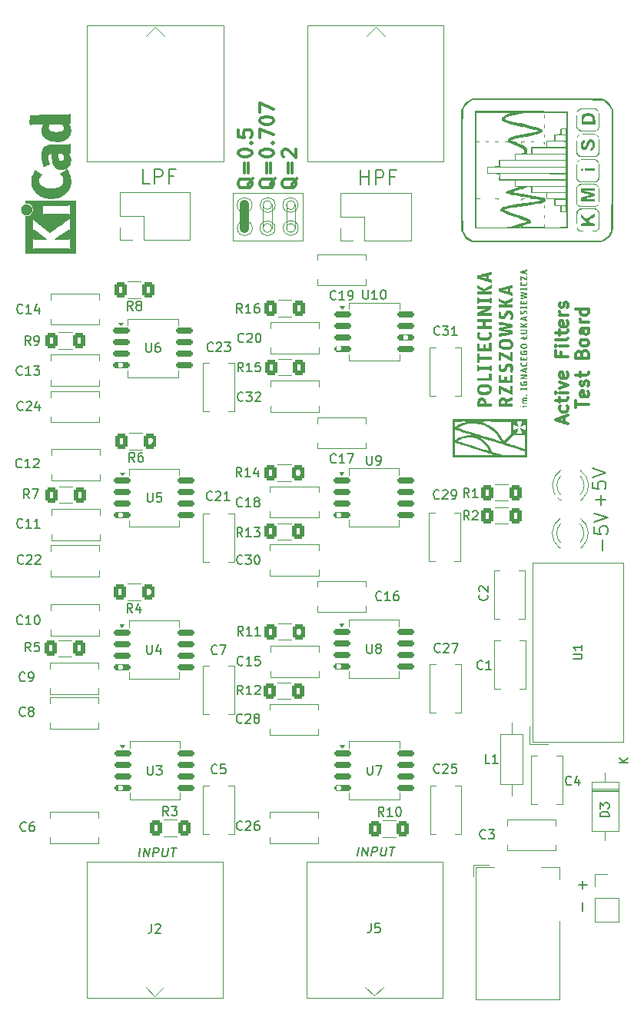
<source format=gto>
G04 #@! TF.GenerationSoftware,KiCad,Pcbnew,8.0.3*
G04 #@! TF.CreationDate,2025-08-16T11:06:09+02:00*
G04 #@! TF.ProjectId,Pomiar_Filtrow_PCB,506f6d69-6172-45f4-9669-6c74726f775f,rev?*
G04 #@! TF.SameCoordinates,Original*
G04 #@! TF.FileFunction,Legend,Top*
G04 #@! TF.FilePolarity,Positive*
%FSLAX46Y46*%
G04 Gerber Fmt 4.6, Leading zero omitted, Abs format (unit mm)*
G04 Created by KiCad (PCBNEW 8.0.3) date 2025-08-16 11:06:09*
%MOMM*%
%LPD*%
G01*
G04 APERTURE LIST*
G04 Aperture macros list*
%AMRoundRect*
0 Rectangle with rounded corners*
0 $1 Rounding radius*
0 $2 $3 $4 $5 $6 $7 $8 $9 X,Y pos of 4 corners*
0 Add a 4 corners polygon primitive as box body*
4,1,4,$2,$3,$4,$5,$6,$7,$8,$9,$2,$3,0*
0 Add four circle primitives for the rounded corners*
1,1,$1+$1,$2,$3*
1,1,$1+$1,$4,$5*
1,1,$1+$1,$6,$7*
1,1,$1+$1,$8,$9*
0 Add four rect primitives between the rounded corners*
20,1,$1+$1,$2,$3,$4,$5,0*
20,1,$1+$1,$4,$5,$6,$7,0*
20,1,$1+$1,$6,$7,$8,$9,0*
20,1,$1+$1,$8,$9,$2,$3,0*%
G04 Aperture macros list end*
%ADD10C,1.000000*%
%ADD11C,0.100000*%
%ADD12C,0.200000*%
%ADD13C,0.350000*%
%ADD14C,0.300000*%
%ADD15C,0.150000*%
%ADD16C,0.120000*%
%ADD17C,0.000000*%
%ADD18C,0.010000*%
%ADD19R,2.200000X2.200000*%
%ADD20O,2.200000X2.200000*%
%ADD21RoundRect,0.150000X-0.800000X-0.150000X0.800000X-0.150000X0.800000X0.150000X-0.800000X0.150000X0*%
%ADD22C,1.600000*%
%ADD23O,1.600000X1.600000*%
%ADD24RoundRect,0.250000X-0.400000X-0.625000X0.400000X-0.625000X0.400000X0.625000X-0.400000X0.625000X0*%
%ADD25RoundRect,0.250000X0.400000X0.625000X-0.400000X0.625000X-0.400000X-0.625000X0.400000X-0.625000X0*%
%ADD26R,1.700000X1.700000*%
%ADD27O,1.700000X1.700000*%
%ADD28O,1.600000X2.500000*%
%ADD29O,3.500000X7.000000*%
%ADD30C,3.200000*%
%ADD31R,1.800000X1.800000*%
%ADD32C,1.800000*%
%ADD33O,1.600000X1.700000*%
%ADD34R,4.600000X2.000000*%
%ADD35O,4.200000X2.000000*%
%ADD36O,2.000000X4.200000*%
%ADD37C,0.600000*%
G04 APERTURE END LIST*
D10*
X112737500Y-76875000D02*
X112737500Y-79425000D01*
D11*
X116100937Y-79453024D02*
G75*
G02*
X114444887Y-79453024I-828025J0D01*
G01*
X114444887Y-79453024D02*
G75*
G02*
X116100937Y-79453024I828025J0D01*
G01*
X118650937Y-79425000D02*
G75*
G02*
X116994887Y-79425000I-828025J0D01*
G01*
X116994887Y-79425000D02*
G75*
G02*
X118650937Y-79425000I828025J0D01*
G01*
X114772912Y-76875000D02*
X114777088Y-79475000D01*
X118308324Y-76910412D02*
G75*
G02*
X117337500Y-76910412I-485412J0D01*
G01*
X117337500Y-76910412D02*
G75*
G02*
X118308324Y-76910412I485412J0D01*
G01*
X115743736Y-76900000D02*
G75*
G02*
X114772912Y-76900000I-485412J0D01*
G01*
X114772912Y-76900000D02*
G75*
G02*
X115743736Y-76900000I485412J0D01*
G01*
X117345824Y-76850000D02*
X117350000Y-79450000D01*
X118322912Y-79425000D02*
G75*
G02*
X117352088Y-79425000I-485412J0D01*
G01*
X117352088Y-79425000D02*
G75*
G02*
X118322912Y-79425000I485412J0D01*
G01*
X115745824Y-76850000D02*
X115750000Y-79450000D01*
X116125937Y-76903024D02*
G75*
G02*
X114469887Y-76903024I-828025J0D01*
G01*
X114469887Y-76903024D02*
G75*
G02*
X116125937Y-76903024I828025J0D01*
G01*
X118320824Y-76850000D02*
X118325000Y-79450000D01*
X111417912Y-75580000D02*
X119157912Y-75580000D01*
X119157912Y-80780000D01*
X111417912Y-80780000D01*
X111417912Y-75580000D01*
X113600937Y-79453024D02*
G75*
G02*
X111944887Y-79453024I-828025J0D01*
G01*
X111944887Y-79453024D02*
G75*
G02*
X113600937Y-79453024I828025J0D01*
G01*
X113222912Y-76875000D02*
G75*
G02*
X112252088Y-76875000I-485412J0D01*
G01*
X112252088Y-76875000D02*
G75*
G02*
X113222912Y-76875000I485412J0D01*
G01*
X113222912Y-79425000D02*
G75*
G02*
X112252088Y-79425000I-485412J0D01*
G01*
X112252088Y-79425000D02*
G75*
G02*
X113222912Y-79425000I485412J0D01*
G01*
X113572913Y-76900000D02*
G75*
G02*
X111916863Y-76900000I-828025J0D01*
G01*
X111916863Y-76900000D02*
G75*
G02*
X113572913Y-76900000I828025J0D01*
G01*
X118622913Y-76900000D02*
G75*
G02*
X116966863Y-76900000I-828025J0D01*
G01*
X116966863Y-76900000D02*
G75*
G02*
X118622913Y-76900000I828025J0D01*
G01*
X115747912Y-79425000D02*
G75*
G02*
X114777088Y-79425000I-485412J0D01*
G01*
X114777088Y-79425000D02*
G75*
G02*
X115747912Y-79425000I485412J0D01*
G01*
D12*
X125188720Y-148592219D02*
X125313720Y-147592219D01*
X125664910Y-148592219D02*
X125789910Y-147592219D01*
X125789910Y-147592219D02*
X126236339Y-148592219D01*
X126236339Y-148592219D02*
X126361339Y-147592219D01*
X126712529Y-148592219D02*
X126837529Y-147592219D01*
X126837529Y-147592219D02*
X127218482Y-147592219D01*
X127218482Y-147592219D02*
X127307767Y-147639838D01*
X127307767Y-147639838D02*
X127349434Y-147687457D01*
X127349434Y-147687457D02*
X127385148Y-147782695D01*
X127385148Y-147782695D02*
X127367291Y-147925552D01*
X127367291Y-147925552D02*
X127307767Y-148020790D01*
X127307767Y-148020790D02*
X127254196Y-148068409D01*
X127254196Y-148068409D02*
X127153006Y-148116028D01*
X127153006Y-148116028D02*
X126772053Y-148116028D01*
X127837529Y-147592219D02*
X127736339Y-148401742D01*
X127736339Y-148401742D02*
X127772053Y-148496980D01*
X127772053Y-148496980D02*
X127813720Y-148544600D01*
X127813720Y-148544600D02*
X127903006Y-148592219D01*
X127903006Y-148592219D02*
X128093482Y-148592219D01*
X128093482Y-148592219D02*
X128194672Y-148544600D01*
X128194672Y-148544600D02*
X128248244Y-148496980D01*
X128248244Y-148496980D02*
X128307767Y-148401742D01*
X128307767Y-148401742D02*
X128408958Y-147592219D01*
X128742291Y-147592219D02*
X129313720Y-147592219D01*
X128903006Y-148592219D02*
X129028006Y-147592219D01*
D13*
X147977505Y-100866667D02*
X147977505Y-100200000D01*
X148377505Y-101000000D02*
X146977505Y-100533334D01*
X146977505Y-100533334D02*
X148377505Y-100066667D01*
X148310839Y-99000000D02*
X148377505Y-99133334D01*
X148377505Y-99133334D02*
X148377505Y-99400000D01*
X148377505Y-99400000D02*
X148310839Y-99533334D01*
X148310839Y-99533334D02*
X148244172Y-99600000D01*
X148244172Y-99600000D02*
X148110839Y-99666667D01*
X148110839Y-99666667D02*
X147710839Y-99666667D01*
X147710839Y-99666667D02*
X147577505Y-99600000D01*
X147577505Y-99600000D02*
X147510839Y-99533334D01*
X147510839Y-99533334D02*
X147444172Y-99400000D01*
X147444172Y-99400000D02*
X147444172Y-99133334D01*
X147444172Y-99133334D02*
X147510839Y-99000000D01*
X147444172Y-98600000D02*
X147444172Y-98066667D01*
X146977505Y-98400000D02*
X148177505Y-98400000D01*
X148177505Y-98400000D02*
X148310839Y-98333334D01*
X148310839Y-98333334D02*
X148377505Y-98200000D01*
X148377505Y-98200000D02*
X148377505Y-98066667D01*
X148377505Y-97600000D02*
X147444172Y-97600000D01*
X146977505Y-97600000D02*
X147044172Y-97666667D01*
X147044172Y-97666667D02*
X147110839Y-97600000D01*
X147110839Y-97600000D02*
X147044172Y-97533334D01*
X147044172Y-97533334D02*
X146977505Y-97600000D01*
X146977505Y-97600000D02*
X147110839Y-97600000D01*
X147444172Y-97066667D02*
X148377505Y-96733333D01*
X148377505Y-96733333D02*
X147444172Y-96400000D01*
X148310839Y-95333333D02*
X148377505Y-95466666D01*
X148377505Y-95466666D02*
X148377505Y-95733333D01*
X148377505Y-95733333D02*
X148310839Y-95866666D01*
X148310839Y-95866666D02*
X148177505Y-95933333D01*
X148177505Y-95933333D02*
X147644172Y-95933333D01*
X147644172Y-95933333D02*
X147510839Y-95866666D01*
X147510839Y-95866666D02*
X147444172Y-95733333D01*
X147444172Y-95733333D02*
X147444172Y-95466666D01*
X147444172Y-95466666D02*
X147510839Y-95333333D01*
X147510839Y-95333333D02*
X147644172Y-95266666D01*
X147644172Y-95266666D02*
X147777505Y-95266666D01*
X147777505Y-95266666D02*
X147910839Y-95933333D01*
X147644172Y-93133333D02*
X147644172Y-93599999D01*
X148377505Y-93599999D02*
X146977505Y-93599999D01*
X146977505Y-93599999D02*
X146977505Y-92933333D01*
X148377505Y-92399999D02*
X147444172Y-92399999D01*
X146977505Y-92399999D02*
X147044172Y-92466666D01*
X147044172Y-92466666D02*
X147110839Y-92399999D01*
X147110839Y-92399999D02*
X147044172Y-92333333D01*
X147044172Y-92333333D02*
X146977505Y-92399999D01*
X146977505Y-92399999D02*
X147110839Y-92399999D01*
X148377505Y-91533332D02*
X148310839Y-91666666D01*
X148310839Y-91666666D02*
X148177505Y-91733332D01*
X148177505Y-91733332D02*
X146977505Y-91733332D01*
X147444172Y-91199999D02*
X147444172Y-90666666D01*
X146977505Y-90999999D02*
X148177505Y-90999999D01*
X148177505Y-90999999D02*
X148310839Y-90933333D01*
X148310839Y-90933333D02*
X148377505Y-90799999D01*
X148377505Y-90799999D02*
X148377505Y-90666666D01*
X148310839Y-89666666D02*
X148377505Y-89799999D01*
X148377505Y-89799999D02*
X148377505Y-90066666D01*
X148377505Y-90066666D02*
X148310839Y-90199999D01*
X148310839Y-90199999D02*
X148177505Y-90266666D01*
X148177505Y-90266666D02*
X147644172Y-90266666D01*
X147644172Y-90266666D02*
X147510839Y-90199999D01*
X147510839Y-90199999D02*
X147444172Y-90066666D01*
X147444172Y-90066666D02*
X147444172Y-89799999D01*
X147444172Y-89799999D02*
X147510839Y-89666666D01*
X147510839Y-89666666D02*
X147644172Y-89599999D01*
X147644172Y-89599999D02*
X147777505Y-89599999D01*
X147777505Y-89599999D02*
X147910839Y-90266666D01*
X148377505Y-88999999D02*
X147444172Y-88999999D01*
X147710839Y-88999999D02*
X147577505Y-88933333D01*
X147577505Y-88933333D02*
X147510839Y-88866666D01*
X147510839Y-88866666D02*
X147444172Y-88733333D01*
X147444172Y-88733333D02*
X147444172Y-88599999D01*
X148310839Y-88199999D02*
X148377505Y-88066666D01*
X148377505Y-88066666D02*
X148377505Y-87799999D01*
X148377505Y-87799999D02*
X148310839Y-87666666D01*
X148310839Y-87666666D02*
X148177505Y-87599999D01*
X148177505Y-87599999D02*
X148110839Y-87599999D01*
X148110839Y-87599999D02*
X147977505Y-87666666D01*
X147977505Y-87666666D02*
X147910839Y-87799999D01*
X147910839Y-87799999D02*
X147910839Y-87999999D01*
X147910839Y-87999999D02*
X147844172Y-88133332D01*
X147844172Y-88133332D02*
X147710839Y-88199999D01*
X147710839Y-88199999D02*
X147644172Y-88199999D01*
X147644172Y-88199999D02*
X147510839Y-88133332D01*
X147510839Y-88133332D02*
X147444172Y-87999999D01*
X147444172Y-87999999D02*
X147444172Y-87799999D01*
X147444172Y-87799999D02*
X147510839Y-87666666D01*
X149231427Y-99233333D02*
X149231427Y-98433333D01*
X150631427Y-98833333D02*
X149231427Y-98833333D01*
X150564761Y-97433333D02*
X150631427Y-97566666D01*
X150631427Y-97566666D02*
X150631427Y-97833333D01*
X150631427Y-97833333D02*
X150564761Y-97966666D01*
X150564761Y-97966666D02*
X150431427Y-98033333D01*
X150431427Y-98033333D02*
X149898094Y-98033333D01*
X149898094Y-98033333D02*
X149764761Y-97966666D01*
X149764761Y-97966666D02*
X149698094Y-97833333D01*
X149698094Y-97833333D02*
X149698094Y-97566666D01*
X149698094Y-97566666D02*
X149764761Y-97433333D01*
X149764761Y-97433333D02*
X149898094Y-97366666D01*
X149898094Y-97366666D02*
X150031427Y-97366666D01*
X150031427Y-97366666D02*
X150164761Y-98033333D01*
X150564761Y-96833333D02*
X150631427Y-96700000D01*
X150631427Y-96700000D02*
X150631427Y-96433333D01*
X150631427Y-96433333D02*
X150564761Y-96300000D01*
X150564761Y-96300000D02*
X150431427Y-96233333D01*
X150431427Y-96233333D02*
X150364761Y-96233333D01*
X150364761Y-96233333D02*
X150231427Y-96300000D01*
X150231427Y-96300000D02*
X150164761Y-96433333D01*
X150164761Y-96433333D02*
X150164761Y-96633333D01*
X150164761Y-96633333D02*
X150098094Y-96766666D01*
X150098094Y-96766666D02*
X149964761Y-96833333D01*
X149964761Y-96833333D02*
X149898094Y-96833333D01*
X149898094Y-96833333D02*
X149764761Y-96766666D01*
X149764761Y-96766666D02*
X149698094Y-96633333D01*
X149698094Y-96633333D02*
X149698094Y-96433333D01*
X149698094Y-96433333D02*
X149764761Y-96300000D01*
X149698094Y-95833333D02*
X149698094Y-95300000D01*
X149231427Y-95633333D02*
X150431427Y-95633333D01*
X150431427Y-95633333D02*
X150564761Y-95566667D01*
X150564761Y-95566667D02*
X150631427Y-95433333D01*
X150631427Y-95433333D02*
X150631427Y-95300000D01*
X149898094Y-93300000D02*
X149964761Y-93100000D01*
X149964761Y-93100000D02*
X150031427Y-93033333D01*
X150031427Y-93033333D02*
X150164761Y-92966666D01*
X150164761Y-92966666D02*
X150364761Y-92966666D01*
X150364761Y-92966666D02*
X150498094Y-93033333D01*
X150498094Y-93033333D02*
X150564761Y-93100000D01*
X150564761Y-93100000D02*
X150631427Y-93233333D01*
X150631427Y-93233333D02*
X150631427Y-93766666D01*
X150631427Y-93766666D02*
X149231427Y-93766666D01*
X149231427Y-93766666D02*
X149231427Y-93300000D01*
X149231427Y-93300000D02*
X149298094Y-93166666D01*
X149298094Y-93166666D02*
X149364761Y-93100000D01*
X149364761Y-93100000D02*
X149498094Y-93033333D01*
X149498094Y-93033333D02*
X149631427Y-93033333D01*
X149631427Y-93033333D02*
X149764761Y-93100000D01*
X149764761Y-93100000D02*
X149831427Y-93166666D01*
X149831427Y-93166666D02*
X149898094Y-93300000D01*
X149898094Y-93300000D02*
X149898094Y-93766666D01*
X150631427Y-92166666D02*
X150564761Y-92300000D01*
X150564761Y-92300000D02*
X150498094Y-92366666D01*
X150498094Y-92366666D02*
X150364761Y-92433333D01*
X150364761Y-92433333D02*
X149964761Y-92433333D01*
X149964761Y-92433333D02*
X149831427Y-92366666D01*
X149831427Y-92366666D02*
X149764761Y-92300000D01*
X149764761Y-92300000D02*
X149698094Y-92166666D01*
X149698094Y-92166666D02*
X149698094Y-91966666D01*
X149698094Y-91966666D02*
X149764761Y-91833333D01*
X149764761Y-91833333D02*
X149831427Y-91766666D01*
X149831427Y-91766666D02*
X149964761Y-91700000D01*
X149964761Y-91700000D02*
X150364761Y-91700000D01*
X150364761Y-91700000D02*
X150498094Y-91766666D01*
X150498094Y-91766666D02*
X150564761Y-91833333D01*
X150564761Y-91833333D02*
X150631427Y-91966666D01*
X150631427Y-91966666D02*
X150631427Y-92166666D01*
X150631427Y-90499999D02*
X149898094Y-90499999D01*
X149898094Y-90499999D02*
X149764761Y-90566666D01*
X149764761Y-90566666D02*
X149698094Y-90699999D01*
X149698094Y-90699999D02*
X149698094Y-90966666D01*
X149698094Y-90966666D02*
X149764761Y-91099999D01*
X150564761Y-90499999D02*
X150631427Y-90633333D01*
X150631427Y-90633333D02*
X150631427Y-90966666D01*
X150631427Y-90966666D02*
X150564761Y-91099999D01*
X150564761Y-91099999D02*
X150431427Y-91166666D01*
X150431427Y-91166666D02*
X150298094Y-91166666D01*
X150298094Y-91166666D02*
X150164761Y-91099999D01*
X150164761Y-91099999D02*
X150098094Y-90966666D01*
X150098094Y-90966666D02*
X150098094Y-90633333D01*
X150098094Y-90633333D02*
X150031427Y-90499999D01*
X150631427Y-89833332D02*
X149698094Y-89833332D01*
X149964761Y-89833332D02*
X149831427Y-89766666D01*
X149831427Y-89766666D02*
X149764761Y-89699999D01*
X149764761Y-89699999D02*
X149698094Y-89566666D01*
X149698094Y-89566666D02*
X149698094Y-89433332D01*
X150631427Y-88366665D02*
X149231427Y-88366665D01*
X150564761Y-88366665D02*
X150631427Y-88499999D01*
X150631427Y-88499999D02*
X150631427Y-88766665D01*
X150631427Y-88766665D02*
X150564761Y-88899999D01*
X150564761Y-88899999D02*
X150498094Y-88966665D01*
X150498094Y-88966665D02*
X150364761Y-89033332D01*
X150364761Y-89033332D02*
X149964761Y-89033332D01*
X149964761Y-89033332D02*
X149831427Y-88966665D01*
X149831427Y-88966665D02*
X149764761Y-88899999D01*
X149764761Y-88899999D02*
X149698094Y-88766665D01*
X149698094Y-88766665D02*
X149698094Y-88499999D01*
X149698094Y-88499999D02*
X149764761Y-88366665D01*
D12*
X102274435Y-74543790D02*
X101512530Y-74543790D01*
X101512530Y-74543790D02*
X101512530Y-72943790D01*
X102807768Y-74543790D02*
X102807768Y-72943790D01*
X102807768Y-72943790D02*
X103417292Y-72943790D01*
X103417292Y-72943790D02*
X103569673Y-73019980D01*
X103569673Y-73019980D02*
X103645863Y-73096171D01*
X103645863Y-73096171D02*
X103722054Y-73248552D01*
X103722054Y-73248552D02*
X103722054Y-73477123D01*
X103722054Y-73477123D02*
X103645863Y-73629504D01*
X103645863Y-73629504D02*
X103569673Y-73705695D01*
X103569673Y-73705695D02*
X103417292Y-73781885D01*
X103417292Y-73781885D02*
X102807768Y-73781885D01*
X104941101Y-73705695D02*
X104407768Y-73705695D01*
X104407768Y-74543790D02*
X104407768Y-72943790D01*
X104407768Y-72943790D02*
X105169673Y-72943790D01*
X149989400Y-151317292D02*
X149989400Y-152231578D01*
X149532257Y-151774435D02*
X150446542Y-151774435D01*
X149989400Y-153717292D02*
X149989400Y-154631578D01*
X101113720Y-148667219D02*
X101238720Y-147667219D01*
X101589910Y-148667219D02*
X101714910Y-147667219D01*
X101714910Y-147667219D02*
X102161339Y-148667219D01*
X102161339Y-148667219D02*
X102286339Y-147667219D01*
X102637529Y-148667219D02*
X102762529Y-147667219D01*
X102762529Y-147667219D02*
X103143482Y-147667219D01*
X103143482Y-147667219D02*
X103232767Y-147714838D01*
X103232767Y-147714838D02*
X103274434Y-147762457D01*
X103274434Y-147762457D02*
X103310148Y-147857695D01*
X103310148Y-147857695D02*
X103292291Y-148000552D01*
X103292291Y-148000552D02*
X103232767Y-148095790D01*
X103232767Y-148095790D02*
X103179196Y-148143409D01*
X103179196Y-148143409D02*
X103078006Y-148191028D01*
X103078006Y-148191028D02*
X102697053Y-148191028D01*
X103762529Y-147667219D02*
X103661339Y-148476742D01*
X103661339Y-148476742D02*
X103697053Y-148571980D01*
X103697053Y-148571980D02*
X103738720Y-148619600D01*
X103738720Y-148619600D02*
X103828006Y-148667219D01*
X103828006Y-148667219D02*
X104018482Y-148667219D01*
X104018482Y-148667219D02*
X104119672Y-148619600D01*
X104119672Y-148619600D02*
X104173244Y-148571980D01*
X104173244Y-148571980D02*
X104232767Y-148476742D01*
X104232767Y-148476742D02*
X104333958Y-147667219D01*
X104667291Y-147667219D02*
X105238720Y-147667219D01*
X104828006Y-148667219D02*
X104953006Y-147667219D01*
X151984600Y-109961279D02*
X151984600Y-108818422D01*
X152556028Y-109389850D02*
X151413171Y-109389850D01*
X151056028Y-107389850D02*
X151056028Y-108104136D01*
X151056028Y-108104136D02*
X151770314Y-108175564D01*
X151770314Y-108175564D02*
X151698885Y-108104136D01*
X151698885Y-108104136D02*
X151627457Y-107961279D01*
X151627457Y-107961279D02*
X151627457Y-107604136D01*
X151627457Y-107604136D02*
X151698885Y-107461279D01*
X151698885Y-107461279D02*
X151770314Y-107389850D01*
X151770314Y-107389850D02*
X151913171Y-107318421D01*
X151913171Y-107318421D02*
X152270314Y-107318421D01*
X152270314Y-107318421D02*
X152413171Y-107389850D01*
X152413171Y-107389850D02*
X152484600Y-107461279D01*
X152484600Y-107461279D02*
X152556028Y-107604136D01*
X152556028Y-107604136D02*
X152556028Y-107961279D01*
X152556028Y-107961279D02*
X152484600Y-108104136D01*
X152484600Y-108104136D02*
X152413171Y-108175564D01*
X151056028Y-106889850D02*
X152556028Y-106389850D01*
X152556028Y-106389850D02*
X151056028Y-105889850D01*
D14*
X113681269Y-73945489D02*
X113609841Y-74088346D01*
X113609841Y-74088346D02*
X113466984Y-74231203D01*
X113466984Y-74231203D02*
X113252698Y-74445489D01*
X113252698Y-74445489D02*
X113181269Y-74588346D01*
X113181269Y-74588346D02*
X113181269Y-74731203D01*
X113538412Y-74659774D02*
X113466984Y-74802632D01*
X113466984Y-74802632D02*
X113324126Y-74945489D01*
X113324126Y-74945489D02*
X113038412Y-75016917D01*
X113038412Y-75016917D02*
X112538412Y-75016917D01*
X112538412Y-75016917D02*
X112252698Y-74945489D01*
X112252698Y-74945489D02*
X112109841Y-74802632D01*
X112109841Y-74802632D02*
X112038412Y-74659774D01*
X112038412Y-74659774D02*
X112038412Y-74374060D01*
X112038412Y-74374060D02*
X112109841Y-74231203D01*
X112109841Y-74231203D02*
X112252698Y-74088346D01*
X112252698Y-74088346D02*
X112538412Y-74016917D01*
X112538412Y-74016917D02*
X113038412Y-74016917D01*
X113038412Y-74016917D02*
X113324126Y-74088346D01*
X113324126Y-74088346D02*
X113466984Y-74231203D01*
X113466984Y-74231203D02*
X113538412Y-74374060D01*
X113538412Y-74374060D02*
X113538412Y-74659774D01*
X112752698Y-73374060D02*
X112752698Y-72231203D01*
X113181269Y-72231203D02*
X113181269Y-73374060D01*
X112038412Y-71231202D02*
X112038412Y-71088345D01*
X112038412Y-71088345D02*
X112109841Y-70945488D01*
X112109841Y-70945488D02*
X112181269Y-70874060D01*
X112181269Y-70874060D02*
X112324126Y-70802631D01*
X112324126Y-70802631D02*
X112609841Y-70731202D01*
X112609841Y-70731202D02*
X112966984Y-70731202D01*
X112966984Y-70731202D02*
X113252698Y-70802631D01*
X113252698Y-70802631D02*
X113395555Y-70874060D01*
X113395555Y-70874060D02*
X113466984Y-70945488D01*
X113466984Y-70945488D02*
X113538412Y-71088345D01*
X113538412Y-71088345D02*
X113538412Y-71231202D01*
X113538412Y-71231202D02*
X113466984Y-71374060D01*
X113466984Y-71374060D02*
X113395555Y-71445488D01*
X113395555Y-71445488D02*
X113252698Y-71516917D01*
X113252698Y-71516917D02*
X112966984Y-71588345D01*
X112966984Y-71588345D02*
X112609841Y-71588345D01*
X112609841Y-71588345D02*
X112324126Y-71516917D01*
X112324126Y-71516917D02*
X112181269Y-71445488D01*
X112181269Y-71445488D02*
X112109841Y-71374060D01*
X112109841Y-71374060D02*
X112038412Y-71231202D01*
X113395555Y-70088346D02*
X113466984Y-70016917D01*
X113466984Y-70016917D02*
X113538412Y-70088346D01*
X113538412Y-70088346D02*
X113466984Y-70159774D01*
X113466984Y-70159774D02*
X113395555Y-70088346D01*
X113395555Y-70088346D02*
X113538412Y-70088346D01*
X112038412Y-68659774D02*
X112038412Y-69374060D01*
X112038412Y-69374060D02*
X112752698Y-69445488D01*
X112752698Y-69445488D02*
X112681269Y-69374060D01*
X112681269Y-69374060D02*
X112609841Y-69231203D01*
X112609841Y-69231203D02*
X112609841Y-68874060D01*
X112609841Y-68874060D02*
X112681269Y-68731203D01*
X112681269Y-68731203D02*
X112752698Y-68659774D01*
X112752698Y-68659774D02*
X112895555Y-68588345D01*
X112895555Y-68588345D02*
X113252698Y-68588345D01*
X113252698Y-68588345D02*
X113395555Y-68659774D01*
X113395555Y-68659774D02*
X113466984Y-68731203D01*
X113466984Y-68731203D02*
X113538412Y-68874060D01*
X113538412Y-68874060D02*
X113538412Y-69231203D01*
X113538412Y-69231203D02*
X113466984Y-69374060D01*
X113466984Y-69374060D02*
X113395555Y-69445488D01*
X116096185Y-73945489D02*
X116024757Y-74088346D01*
X116024757Y-74088346D02*
X115881900Y-74231203D01*
X115881900Y-74231203D02*
X115667614Y-74445489D01*
X115667614Y-74445489D02*
X115596185Y-74588346D01*
X115596185Y-74588346D02*
X115596185Y-74731203D01*
X115953328Y-74659774D02*
X115881900Y-74802632D01*
X115881900Y-74802632D02*
X115739042Y-74945489D01*
X115739042Y-74945489D02*
X115453328Y-75016917D01*
X115453328Y-75016917D02*
X114953328Y-75016917D01*
X114953328Y-75016917D02*
X114667614Y-74945489D01*
X114667614Y-74945489D02*
X114524757Y-74802632D01*
X114524757Y-74802632D02*
X114453328Y-74659774D01*
X114453328Y-74659774D02*
X114453328Y-74374060D01*
X114453328Y-74374060D02*
X114524757Y-74231203D01*
X114524757Y-74231203D02*
X114667614Y-74088346D01*
X114667614Y-74088346D02*
X114953328Y-74016917D01*
X114953328Y-74016917D02*
X115453328Y-74016917D01*
X115453328Y-74016917D02*
X115739042Y-74088346D01*
X115739042Y-74088346D02*
X115881900Y-74231203D01*
X115881900Y-74231203D02*
X115953328Y-74374060D01*
X115953328Y-74374060D02*
X115953328Y-74659774D01*
X115167614Y-73374060D02*
X115167614Y-72231203D01*
X115596185Y-72231203D02*
X115596185Y-73374060D01*
X114453328Y-71231202D02*
X114453328Y-71088345D01*
X114453328Y-71088345D02*
X114524757Y-70945488D01*
X114524757Y-70945488D02*
X114596185Y-70874060D01*
X114596185Y-70874060D02*
X114739042Y-70802631D01*
X114739042Y-70802631D02*
X115024757Y-70731202D01*
X115024757Y-70731202D02*
X115381900Y-70731202D01*
X115381900Y-70731202D02*
X115667614Y-70802631D01*
X115667614Y-70802631D02*
X115810471Y-70874060D01*
X115810471Y-70874060D02*
X115881900Y-70945488D01*
X115881900Y-70945488D02*
X115953328Y-71088345D01*
X115953328Y-71088345D02*
X115953328Y-71231202D01*
X115953328Y-71231202D02*
X115881900Y-71374060D01*
X115881900Y-71374060D02*
X115810471Y-71445488D01*
X115810471Y-71445488D02*
X115667614Y-71516917D01*
X115667614Y-71516917D02*
X115381900Y-71588345D01*
X115381900Y-71588345D02*
X115024757Y-71588345D01*
X115024757Y-71588345D02*
X114739042Y-71516917D01*
X114739042Y-71516917D02*
X114596185Y-71445488D01*
X114596185Y-71445488D02*
X114524757Y-71374060D01*
X114524757Y-71374060D02*
X114453328Y-71231202D01*
X115810471Y-70088346D02*
X115881900Y-70016917D01*
X115881900Y-70016917D02*
X115953328Y-70088346D01*
X115953328Y-70088346D02*
X115881900Y-70159774D01*
X115881900Y-70159774D02*
X115810471Y-70088346D01*
X115810471Y-70088346D02*
X115953328Y-70088346D01*
X114453328Y-69516917D02*
X114453328Y-68516917D01*
X114453328Y-68516917D02*
X115953328Y-69159774D01*
X114453328Y-67659774D02*
X114453328Y-67516917D01*
X114453328Y-67516917D02*
X114524757Y-67374060D01*
X114524757Y-67374060D02*
X114596185Y-67302632D01*
X114596185Y-67302632D02*
X114739042Y-67231203D01*
X114739042Y-67231203D02*
X115024757Y-67159774D01*
X115024757Y-67159774D02*
X115381900Y-67159774D01*
X115381900Y-67159774D02*
X115667614Y-67231203D01*
X115667614Y-67231203D02*
X115810471Y-67302632D01*
X115810471Y-67302632D02*
X115881900Y-67374060D01*
X115881900Y-67374060D02*
X115953328Y-67516917D01*
X115953328Y-67516917D02*
X115953328Y-67659774D01*
X115953328Y-67659774D02*
X115881900Y-67802632D01*
X115881900Y-67802632D02*
X115810471Y-67874060D01*
X115810471Y-67874060D02*
X115667614Y-67945489D01*
X115667614Y-67945489D02*
X115381900Y-68016917D01*
X115381900Y-68016917D02*
X115024757Y-68016917D01*
X115024757Y-68016917D02*
X114739042Y-67945489D01*
X114739042Y-67945489D02*
X114596185Y-67874060D01*
X114596185Y-67874060D02*
X114524757Y-67802632D01*
X114524757Y-67802632D02*
X114453328Y-67659774D01*
X114453328Y-66659775D02*
X114453328Y-65659775D01*
X114453328Y-65659775D02*
X115953328Y-66302632D01*
X118511101Y-73945489D02*
X118439673Y-74088346D01*
X118439673Y-74088346D02*
X118296816Y-74231203D01*
X118296816Y-74231203D02*
X118082530Y-74445489D01*
X118082530Y-74445489D02*
X118011101Y-74588346D01*
X118011101Y-74588346D02*
X118011101Y-74731203D01*
X118368244Y-74659774D02*
X118296816Y-74802632D01*
X118296816Y-74802632D02*
X118153958Y-74945489D01*
X118153958Y-74945489D02*
X117868244Y-75016917D01*
X117868244Y-75016917D02*
X117368244Y-75016917D01*
X117368244Y-75016917D02*
X117082530Y-74945489D01*
X117082530Y-74945489D02*
X116939673Y-74802632D01*
X116939673Y-74802632D02*
X116868244Y-74659774D01*
X116868244Y-74659774D02*
X116868244Y-74374060D01*
X116868244Y-74374060D02*
X116939673Y-74231203D01*
X116939673Y-74231203D02*
X117082530Y-74088346D01*
X117082530Y-74088346D02*
X117368244Y-74016917D01*
X117368244Y-74016917D02*
X117868244Y-74016917D01*
X117868244Y-74016917D02*
X118153958Y-74088346D01*
X118153958Y-74088346D02*
X118296816Y-74231203D01*
X118296816Y-74231203D02*
X118368244Y-74374060D01*
X118368244Y-74374060D02*
X118368244Y-74659774D01*
X117582530Y-73374060D02*
X117582530Y-72231203D01*
X118011101Y-72231203D02*
X118011101Y-73374060D01*
X117011101Y-71588345D02*
X116939673Y-71516917D01*
X116939673Y-71516917D02*
X116868244Y-71374060D01*
X116868244Y-71374060D02*
X116868244Y-71016917D01*
X116868244Y-71016917D02*
X116939673Y-70874060D01*
X116939673Y-70874060D02*
X117011101Y-70802631D01*
X117011101Y-70802631D02*
X117153958Y-70731202D01*
X117153958Y-70731202D02*
X117296816Y-70731202D01*
X117296816Y-70731202D02*
X117511101Y-70802631D01*
X117511101Y-70802631D02*
X118368244Y-71659774D01*
X118368244Y-71659774D02*
X118368244Y-70731202D01*
D12*
X125487530Y-74643790D02*
X125487530Y-73043790D01*
X125487530Y-73805695D02*
X126401816Y-73805695D01*
X126401816Y-74643790D02*
X126401816Y-73043790D01*
X127163720Y-74643790D02*
X127163720Y-73043790D01*
X127163720Y-73043790D02*
X127773244Y-73043790D01*
X127773244Y-73043790D02*
X127925625Y-73119980D01*
X127925625Y-73119980D02*
X128001815Y-73196171D01*
X128001815Y-73196171D02*
X128078006Y-73348552D01*
X128078006Y-73348552D02*
X128078006Y-73577123D01*
X128078006Y-73577123D02*
X128001815Y-73729504D01*
X128001815Y-73729504D02*
X127925625Y-73805695D01*
X127925625Y-73805695D02*
X127773244Y-73881885D01*
X127773244Y-73881885D02*
X127163720Y-73881885D01*
X129297053Y-73805695D02*
X128763720Y-73805695D01*
X128763720Y-74643790D02*
X128763720Y-73043790D01*
X128763720Y-73043790D02*
X129525625Y-73043790D01*
X152209600Y-114911279D02*
X152209600Y-113768422D01*
X151281028Y-112339850D02*
X151281028Y-113054136D01*
X151281028Y-113054136D02*
X151995314Y-113125564D01*
X151995314Y-113125564D02*
X151923885Y-113054136D01*
X151923885Y-113054136D02*
X151852457Y-112911279D01*
X151852457Y-112911279D02*
X151852457Y-112554136D01*
X151852457Y-112554136D02*
X151923885Y-112411279D01*
X151923885Y-112411279D02*
X151995314Y-112339850D01*
X151995314Y-112339850D02*
X152138171Y-112268421D01*
X152138171Y-112268421D02*
X152495314Y-112268421D01*
X152495314Y-112268421D02*
X152638171Y-112339850D01*
X152638171Y-112339850D02*
X152709600Y-112411279D01*
X152709600Y-112411279D02*
X152781028Y-112554136D01*
X152781028Y-112554136D02*
X152781028Y-112911279D01*
X152781028Y-112911279D02*
X152709600Y-113054136D01*
X152709600Y-113054136D02*
X152638171Y-113125564D01*
X151281028Y-111839850D02*
X152781028Y-111339850D01*
X152781028Y-111339850D02*
X151281028Y-110839850D01*
D15*
X152904819Y-144263094D02*
X151904819Y-144263094D01*
X151904819Y-144263094D02*
X151904819Y-144024999D01*
X151904819Y-144024999D02*
X151952438Y-143882142D01*
X151952438Y-143882142D02*
X152047676Y-143786904D01*
X152047676Y-143786904D02*
X152142914Y-143739285D01*
X152142914Y-143739285D02*
X152333390Y-143691666D01*
X152333390Y-143691666D02*
X152476247Y-143691666D01*
X152476247Y-143691666D02*
X152666723Y-143739285D01*
X152666723Y-143739285D02*
X152761961Y-143786904D01*
X152761961Y-143786904D02*
X152857200Y-143882142D01*
X152857200Y-143882142D02*
X152904819Y-144024999D01*
X152904819Y-144024999D02*
X152904819Y-144263094D01*
X151904819Y-143358332D02*
X151904819Y-142739285D01*
X151904819Y-142739285D02*
X152285771Y-143072618D01*
X152285771Y-143072618D02*
X152285771Y-142929761D01*
X152285771Y-142929761D02*
X152333390Y-142834523D01*
X152333390Y-142834523D02*
X152381009Y-142786904D01*
X152381009Y-142786904D02*
X152476247Y-142739285D01*
X152476247Y-142739285D02*
X152714342Y-142739285D01*
X152714342Y-142739285D02*
X152809580Y-142786904D01*
X152809580Y-142786904D02*
X152857200Y-142834523D01*
X152857200Y-142834523D02*
X152904819Y-142929761D01*
X152904819Y-142929761D02*
X152904819Y-143215475D01*
X152904819Y-143215475D02*
X152857200Y-143310713D01*
X152857200Y-143310713D02*
X152809580Y-143358332D01*
X155004819Y-138336904D02*
X154004819Y-138336904D01*
X155004819Y-137765476D02*
X154433390Y-138194047D01*
X154004819Y-137765476D02*
X154576247Y-138336904D01*
X101988095Y-125329819D02*
X101988095Y-126139342D01*
X101988095Y-126139342D02*
X102035714Y-126234580D01*
X102035714Y-126234580D02*
X102083333Y-126282200D01*
X102083333Y-126282200D02*
X102178571Y-126329819D01*
X102178571Y-126329819D02*
X102369047Y-126329819D01*
X102369047Y-126329819D02*
X102464285Y-126282200D01*
X102464285Y-126282200D02*
X102511904Y-126234580D01*
X102511904Y-126234580D02*
X102559523Y-126139342D01*
X102559523Y-126139342D02*
X102559523Y-125329819D01*
X103464285Y-125663152D02*
X103464285Y-126329819D01*
X103226190Y-125282200D02*
X102988095Y-125996485D01*
X102988095Y-125996485D02*
X103607142Y-125996485D01*
X126218095Y-125259819D02*
X126218095Y-126069342D01*
X126218095Y-126069342D02*
X126265714Y-126164580D01*
X126265714Y-126164580D02*
X126313333Y-126212200D01*
X126313333Y-126212200D02*
X126408571Y-126259819D01*
X126408571Y-126259819D02*
X126599047Y-126259819D01*
X126599047Y-126259819D02*
X126694285Y-126212200D01*
X126694285Y-126212200D02*
X126741904Y-126164580D01*
X126741904Y-126164580D02*
X126789523Y-126069342D01*
X126789523Y-126069342D02*
X126789523Y-125259819D01*
X127408571Y-125688390D02*
X127313333Y-125640771D01*
X127313333Y-125640771D02*
X127265714Y-125593152D01*
X127265714Y-125593152D02*
X127218095Y-125497914D01*
X127218095Y-125497914D02*
X127218095Y-125450295D01*
X127218095Y-125450295D02*
X127265714Y-125355057D01*
X127265714Y-125355057D02*
X127313333Y-125307438D01*
X127313333Y-125307438D02*
X127408571Y-125259819D01*
X127408571Y-125259819D02*
X127599047Y-125259819D01*
X127599047Y-125259819D02*
X127694285Y-125307438D01*
X127694285Y-125307438D02*
X127741904Y-125355057D01*
X127741904Y-125355057D02*
X127789523Y-125450295D01*
X127789523Y-125450295D02*
X127789523Y-125497914D01*
X127789523Y-125497914D02*
X127741904Y-125593152D01*
X127741904Y-125593152D02*
X127694285Y-125640771D01*
X127694285Y-125640771D02*
X127599047Y-125688390D01*
X127599047Y-125688390D02*
X127408571Y-125688390D01*
X127408571Y-125688390D02*
X127313333Y-125736009D01*
X127313333Y-125736009D02*
X127265714Y-125783628D01*
X127265714Y-125783628D02*
X127218095Y-125878866D01*
X127218095Y-125878866D02*
X127218095Y-126069342D01*
X127218095Y-126069342D02*
X127265714Y-126164580D01*
X127265714Y-126164580D02*
X127313333Y-126212200D01*
X127313333Y-126212200D02*
X127408571Y-126259819D01*
X127408571Y-126259819D02*
X127599047Y-126259819D01*
X127599047Y-126259819D02*
X127694285Y-126212200D01*
X127694285Y-126212200D02*
X127741904Y-126164580D01*
X127741904Y-126164580D02*
X127789523Y-126069342D01*
X127789523Y-126069342D02*
X127789523Y-125878866D01*
X127789523Y-125878866D02*
X127741904Y-125783628D01*
X127741904Y-125783628D02*
X127694285Y-125736009D01*
X127694285Y-125736009D02*
X127599047Y-125688390D01*
X134282142Y-126084580D02*
X134234523Y-126132200D01*
X134234523Y-126132200D02*
X134091666Y-126179819D01*
X134091666Y-126179819D02*
X133996428Y-126179819D01*
X133996428Y-126179819D02*
X133853571Y-126132200D01*
X133853571Y-126132200D02*
X133758333Y-126036961D01*
X133758333Y-126036961D02*
X133710714Y-125941723D01*
X133710714Y-125941723D02*
X133663095Y-125751247D01*
X133663095Y-125751247D02*
X133663095Y-125608390D01*
X133663095Y-125608390D02*
X133710714Y-125417914D01*
X133710714Y-125417914D02*
X133758333Y-125322676D01*
X133758333Y-125322676D02*
X133853571Y-125227438D01*
X133853571Y-125227438D02*
X133996428Y-125179819D01*
X133996428Y-125179819D02*
X134091666Y-125179819D01*
X134091666Y-125179819D02*
X134234523Y-125227438D01*
X134234523Y-125227438D02*
X134282142Y-125275057D01*
X134663095Y-125275057D02*
X134710714Y-125227438D01*
X134710714Y-125227438D02*
X134805952Y-125179819D01*
X134805952Y-125179819D02*
X135044047Y-125179819D01*
X135044047Y-125179819D02*
X135139285Y-125227438D01*
X135139285Y-125227438D02*
X135186904Y-125275057D01*
X135186904Y-125275057D02*
X135234523Y-125370295D01*
X135234523Y-125370295D02*
X135234523Y-125465533D01*
X135234523Y-125465533D02*
X135186904Y-125608390D01*
X135186904Y-125608390D02*
X134615476Y-126179819D01*
X134615476Y-126179819D02*
X135234523Y-126179819D01*
X135567857Y-125179819D02*
X136234523Y-125179819D01*
X136234523Y-125179819D02*
X135805952Y-126179819D01*
X139763333Y-138379819D02*
X139287143Y-138379819D01*
X139287143Y-138379819D02*
X139287143Y-137379819D01*
X140620476Y-138379819D02*
X140049048Y-138379819D01*
X140334762Y-138379819D02*
X140334762Y-137379819D01*
X140334762Y-137379819D02*
X140239524Y-137522676D01*
X140239524Y-137522676D02*
X140144286Y-137617914D01*
X140144286Y-137617914D02*
X140049048Y-137665533D01*
X137483333Y-111579819D02*
X137150000Y-111103628D01*
X136911905Y-111579819D02*
X136911905Y-110579819D01*
X136911905Y-110579819D02*
X137292857Y-110579819D01*
X137292857Y-110579819D02*
X137388095Y-110627438D01*
X137388095Y-110627438D02*
X137435714Y-110675057D01*
X137435714Y-110675057D02*
X137483333Y-110770295D01*
X137483333Y-110770295D02*
X137483333Y-110913152D01*
X137483333Y-110913152D02*
X137435714Y-111008390D01*
X137435714Y-111008390D02*
X137388095Y-111056009D01*
X137388095Y-111056009D02*
X137292857Y-111103628D01*
X137292857Y-111103628D02*
X136911905Y-111103628D01*
X137864286Y-110675057D02*
X137911905Y-110627438D01*
X137911905Y-110627438D02*
X138007143Y-110579819D01*
X138007143Y-110579819D02*
X138245238Y-110579819D01*
X138245238Y-110579819D02*
X138340476Y-110627438D01*
X138340476Y-110627438D02*
X138388095Y-110675057D01*
X138388095Y-110675057D02*
X138435714Y-110770295D01*
X138435714Y-110770295D02*
X138435714Y-110865533D01*
X138435714Y-110865533D02*
X138388095Y-111008390D01*
X138388095Y-111008390D02*
X137816667Y-111579819D01*
X137816667Y-111579819D02*
X138435714Y-111579819D01*
X139459580Y-119816666D02*
X139507200Y-119864285D01*
X139507200Y-119864285D02*
X139554819Y-120007142D01*
X139554819Y-120007142D02*
X139554819Y-120102380D01*
X139554819Y-120102380D02*
X139507200Y-120245237D01*
X139507200Y-120245237D02*
X139411961Y-120340475D01*
X139411961Y-120340475D02*
X139316723Y-120388094D01*
X139316723Y-120388094D02*
X139126247Y-120435713D01*
X139126247Y-120435713D02*
X138983390Y-120435713D01*
X138983390Y-120435713D02*
X138792914Y-120388094D01*
X138792914Y-120388094D02*
X138697676Y-120340475D01*
X138697676Y-120340475D02*
X138602438Y-120245237D01*
X138602438Y-120245237D02*
X138554819Y-120102380D01*
X138554819Y-120102380D02*
X138554819Y-120007142D01*
X138554819Y-120007142D02*
X138602438Y-119864285D01*
X138602438Y-119864285D02*
X138650057Y-119816666D01*
X138650057Y-119435713D02*
X138602438Y-119388094D01*
X138602438Y-119388094D02*
X138554819Y-119292856D01*
X138554819Y-119292856D02*
X138554819Y-119054761D01*
X138554819Y-119054761D02*
X138602438Y-118959523D01*
X138602438Y-118959523D02*
X138650057Y-118911904D01*
X138650057Y-118911904D02*
X138745295Y-118864285D01*
X138745295Y-118864285D02*
X138840533Y-118864285D01*
X138840533Y-118864285D02*
X138983390Y-118911904D01*
X138983390Y-118911904D02*
X139554819Y-119483332D01*
X139554819Y-119483332D02*
X139554819Y-118864285D01*
X128082142Y-144204819D02*
X127748809Y-143728628D01*
X127510714Y-144204819D02*
X127510714Y-143204819D01*
X127510714Y-143204819D02*
X127891666Y-143204819D01*
X127891666Y-143204819D02*
X127986904Y-143252438D01*
X127986904Y-143252438D02*
X128034523Y-143300057D01*
X128034523Y-143300057D02*
X128082142Y-143395295D01*
X128082142Y-143395295D02*
X128082142Y-143538152D01*
X128082142Y-143538152D02*
X128034523Y-143633390D01*
X128034523Y-143633390D02*
X127986904Y-143681009D01*
X127986904Y-143681009D02*
X127891666Y-143728628D01*
X127891666Y-143728628D02*
X127510714Y-143728628D01*
X129034523Y-144204819D02*
X128463095Y-144204819D01*
X128748809Y-144204819D02*
X128748809Y-143204819D01*
X128748809Y-143204819D02*
X128653571Y-143347676D01*
X128653571Y-143347676D02*
X128558333Y-143442914D01*
X128558333Y-143442914D02*
X128463095Y-143490533D01*
X129653571Y-143204819D02*
X129748809Y-143204819D01*
X129748809Y-143204819D02*
X129844047Y-143252438D01*
X129844047Y-143252438D02*
X129891666Y-143300057D01*
X129891666Y-143300057D02*
X129939285Y-143395295D01*
X129939285Y-143395295D02*
X129986904Y-143585771D01*
X129986904Y-143585771D02*
X129986904Y-143823866D01*
X129986904Y-143823866D02*
X129939285Y-144014342D01*
X129939285Y-144014342D02*
X129891666Y-144109580D01*
X129891666Y-144109580D02*
X129844047Y-144157200D01*
X129844047Y-144157200D02*
X129748809Y-144204819D01*
X129748809Y-144204819D02*
X129653571Y-144204819D01*
X129653571Y-144204819D02*
X129558333Y-144157200D01*
X129558333Y-144157200D02*
X129510714Y-144109580D01*
X129510714Y-144109580D02*
X129463095Y-144014342D01*
X129463095Y-144014342D02*
X129415476Y-143823866D01*
X129415476Y-143823866D02*
X129415476Y-143585771D01*
X129415476Y-143585771D02*
X129463095Y-143395295D01*
X129463095Y-143395295D02*
X129510714Y-143300057D01*
X129510714Y-143300057D02*
X129558333Y-143252438D01*
X129558333Y-143252438D02*
X129653571Y-143204819D01*
X112557142Y-130804819D02*
X112223809Y-130328628D01*
X111985714Y-130804819D02*
X111985714Y-129804819D01*
X111985714Y-129804819D02*
X112366666Y-129804819D01*
X112366666Y-129804819D02*
X112461904Y-129852438D01*
X112461904Y-129852438D02*
X112509523Y-129900057D01*
X112509523Y-129900057D02*
X112557142Y-129995295D01*
X112557142Y-129995295D02*
X112557142Y-130138152D01*
X112557142Y-130138152D02*
X112509523Y-130233390D01*
X112509523Y-130233390D02*
X112461904Y-130281009D01*
X112461904Y-130281009D02*
X112366666Y-130328628D01*
X112366666Y-130328628D02*
X111985714Y-130328628D01*
X113509523Y-130804819D02*
X112938095Y-130804819D01*
X113223809Y-130804819D02*
X113223809Y-129804819D01*
X113223809Y-129804819D02*
X113128571Y-129947676D01*
X113128571Y-129947676D02*
X113033333Y-130042914D01*
X113033333Y-130042914D02*
X112938095Y-130090533D01*
X113890476Y-129900057D02*
X113938095Y-129852438D01*
X113938095Y-129852438D02*
X114033333Y-129804819D01*
X114033333Y-129804819D02*
X114271428Y-129804819D01*
X114271428Y-129804819D02*
X114366666Y-129852438D01*
X114366666Y-129852438D02*
X114414285Y-129900057D01*
X114414285Y-129900057D02*
X114461904Y-129995295D01*
X114461904Y-129995295D02*
X114461904Y-130090533D01*
X114461904Y-130090533D02*
X114414285Y-130233390D01*
X114414285Y-130233390D02*
X113842857Y-130804819D01*
X113842857Y-130804819D02*
X114461904Y-130804819D01*
X89188333Y-126059819D02*
X88855000Y-125583628D01*
X88616905Y-126059819D02*
X88616905Y-125059819D01*
X88616905Y-125059819D02*
X88997857Y-125059819D01*
X88997857Y-125059819D02*
X89093095Y-125107438D01*
X89093095Y-125107438D02*
X89140714Y-125155057D01*
X89140714Y-125155057D02*
X89188333Y-125250295D01*
X89188333Y-125250295D02*
X89188333Y-125393152D01*
X89188333Y-125393152D02*
X89140714Y-125488390D01*
X89140714Y-125488390D02*
X89093095Y-125536009D01*
X89093095Y-125536009D02*
X88997857Y-125583628D01*
X88997857Y-125583628D02*
X88616905Y-125583628D01*
X90093095Y-125059819D02*
X89616905Y-125059819D01*
X89616905Y-125059819D02*
X89569286Y-125536009D01*
X89569286Y-125536009D02*
X89616905Y-125488390D01*
X89616905Y-125488390D02*
X89712143Y-125440771D01*
X89712143Y-125440771D02*
X89950238Y-125440771D01*
X89950238Y-125440771D02*
X90045476Y-125488390D01*
X90045476Y-125488390D02*
X90093095Y-125536009D01*
X90093095Y-125536009D02*
X90140714Y-125631247D01*
X90140714Y-125631247D02*
X90140714Y-125869342D01*
X90140714Y-125869342D02*
X90093095Y-125964580D01*
X90093095Y-125964580D02*
X90045476Y-126012200D01*
X90045476Y-126012200D02*
X89950238Y-126059819D01*
X89950238Y-126059819D02*
X89712143Y-126059819D01*
X89712143Y-126059819D02*
X89616905Y-126012200D01*
X89616905Y-126012200D02*
X89569286Y-125964580D01*
X134232142Y-91134580D02*
X134184523Y-91182200D01*
X134184523Y-91182200D02*
X134041666Y-91229819D01*
X134041666Y-91229819D02*
X133946428Y-91229819D01*
X133946428Y-91229819D02*
X133803571Y-91182200D01*
X133803571Y-91182200D02*
X133708333Y-91086961D01*
X133708333Y-91086961D02*
X133660714Y-90991723D01*
X133660714Y-90991723D02*
X133613095Y-90801247D01*
X133613095Y-90801247D02*
X133613095Y-90658390D01*
X133613095Y-90658390D02*
X133660714Y-90467914D01*
X133660714Y-90467914D02*
X133708333Y-90372676D01*
X133708333Y-90372676D02*
X133803571Y-90277438D01*
X133803571Y-90277438D02*
X133946428Y-90229819D01*
X133946428Y-90229819D02*
X134041666Y-90229819D01*
X134041666Y-90229819D02*
X134184523Y-90277438D01*
X134184523Y-90277438D02*
X134232142Y-90325057D01*
X134565476Y-90229819D02*
X135184523Y-90229819D01*
X135184523Y-90229819D02*
X134851190Y-90610771D01*
X134851190Y-90610771D02*
X134994047Y-90610771D01*
X134994047Y-90610771D02*
X135089285Y-90658390D01*
X135089285Y-90658390D02*
X135136904Y-90706009D01*
X135136904Y-90706009D02*
X135184523Y-90801247D01*
X135184523Y-90801247D02*
X135184523Y-91039342D01*
X135184523Y-91039342D02*
X135136904Y-91134580D01*
X135136904Y-91134580D02*
X135089285Y-91182200D01*
X135089285Y-91182200D02*
X134994047Y-91229819D01*
X134994047Y-91229819D02*
X134708333Y-91229819D01*
X134708333Y-91229819D02*
X134613095Y-91182200D01*
X134613095Y-91182200D02*
X134565476Y-91134580D01*
X136136904Y-91229819D02*
X135565476Y-91229819D01*
X135851190Y-91229819D02*
X135851190Y-90229819D01*
X135851190Y-90229819D02*
X135755952Y-90372676D01*
X135755952Y-90372676D02*
X135660714Y-90467914D01*
X135660714Y-90467914D02*
X135565476Y-90515533D01*
X112582142Y-98409580D02*
X112534523Y-98457200D01*
X112534523Y-98457200D02*
X112391666Y-98504819D01*
X112391666Y-98504819D02*
X112296428Y-98504819D01*
X112296428Y-98504819D02*
X112153571Y-98457200D01*
X112153571Y-98457200D02*
X112058333Y-98361961D01*
X112058333Y-98361961D02*
X112010714Y-98266723D01*
X112010714Y-98266723D02*
X111963095Y-98076247D01*
X111963095Y-98076247D02*
X111963095Y-97933390D01*
X111963095Y-97933390D02*
X112010714Y-97742914D01*
X112010714Y-97742914D02*
X112058333Y-97647676D01*
X112058333Y-97647676D02*
X112153571Y-97552438D01*
X112153571Y-97552438D02*
X112296428Y-97504819D01*
X112296428Y-97504819D02*
X112391666Y-97504819D01*
X112391666Y-97504819D02*
X112534523Y-97552438D01*
X112534523Y-97552438D02*
X112582142Y-97600057D01*
X112915476Y-97504819D02*
X113534523Y-97504819D01*
X113534523Y-97504819D02*
X113201190Y-97885771D01*
X113201190Y-97885771D02*
X113344047Y-97885771D01*
X113344047Y-97885771D02*
X113439285Y-97933390D01*
X113439285Y-97933390D02*
X113486904Y-97981009D01*
X113486904Y-97981009D02*
X113534523Y-98076247D01*
X113534523Y-98076247D02*
X113534523Y-98314342D01*
X113534523Y-98314342D02*
X113486904Y-98409580D01*
X113486904Y-98409580D02*
X113439285Y-98457200D01*
X113439285Y-98457200D02*
X113344047Y-98504819D01*
X113344047Y-98504819D02*
X113058333Y-98504819D01*
X113058333Y-98504819D02*
X112963095Y-98457200D01*
X112963095Y-98457200D02*
X112915476Y-98409580D01*
X113915476Y-97600057D02*
X113963095Y-97552438D01*
X113963095Y-97552438D02*
X114058333Y-97504819D01*
X114058333Y-97504819D02*
X114296428Y-97504819D01*
X114296428Y-97504819D02*
X114391666Y-97552438D01*
X114391666Y-97552438D02*
X114439285Y-97600057D01*
X114439285Y-97600057D02*
X114486904Y-97695295D01*
X114486904Y-97695295D02*
X114486904Y-97790533D01*
X114486904Y-97790533D02*
X114439285Y-97933390D01*
X114439285Y-97933390D02*
X113867857Y-98504819D01*
X113867857Y-98504819D02*
X114486904Y-98504819D01*
X100633333Y-105179819D02*
X100300000Y-104703628D01*
X100061905Y-105179819D02*
X100061905Y-104179819D01*
X100061905Y-104179819D02*
X100442857Y-104179819D01*
X100442857Y-104179819D02*
X100538095Y-104227438D01*
X100538095Y-104227438D02*
X100585714Y-104275057D01*
X100585714Y-104275057D02*
X100633333Y-104370295D01*
X100633333Y-104370295D02*
X100633333Y-104513152D01*
X100633333Y-104513152D02*
X100585714Y-104608390D01*
X100585714Y-104608390D02*
X100538095Y-104656009D01*
X100538095Y-104656009D02*
X100442857Y-104703628D01*
X100442857Y-104703628D02*
X100061905Y-104703628D01*
X101490476Y-104179819D02*
X101300000Y-104179819D01*
X101300000Y-104179819D02*
X101204762Y-104227438D01*
X101204762Y-104227438D02*
X101157143Y-104275057D01*
X101157143Y-104275057D02*
X101061905Y-104417914D01*
X101061905Y-104417914D02*
X101014286Y-104608390D01*
X101014286Y-104608390D02*
X101014286Y-104989342D01*
X101014286Y-104989342D02*
X101061905Y-105084580D01*
X101061905Y-105084580D02*
X101109524Y-105132200D01*
X101109524Y-105132200D02*
X101204762Y-105179819D01*
X101204762Y-105179819D02*
X101395238Y-105179819D01*
X101395238Y-105179819D02*
X101490476Y-105132200D01*
X101490476Y-105132200D02*
X101538095Y-105084580D01*
X101538095Y-105084580D02*
X101585714Y-104989342D01*
X101585714Y-104989342D02*
X101585714Y-104751247D01*
X101585714Y-104751247D02*
X101538095Y-104656009D01*
X101538095Y-104656009D02*
X101490476Y-104608390D01*
X101490476Y-104608390D02*
X101395238Y-104560771D01*
X101395238Y-104560771D02*
X101204762Y-104560771D01*
X101204762Y-104560771D02*
X101109524Y-104608390D01*
X101109524Y-104608390D02*
X101061905Y-104656009D01*
X101061905Y-104656009D02*
X101014286Y-104751247D01*
X100433333Y-88493704D02*
X100100000Y-88017513D01*
X99861905Y-88493704D02*
X99861905Y-87493704D01*
X99861905Y-87493704D02*
X100242857Y-87493704D01*
X100242857Y-87493704D02*
X100338095Y-87541323D01*
X100338095Y-87541323D02*
X100385714Y-87588942D01*
X100385714Y-87588942D02*
X100433333Y-87684180D01*
X100433333Y-87684180D02*
X100433333Y-87827037D01*
X100433333Y-87827037D02*
X100385714Y-87922275D01*
X100385714Y-87922275D02*
X100338095Y-87969894D01*
X100338095Y-87969894D02*
X100242857Y-88017513D01*
X100242857Y-88017513D02*
X99861905Y-88017513D01*
X101004762Y-87922275D02*
X100909524Y-87874656D01*
X100909524Y-87874656D02*
X100861905Y-87827037D01*
X100861905Y-87827037D02*
X100814286Y-87731799D01*
X100814286Y-87731799D02*
X100814286Y-87684180D01*
X100814286Y-87684180D02*
X100861905Y-87588942D01*
X100861905Y-87588942D02*
X100909524Y-87541323D01*
X100909524Y-87541323D02*
X101004762Y-87493704D01*
X101004762Y-87493704D02*
X101195238Y-87493704D01*
X101195238Y-87493704D02*
X101290476Y-87541323D01*
X101290476Y-87541323D02*
X101338095Y-87588942D01*
X101338095Y-87588942D02*
X101385714Y-87684180D01*
X101385714Y-87684180D02*
X101385714Y-87731799D01*
X101385714Y-87731799D02*
X101338095Y-87827037D01*
X101338095Y-87827037D02*
X101290476Y-87874656D01*
X101290476Y-87874656D02*
X101195238Y-87922275D01*
X101195238Y-87922275D02*
X101004762Y-87922275D01*
X101004762Y-87922275D02*
X100909524Y-87969894D01*
X100909524Y-87969894D02*
X100861905Y-88017513D01*
X100861905Y-88017513D02*
X100814286Y-88112751D01*
X100814286Y-88112751D02*
X100814286Y-88303227D01*
X100814286Y-88303227D02*
X100861905Y-88398465D01*
X100861905Y-88398465D02*
X100909524Y-88446085D01*
X100909524Y-88446085D02*
X101004762Y-88493704D01*
X101004762Y-88493704D02*
X101195238Y-88493704D01*
X101195238Y-88493704D02*
X101290476Y-88446085D01*
X101290476Y-88446085D02*
X101338095Y-88398465D01*
X101338095Y-88398465D02*
X101385714Y-88303227D01*
X101385714Y-88303227D02*
X101385714Y-88112751D01*
X101385714Y-88112751D02*
X101338095Y-88017513D01*
X101338095Y-88017513D02*
X101290476Y-87969894D01*
X101290476Y-87969894D02*
X101195238Y-87922275D01*
X138958333Y-127959580D02*
X138910714Y-128007200D01*
X138910714Y-128007200D02*
X138767857Y-128054819D01*
X138767857Y-128054819D02*
X138672619Y-128054819D01*
X138672619Y-128054819D02*
X138529762Y-128007200D01*
X138529762Y-128007200D02*
X138434524Y-127911961D01*
X138434524Y-127911961D02*
X138386905Y-127816723D01*
X138386905Y-127816723D02*
X138339286Y-127626247D01*
X138339286Y-127626247D02*
X138339286Y-127483390D01*
X138339286Y-127483390D02*
X138386905Y-127292914D01*
X138386905Y-127292914D02*
X138434524Y-127197676D01*
X138434524Y-127197676D02*
X138529762Y-127102438D01*
X138529762Y-127102438D02*
X138672619Y-127054819D01*
X138672619Y-127054819D02*
X138767857Y-127054819D01*
X138767857Y-127054819D02*
X138910714Y-127102438D01*
X138910714Y-127102438D02*
X138958333Y-127150057D01*
X139910714Y-128054819D02*
X139339286Y-128054819D01*
X139625000Y-128054819D02*
X139625000Y-127054819D01*
X139625000Y-127054819D02*
X139529762Y-127197676D01*
X139529762Y-127197676D02*
X139434524Y-127292914D01*
X139434524Y-127292914D02*
X139339286Y-127340533D01*
X104358333Y-144154819D02*
X104025000Y-143678628D01*
X103786905Y-144154819D02*
X103786905Y-143154819D01*
X103786905Y-143154819D02*
X104167857Y-143154819D01*
X104167857Y-143154819D02*
X104263095Y-143202438D01*
X104263095Y-143202438D02*
X104310714Y-143250057D01*
X104310714Y-143250057D02*
X104358333Y-143345295D01*
X104358333Y-143345295D02*
X104358333Y-143488152D01*
X104358333Y-143488152D02*
X104310714Y-143583390D01*
X104310714Y-143583390D02*
X104263095Y-143631009D01*
X104263095Y-143631009D02*
X104167857Y-143678628D01*
X104167857Y-143678628D02*
X103786905Y-143678628D01*
X104691667Y-143154819D02*
X105310714Y-143154819D01*
X105310714Y-143154819D02*
X104977381Y-143535771D01*
X104977381Y-143535771D02*
X105120238Y-143535771D01*
X105120238Y-143535771D02*
X105215476Y-143583390D01*
X105215476Y-143583390D02*
X105263095Y-143631009D01*
X105263095Y-143631009D02*
X105310714Y-143726247D01*
X105310714Y-143726247D02*
X105310714Y-143964342D01*
X105310714Y-143964342D02*
X105263095Y-144059580D01*
X105263095Y-144059580D02*
X105215476Y-144107200D01*
X105215476Y-144107200D02*
X105120238Y-144154819D01*
X105120238Y-144154819D02*
X104834524Y-144154819D01*
X104834524Y-144154819D02*
X104739286Y-144107200D01*
X104739286Y-144107200D02*
X104691667Y-144059580D01*
X122782142Y-87234580D02*
X122734523Y-87282200D01*
X122734523Y-87282200D02*
X122591666Y-87329819D01*
X122591666Y-87329819D02*
X122496428Y-87329819D01*
X122496428Y-87329819D02*
X122353571Y-87282200D01*
X122353571Y-87282200D02*
X122258333Y-87186961D01*
X122258333Y-87186961D02*
X122210714Y-87091723D01*
X122210714Y-87091723D02*
X122163095Y-86901247D01*
X122163095Y-86901247D02*
X122163095Y-86758390D01*
X122163095Y-86758390D02*
X122210714Y-86567914D01*
X122210714Y-86567914D02*
X122258333Y-86472676D01*
X122258333Y-86472676D02*
X122353571Y-86377438D01*
X122353571Y-86377438D02*
X122496428Y-86329819D01*
X122496428Y-86329819D02*
X122591666Y-86329819D01*
X122591666Y-86329819D02*
X122734523Y-86377438D01*
X122734523Y-86377438D02*
X122782142Y-86425057D01*
X123734523Y-87329819D02*
X123163095Y-87329819D01*
X123448809Y-87329819D02*
X123448809Y-86329819D01*
X123448809Y-86329819D02*
X123353571Y-86472676D01*
X123353571Y-86472676D02*
X123258333Y-86567914D01*
X123258333Y-86567914D02*
X123163095Y-86615533D01*
X124210714Y-87329819D02*
X124401190Y-87329819D01*
X124401190Y-87329819D02*
X124496428Y-87282200D01*
X124496428Y-87282200D02*
X124544047Y-87234580D01*
X124544047Y-87234580D02*
X124639285Y-87091723D01*
X124639285Y-87091723D02*
X124686904Y-86901247D01*
X124686904Y-86901247D02*
X124686904Y-86520295D01*
X124686904Y-86520295D02*
X124639285Y-86425057D01*
X124639285Y-86425057D02*
X124591666Y-86377438D01*
X124591666Y-86377438D02*
X124496428Y-86329819D01*
X124496428Y-86329819D02*
X124305952Y-86329819D01*
X124305952Y-86329819D02*
X124210714Y-86377438D01*
X124210714Y-86377438D02*
X124163095Y-86425057D01*
X124163095Y-86425057D02*
X124115476Y-86520295D01*
X124115476Y-86520295D02*
X124115476Y-86758390D01*
X124115476Y-86758390D02*
X124163095Y-86853628D01*
X124163095Y-86853628D02*
X124210714Y-86901247D01*
X124210714Y-86901247D02*
X124305952Y-86948866D01*
X124305952Y-86948866D02*
X124496428Y-86948866D01*
X124496428Y-86948866D02*
X124591666Y-86901247D01*
X124591666Y-86901247D02*
X124639285Y-86853628D01*
X124639285Y-86853628D02*
X124686904Y-86758390D01*
X100383333Y-121799819D02*
X100050000Y-121323628D01*
X99811905Y-121799819D02*
X99811905Y-120799819D01*
X99811905Y-120799819D02*
X100192857Y-120799819D01*
X100192857Y-120799819D02*
X100288095Y-120847438D01*
X100288095Y-120847438D02*
X100335714Y-120895057D01*
X100335714Y-120895057D02*
X100383333Y-120990295D01*
X100383333Y-120990295D02*
X100383333Y-121133152D01*
X100383333Y-121133152D02*
X100335714Y-121228390D01*
X100335714Y-121228390D02*
X100288095Y-121276009D01*
X100288095Y-121276009D02*
X100192857Y-121323628D01*
X100192857Y-121323628D02*
X99811905Y-121323628D01*
X101240476Y-121133152D02*
X101240476Y-121799819D01*
X101002381Y-120752200D02*
X100764286Y-121466485D01*
X100764286Y-121466485D02*
X101383333Y-121466485D01*
X126666666Y-156029819D02*
X126666666Y-156744104D01*
X126666666Y-156744104D02*
X126619047Y-156886961D01*
X126619047Y-156886961D02*
X126523809Y-156982200D01*
X126523809Y-156982200D02*
X126380952Y-157029819D01*
X126380952Y-157029819D02*
X126285714Y-157029819D01*
X127619047Y-156029819D02*
X127142857Y-156029819D01*
X127142857Y-156029819D02*
X127095238Y-156506009D01*
X127095238Y-156506009D02*
X127142857Y-156458390D01*
X127142857Y-156458390D02*
X127238095Y-156410771D01*
X127238095Y-156410771D02*
X127476190Y-156410771D01*
X127476190Y-156410771D02*
X127571428Y-156458390D01*
X127571428Y-156458390D02*
X127619047Y-156506009D01*
X127619047Y-156506009D02*
X127666666Y-156601247D01*
X127666666Y-156601247D02*
X127666666Y-156839342D01*
X127666666Y-156839342D02*
X127619047Y-156934580D01*
X127619047Y-156934580D02*
X127571428Y-156982200D01*
X127571428Y-156982200D02*
X127476190Y-157029819D01*
X127476190Y-157029819D02*
X127238095Y-157029819D01*
X127238095Y-157029819D02*
X127142857Y-156982200D01*
X127142857Y-156982200D02*
X127095238Y-156934580D01*
X88262142Y-122989580D02*
X88214523Y-123037200D01*
X88214523Y-123037200D02*
X88071666Y-123084819D01*
X88071666Y-123084819D02*
X87976428Y-123084819D01*
X87976428Y-123084819D02*
X87833571Y-123037200D01*
X87833571Y-123037200D02*
X87738333Y-122941961D01*
X87738333Y-122941961D02*
X87690714Y-122846723D01*
X87690714Y-122846723D02*
X87643095Y-122656247D01*
X87643095Y-122656247D02*
X87643095Y-122513390D01*
X87643095Y-122513390D02*
X87690714Y-122322914D01*
X87690714Y-122322914D02*
X87738333Y-122227676D01*
X87738333Y-122227676D02*
X87833571Y-122132438D01*
X87833571Y-122132438D02*
X87976428Y-122084819D01*
X87976428Y-122084819D02*
X88071666Y-122084819D01*
X88071666Y-122084819D02*
X88214523Y-122132438D01*
X88214523Y-122132438D02*
X88262142Y-122180057D01*
X89214523Y-123084819D02*
X88643095Y-123084819D01*
X88928809Y-123084819D02*
X88928809Y-122084819D01*
X88928809Y-122084819D02*
X88833571Y-122227676D01*
X88833571Y-122227676D02*
X88738333Y-122322914D01*
X88738333Y-122322914D02*
X88643095Y-122370533D01*
X89833571Y-122084819D02*
X89928809Y-122084819D01*
X89928809Y-122084819D02*
X90024047Y-122132438D01*
X90024047Y-122132438D02*
X90071666Y-122180057D01*
X90071666Y-122180057D02*
X90119285Y-122275295D01*
X90119285Y-122275295D02*
X90166904Y-122465771D01*
X90166904Y-122465771D02*
X90166904Y-122703866D01*
X90166904Y-122703866D02*
X90119285Y-122894342D01*
X90119285Y-122894342D02*
X90071666Y-122989580D01*
X90071666Y-122989580D02*
X90024047Y-123037200D01*
X90024047Y-123037200D02*
X89928809Y-123084819D01*
X89928809Y-123084819D02*
X89833571Y-123084819D01*
X89833571Y-123084819D02*
X89738333Y-123037200D01*
X89738333Y-123037200D02*
X89690714Y-122989580D01*
X89690714Y-122989580D02*
X89643095Y-122894342D01*
X89643095Y-122894342D02*
X89595476Y-122703866D01*
X89595476Y-122703866D02*
X89595476Y-122465771D01*
X89595476Y-122465771D02*
X89643095Y-122275295D01*
X89643095Y-122275295D02*
X89690714Y-122180057D01*
X89690714Y-122180057D02*
X89738333Y-122132438D01*
X89738333Y-122132438D02*
X89833571Y-122084819D01*
X112582142Y-124304819D02*
X112248809Y-123828628D01*
X112010714Y-124304819D02*
X112010714Y-123304819D01*
X112010714Y-123304819D02*
X112391666Y-123304819D01*
X112391666Y-123304819D02*
X112486904Y-123352438D01*
X112486904Y-123352438D02*
X112534523Y-123400057D01*
X112534523Y-123400057D02*
X112582142Y-123495295D01*
X112582142Y-123495295D02*
X112582142Y-123638152D01*
X112582142Y-123638152D02*
X112534523Y-123733390D01*
X112534523Y-123733390D02*
X112486904Y-123781009D01*
X112486904Y-123781009D02*
X112391666Y-123828628D01*
X112391666Y-123828628D02*
X112010714Y-123828628D01*
X113534523Y-124304819D02*
X112963095Y-124304819D01*
X113248809Y-124304819D02*
X113248809Y-123304819D01*
X113248809Y-123304819D02*
X113153571Y-123447676D01*
X113153571Y-123447676D02*
X113058333Y-123542914D01*
X113058333Y-123542914D02*
X112963095Y-123590533D01*
X114486904Y-124304819D02*
X113915476Y-124304819D01*
X114201190Y-124304819D02*
X114201190Y-123304819D01*
X114201190Y-123304819D02*
X114105952Y-123447676D01*
X114105952Y-123447676D02*
X114010714Y-123542914D01*
X114010714Y-123542914D02*
X113915476Y-123590533D01*
X112482142Y-110034580D02*
X112434523Y-110082200D01*
X112434523Y-110082200D02*
X112291666Y-110129819D01*
X112291666Y-110129819D02*
X112196428Y-110129819D01*
X112196428Y-110129819D02*
X112053571Y-110082200D01*
X112053571Y-110082200D02*
X111958333Y-109986961D01*
X111958333Y-109986961D02*
X111910714Y-109891723D01*
X111910714Y-109891723D02*
X111863095Y-109701247D01*
X111863095Y-109701247D02*
X111863095Y-109558390D01*
X111863095Y-109558390D02*
X111910714Y-109367914D01*
X111910714Y-109367914D02*
X111958333Y-109272676D01*
X111958333Y-109272676D02*
X112053571Y-109177438D01*
X112053571Y-109177438D02*
X112196428Y-109129819D01*
X112196428Y-109129819D02*
X112291666Y-109129819D01*
X112291666Y-109129819D02*
X112434523Y-109177438D01*
X112434523Y-109177438D02*
X112482142Y-109225057D01*
X113434523Y-110129819D02*
X112863095Y-110129819D01*
X113148809Y-110129819D02*
X113148809Y-109129819D01*
X113148809Y-109129819D02*
X113053571Y-109272676D01*
X113053571Y-109272676D02*
X112958333Y-109367914D01*
X112958333Y-109367914D02*
X112863095Y-109415533D01*
X114005952Y-109558390D02*
X113910714Y-109510771D01*
X113910714Y-109510771D02*
X113863095Y-109463152D01*
X113863095Y-109463152D02*
X113815476Y-109367914D01*
X113815476Y-109367914D02*
X113815476Y-109320295D01*
X113815476Y-109320295D02*
X113863095Y-109225057D01*
X113863095Y-109225057D02*
X113910714Y-109177438D01*
X113910714Y-109177438D02*
X114005952Y-109129819D01*
X114005952Y-109129819D02*
X114196428Y-109129819D01*
X114196428Y-109129819D02*
X114291666Y-109177438D01*
X114291666Y-109177438D02*
X114339285Y-109225057D01*
X114339285Y-109225057D02*
X114386904Y-109320295D01*
X114386904Y-109320295D02*
X114386904Y-109367914D01*
X114386904Y-109367914D02*
X114339285Y-109463152D01*
X114339285Y-109463152D02*
X114291666Y-109510771D01*
X114291666Y-109510771D02*
X114196428Y-109558390D01*
X114196428Y-109558390D02*
X114005952Y-109558390D01*
X114005952Y-109558390D02*
X113910714Y-109606009D01*
X113910714Y-109606009D02*
X113863095Y-109653628D01*
X113863095Y-109653628D02*
X113815476Y-109748866D01*
X113815476Y-109748866D02*
X113815476Y-109939342D01*
X113815476Y-109939342D02*
X113863095Y-110034580D01*
X113863095Y-110034580D02*
X113910714Y-110082200D01*
X113910714Y-110082200D02*
X114005952Y-110129819D01*
X114005952Y-110129819D02*
X114196428Y-110129819D01*
X114196428Y-110129819D02*
X114291666Y-110082200D01*
X114291666Y-110082200D02*
X114339285Y-110034580D01*
X114339285Y-110034580D02*
X114386904Y-109939342D01*
X114386904Y-109939342D02*
X114386904Y-109748866D01*
X114386904Y-109748866D02*
X114339285Y-109653628D01*
X114339285Y-109653628D02*
X114291666Y-109606009D01*
X114291666Y-109606009D02*
X114196428Y-109558390D01*
X148733333Y-140709580D02*
X148685714Y-140757200D01*
X148685714Y-140757200D02*
X148542857Y-140804819D01*
X148542857Y-140804819D02*
X148447619Y-140804819D01*
X148447619Y-140804819D02*
X148304762Y-140757200D01*
X148304762Y-140757200D02*
X148209524Y-140661961D01*
X148209524Y-140661961D02*
X148161905Y-140566723D01*
X148161905Y-140566723D02*
X148114286Y-140376247D01*
X148114286Y-140376247D02*
X148114286Y-140233390D01*
X148114286Y-140233390D02*
X148161905Y-140042914D01*
X148161905Y-140042914D02*
X148209524Y-139947676D01*
X148209524Y-139947676D02*
X148304762Y-139852438D01*
X148304762Y-139852438D02*
X148447619Y-139804819D01*
X148447619Y-139804819D02*
X148542857Y-139804819D01*
X148542857Y-139804819D02*
X148685714Y-139852438D01*
X148685714Y-139852438D02*
X148733333Y-139900057D01*
X149590476Y-140138152D02*
X149590476Y-140804819D01*
X149352381Y-139757200D02*
X149114286Y-140471485D01*
X149114286Y-140471485D02*
X149733333Y-140471485D01*
X109708333Y-139409580D02*
X109660714Y-139457200D01*
X109660714Y-139457200D02*
X109517857Y-139504819D01*
X109517857Y-139504819D02*
X109422619Y-139504819D01*
X109422619Y-139504819D02*
X109279762Y-139457200D01*
X109279762Y-139457200D02*
X109184524Y-139361961D01*
X109184524Y-139361961D02*
X109136905Y-139266723D01*
X109136905Y-139266723D02*
X109089286Y-139076247D01*
X109089286Y-139076247D02*
X109089286Y-138933390D01*
X109089286Y-138933390D02*
X109136905Y-138742914D01*
X109136905Y-138742914D02*
X109184524Y-138647676D01*
X109184524Y-138647676D02*
X109279762Y-138552438D01*
X109279762Y-138552438D02*
X109422619Y-138504819D01*
X109422619Y-138504819D02*
X109517857Y-138504819D01*
X109517857Y-138504819D02*
X109660714Y-138552438D01*
X109660714Y-138552438D02*
X109708333Y-138600057D01*
X110613095Y-138504819D02*
X110136905Y-138504819D01*
X110136905Y-138504819D02*
X110089286Y-138981009D01*
X110089286Y-138981009D02*
X110136905Y-138933390D01*
X110136905Y-138933390D02*
X110232143Y-138885771D01*
X110232143Y-138885771D02*
X110470238Y-138885771D01*
X110470238Y-138885771D02*
X110565476Y-138933390D01*
X110565476Y-138933390D02*
X110613095Y-138981009D01*
X110613095Y-138981009D02*
X110660714Y-139076247D01*
X110660714Y-139076247D02*
X110660714Y-139314342D01*
X110660714Y-139314342D02*
X110613095Y-139409580D01*
X110613095Y-139409580D02*
X110565476Y-139457200D01*
X110565476Y-139457200D02*
X110470238Y-139504819D01*
X110470238Y-139504819D02*
X110232143Y-139504819D01*
X110232143Y-139504819D02*
X110136905Y-139457200D01*
X110136905Y-139457200D02*
X110089286Y-139409580D01*
X88232142Y-95534580D02*
X88184523Y-95582200D01*
X88184523Y-95582200D02*
X88041666Y-95629819D01*
X88041666Y-95629819D02*
X87946428Y-95629819D01*
X87946428Y-95629819D02*
X87803571Y-95582200D01*
X87803571Y-95582200D02*
X87708333Y-95486961D01*
X87708333Y-95486961D02*
X87660714Y-95391723D01*
X87660714Y-95391723D02*
X87613095Y-95201247D01*
X87613095Y-95201247D02*
X87613095Y-95058390D01*
X87613095Y-95058390D02*
X87660714Y-94867914D01*
X87660714Y-94867914D02*
X87708333Y-94772676D01*
X87708333Y-94772676D02*
X87803571Y-94677438D01*
X87803571Y-94677438D02*
X87946428Y-94629819D01*
X87946428Y-94629819D02*
X88041666Y-94629819D01*
X88041666Y-94629819D02*
X88184523Y-94677438D01*
X88184523Y-94677438D02*
X88232142Y-94725057D01*
X89184523Y-95629819D02*
X88613095Y-95629819D01*
X88898809Y-95629819D02*
X88898809Y-94629819D01*
X88898809Y-94629819D02*
X88803571Y-94772676D01*
X88803571Y-94772676D02*
X88708333Y-94867914D01*
X88708333Y-94867914D02*
X88613095Y-94915533D01*
X89517857Y-94629819D02*
X90136904Y-94629819D01*
X90136904Y-94629819D02*
X89803571Y-95010771D01*
X89803571Y-95010771D02*
X89946428Y-95010771D01*
X89946428Y-95010771D02*
X90041666Y-95058390D01*
X90041666Y-95058390D02*
X90089285Y-95106009D01*
X90089285Y-95106009D02*
X90136904Y-95201247D01*
X90136904Y-95201247D02*
X90136904Y-95439342D01*
X90136904Y-95439342D02*
X90089285Y-95534580D01*
X90089285Y-95534580D02*
X90041666Y-95582200D01*
X90041666Y-95582200D02*
X89946428Y-95629819D01*
X89946428Y-95629819D02*
X89660714Y-95629819D01*
X89660714Y-95629819D02*
X89565476Y-95582200D01*
X89565476Y-95582200D02*
X89517857Y-95534580D01*
X122807142Y-105209580D02*
X122759523Y-105257200D01*
X122759523Y-105257200D02*
X122616666Y-105304819D01*
X122616666Y-105304819D02*
X122521428Y-105304819D01*
X122521428Y-105304819D02*
X122378571Y-105257200D01*
X122378571Y-105257200D02*
X122283333Y-105161961D01*
X122283333Y-105161961D02*
X122235714Y-105066723D01*
X122235714Y-105066723D02*
X122188095Y-104876247D01*
X122188095Y-104876247D02*
X122188095Y-104733390D01*
X122188095Y-104733390D02*
X122235714Y-104542914D01*
X122235714Y-104542914D02*
X122283333Y-104447676D01*
X122283333Y-104447676D02*
X122378571Y-104352438D01*
X122378571Y-104352438D02*
X122521428Y-104304819D01*
X122521428Y-104304819D02*
X122616666Y-104304819D01*
X122616666Y-104304819D02*
X122759523Y-104352438D01*
X122759523Y-104352438D02*
X122807142Y-104400057D01*
X123759523Y-105304819D02*
X123188095Y-105304819D01*
X123473809Y-105304819D02*
X123473809Y-104304819D01*
X123473809Y-104304819D02*
X123378571Y-104447676D01*
X123378571Y-104447676D02*
X123283333Y-104542914D01*
X123283333Y-104542914D02*
X123188095Y-104590533D01*
X124092857Y-104304819D02*
X124759523Y-104304819D01*
X124759523Y-104304819D02*
X124330952Y-105304819D01*
X109182142Y-109334580D02*
X109134523Y-109382200D01*
X109134523Y-109382200D02*
X108991666Y-109429819D01*
X108991666Y-109429819D02*
X108896428Y-109429819D01*
X108896428Y-109429819D02*
X108753571Y-109382200D01*
X108753571Y-109382200D02*
X108658333Y-109286961D01*
X108658333Y-109286961D02*
X108610714Y-109191723D01*
X108610714Y-109191723D02*
X108563095Y-109001247D01*
X108563095Y-109001247D02*
X108563095Y-108858390D01*
X108563095Y-108858390D02*
X108610714Y-108667914D01*
X108610714Y-108667914D02*
X108658333Y-108572676D01*
X108658333Y-108572676D02*
X108753571Y-108477438D01*
X108753571Y-108477438D02*
X108896428Y-108429819D01*
X108896428Y-108429819D02*
X108991666Y-108429819D01*
X108991666Y-108429819D02*
X109134523Y-108477438D01*
X109134523Y-108477438D02*
X109182142Y-108525057D01*
X109563095Y-108525057D02*
X109610714Y-108477438D01*
X109610714Y-108477438D02*
X109705952Y-108429819D01*
X109705952Y-108429819D02*
X109944047Y-108429819D01*
X109944047Y-108429819D02*
X110039285Y-108477438D01*
X110039285Y-108477438D02*
X110086904Y-108525057D01*
X110086904Y-108525057D02*
X110134523Y-108620295D01*
X110134523Y-108620295D02*
X110134523Y-108715533D01*
X110134523Y-108715533D02*
X110086904Y-108858390D01*
X110086904Y-108858390D02*
X109515476Y-109429819D01*
X109515476Y-109429819D02*
X110134523Y-109429819D01*
X111086904Y-109429819D02*
X110515476Y-109429819D01*
X110801190Y-109429819D02*
X110801190Y-108429819D01*
X110801190Y-108429819D02*
X110705952Y-108572676D01*
X110705952Y-108572676D02*
X110610714Y-108667914D01*
X110610714Y-108667914D02*
X110515476Y-108715533D01*
X137483333Y-109104819D02*
X137150000Y-108628628D01*
X136911905Y-109104819D02*
X136911905Y-108104819D01*
X136911905Y-108104819D02*
X137292857Y-108104819D01*
X137292857Y-108104819D02*
X137388095Y-108152438D01*
X137388095Y-108152438D02*
X137435714Y-108200057D01*
X137435714Y-108200057D02*
X137483333Y-108295295D01*
X137483333Y-108295295D02*
X137483333Y-108438152D01*
X137483333Y-108438152D02*
X137435714Y-108533390D01*
X137435714Y-108533390D02*
X137388095Y-108581009D01*
X137388095Y-108581009D02*
X137292857Y-108628628D01*
X137292857Y-108628628D02*
X136911905Y-108628628D01*
X138435714Y-109104819D02*
X137864286Y-109104819D01*
X138150000Y-109104819D02*
X138150000Y-108104819D01*
X138150000Y-108104819D02*
X138054762Y-108247676D01*
X138054762Y-108247676D02*
X137959524Y-108342914D01*
X137959524Y-108342914D02*
X137864286Y-108390533D01*
X88182142Y-105729580D02*
X88134523Y-105777200D01*
X88134523Y-105777200D02*
X87991666Y-105824819D01*
X87991666Y-105824819D02*
X87896428Y-105824819D01*
X87896428Y-105824819D02*
X87753571Y-105777200D01*
X87753571Y-105777200D02*
X87658333Y-105681961D01*
X87658333Y-105681961D02*
X87610714Y-105586723D01*
X87610714Y-105586723D02*
X87563095Y-105396247D01*
X87563095Y-105396247D02*
X87563095Y-105253390D01*
X87563095Y-105253390D02*
X87610714Y-105062914D01*
X87610714Y-105062914D02*
X87658333Y-104967676D01*
X87658333Y-104967676D02*
X87753571Y-104872438D01*
X87753571Y-104872438D02*
X87896428Y-104824819D01*
X87896428Y-104824819D02*
X87991666Y-104824819D01*
X87991666Y-104824819D02*
X88134523Y-104872438D01*
X88134523Y-104872438D02*
X88182142Y-104920057D01*
X89134523Y-105824819D02*
X88563095Y-105824819D01*
X88848809Y-105824819D02*
X88848809Y-104824819D01*
X88848809Y-104824819D02*
X88753571Y-104967676D01*
X88753571Y-104967676D02*
X88658333Y-105062914D01*
X88658333Y-105062914D02*
X88563095Y-105110533D01*
X89515476Y-104920057D02*
X89563095Y-104872438D01*
X89563095Y-104872438D02*
X89658333Y-104824819D01*
X89658333Y-104824819D02*
X89896428Y-104824819D01*
X89896428Y-104824819D02*
X89991666Y-104872438D01*
X89991666Y-104872438D02*
X90039285Y-104920057D01*
X90039285Y-104920057D02*
X90086904Y-105015295D01*
X90086904Y-105015295D02*
X90086904Y-105110533D01*
X90086904Y-105110533D02*
X90039285Y-105253390D01*
X90039285Y-105253390D02*
X89467857Y-105824819D01*
X89467857Y-105824819D02*
X90086904Y-105824819D01*
X109257142Y-92934580D02*
X109209523Y-92982200D01*
X109209523Y-92982200D02*
X109066666Y-93029819D01*
X109066666Y-93029819D02*
X108971428Y-93029819D01*
X108971428Y-93029819D02*
X108828571Y-92982200D01*
X108828571Y-92982200D02*
X108733333Y-92886961D01*
X108733333Y-92886961D02*
X108685714Y-92791723D01*
X108685714Y-92791723D02*
X108638095Y-92601247D01*
X108638095Y-92601247D02*
X108638095Y-92458390D01*
X108638095Y-92458390D02*
X108685714Y-92267914D01*
X108685714Y-92267914D02*
X108733333Y-92172676D01*
X108733333Y-92172676D02*
X108828571Y-92077438D01*
X108828571Y-92077438D02*
X108971428Y-92029819D01*
X108971428Y-92029819D02*
X109066666Y-92029819D01*
X109066666Y-92029819D02*
X109209523Y-92077438D01*
X109209523Y-92077438D02*
X109257142Y-92125057D01*
X109638095Y-92125057D02*
X109685714Y-92077438D01*
X109685714Y-92077438D02*
X109780952Y-92029819D01*
X109780952Y-92029819D02*
X110019047Y-92029819D01*
X110019047Y-92029819D02*
X110114285Y-92077438D01*
X110114285Y-92077438D02*
X110161904Y-92125057D01*
X110161904Y-92125057D02*
X110209523Y-92220295D01*
X110209523Y-92220295D02*
X110209523Y-92315533D01*
X110209523Y-92315533D02*
X110161904Y-92458390D01*
X110161904Y-92458390D02*
X109590476Y-93029819D01*
X109590476Y-93029819D02*
X110209523Y-93029819D01*
X110542857Y-92029819D02*
X111161904Y-92029819D01*
X111161904Y-92029819D02*
X110828571Y-92410771D01*
X110828571Y-92410771D02*
X110971428Y-92410771D01*
X110971428Y-92410771D02*
X111066666Y-92458390D01*
X111066666Y-92458390D02*
X111114285Y-92506009D01*
X111114285Y-92506009D02*
X111161904Y-92601247D01*
X111161904Y-92601247D02*
X111161904Y-92839342D01*
X111161904Y-92839342D02*
X111114285Y-92934580D01*
X111114285Y-92934580D02*
X111066666Y-92982200D01*
X111066666Y-92982200D02*
X110971428Y-93029819D01*
X110971428Y-93029819D02*
X110685714Y-93029819D01*
X110685714Y-93029819D02*
X110590476Y-92982200D01*
X110590476Y-92982200D02*
X110542857Y-92934580D01*
X112557142Y-127509580D02*
X112509523Y-127557200D01*
X112509523Y-127557200D02*
X112366666Y-127604819D01*
X112366666Y-127604819D02*
X112271428Y-127604819D01*
X112271428Y-127604819D02*
X112128571Y-127557200D01*
X112128571Y-127557200D02*
X112033333Y-127461961D01*
X112033333Y-127461961D02*
X111985714Y-127366723D01*
X111985714Y-127366723D02*
X111938095Y-127176247D01*
X111938095Y-127176247D02*
X111938095Y-127033390D01*
X111938095Y-127033390D02*
X111985714Y-126842914D01*
X111985714Y-126842914D02*
X112033333Y-126747676D01*
X112033333Y-126747676D02*
X112128571Y-126652438D01*
X112128571Y-126652438D02*
X112271428Y-126604819D01*
X112271428Y-126604819D02*
X112366666Y-126604819D01*
X112366666Y-126604819D02*
X112509523Y-126652438D01*
X112509523Y-126652438D02*
X112557142Y-126700057D01*
X113509523Y-127604819D02*
X112938095Y-127604819D01*
X113223809Y-127604819D02*
X113223809Y-126604819D01*
X113223809Y-126604819D02*
X113128571Y-126747676D01*
X113128571Y-126747676D02*
X113033333Y-126842914D01*
X113033333Y-126842914D02*
X112938095Y-126890533D01*
X114414285Y-126604819D02*
X113938095Y-126604819D01*
X113938095Y-126604819D02*
X113890476Y-127081009D01*
X113890476Y-127081009D02*
X113938095Y-127033390D01*
X113938095Y-127033390D02*
X114033333Y-126985771D01*
X114033333Y-126985771D02*
X114271428Y-126985771D01*
X114271428Y-126985771D02*
X114366666Y-127033390D01*
X114366666Y-127033390D02*
X114414285Y-127081009D01*
X114414285Y-127081009D02*
X114461904Y-127176247D01*
X114461904Y-127176247D02*
X114461904Y-127414342D01*
X114461904Y-127414342D02*
X114414285Y-127509580D01*
X114414285Y-127509580D02*
X114366666Y-127557200D01*
X114366666Y-127557200D02*
X114271428Y-127604819D01*
X114271428Y-127604819D02*
X114033333Y-127604819D01*
X114033333Y-127604819D02*
X113938095Y-127557200D01*
X113938095Y-127557200D02*
X113890476Y-127509580D01*
X102063095Y-138654819D02*
X102063095Y-139464342D01*
X102063095Y-139464342D02*
X102110714Y-139559580D01*
X102110714Y-139559580D02*
X102158333Y-139607200D01*
X102158333Y-139607200D02*
X102253571Y-139654819D01*
X102253571Y-139654819D02*
X102444047Y-139654819D01*
X102444047Y-139654819D02*
X102539285Y-139607200D01*
X102539285Y-139607200D02*
X102586904Y-139559580D01*
X102586904Y-139559580D02*
X102634523Y-139464342D01*
X102634523Y-139464342D02*
X102634523Y-138654819D01*
X103015476Y-138654819D02*
X103634523Y-138654819D01*
X103634523Y-138654819D02*
X103301190Y-139035771D01*
X103301190Y-139035771D02*
X103444047Y-139035771D01*
X103444047Y-139035771D02*
X103539285Y-139083390D01*
X103539285Y-139083390D02*
X103586904Y-139131009D01*
X103586904Y-139131009D02*
X103634523Y-139226247D01*
X103634523Y-139226247D02*
X103634523Y-139464342D01*
X103634523Y-139464342D02*
X103586904Y-139559580D01*
X103586904Y-139559580D02*
X103539285Y-139607200D01*
X103539285Y-139607200D02*
X103444047Y-139654819D01*
X103444047Y-139654819D02*
X103158333Y-139654819D01*
X103158333Y-139654819D02*
X103063095Y-139607200D01*
X103063095Y-139607200D02*
X103015476Y-139559580D01*
X112482142Y-145659580D02*
X112434523Y-145707200D01*
X112434523Y-145707200D02*
X112291666Y-145754819D01*
X112291666Y-145754819D02*
X112196428Y-145754819D01*
X112196428Y-145754819D02*
X112053571Y-145707200D01*
X112053571Y-145707200D02*
X111958333Y-145611961D01*
X111958333Y-145611961D02*
X111910714Y-145516723D01*
X111910714Y-145516723D02*
X111863095Y-145326247D01*
X111863095Y-145326247D02*
X111863095Y-145183390D01*
X111863095Y-145183390D02*
X111910714Y-144992914D01*
X111910714Y-144992914D02*
X111958333Y-144897676D01*
X111958333Y-144897676D02*
X112053571Y-144802438D01*
X112053571Y-144802438D02*
X112196428Y-144754819D01*
X112196428Y-144754819D02*
X112291666Y-144754819D01*
X112291666Y-144754819D02*
X112434523Y-144802438D01*
X112434523Y-144802438D02*
X112482142Y-144850057D01*
X112863095Y-144850057D02*
X112910714Y-144802438D01*
X112910714Y-144802438D02*
X113005952Y-144754819D01*
X113005952Y-144754819D02*
X113244047Y-144754819D01*
X113244047Y-144754819D02*
X113339285Y-144802438D01*
X113339285Y-144802438D02*
X113386904Y-144850057D01*
X113386904Y-144850057D02*
X113434523Y-144945295D01*
X113434523Y-144945295D02*
X113434523Y-145040533D01*
X113434523Y-145040533D02*
X113386904Y-145183390D01*
X113386904Y-145183390D02*
X112815476Y-145754819D01*
X112815476Y-145754819D02*
X113434523Y-145754819D01*
X114291666Y-144754819D02*
X114101190Y-144754819D01*
X114101190Y-144754819D02*
X114005952Y-144802438D01*
X114005952Y-144802438D02*
X113958333Y-144850057D01*
X113958333Y-144850057D02*
X113863095Y-144992914D01*
X113863095Y-144992914D02*
X113815476Y-145183390D01*
X113815476Y-145183390D02*
X113815476Y-145564342D01*
X113815476Y-145564342D02*
X113863095Y-145659580D01*
X113863095Y-145659580D02*
X113910714Y-145707200D01*
X113910714Y-145707200D02*
X114005952Y-145754819D01*
X114005952Y-145754819D02*
X114196428Y-145754819D01*
X114196428Y-145754819D02*
X114291666Y-145707200D01*
X114291666Y-145707200D02*
X114339285Y-145659580D01*
X114339285Y-145659580D02*
X114386904Y-145564342D01*
X114386904Y-145564342D02*
X114386904Y-145326247D01*
X114386904Y-145326247D02*
X114339285Y-145231009D01*
X114339285Y-145231009D02*
X114291666Y-145183390D01*
X114291666Y-145183390D02*
X114196428Y-145135771D01*
X114196428Y-145135771D02*
X114005952Y-145135771D01*
X114005952Y-145135771D02*
X113910714Y-145183390D01*
X113910714Y-145183390D02*
X113863095Y-145231009D01*
X113863095Y-145231009D02*
X113815476Y-145326247D01*
X134207142Y-139359580D02*
X134159523Y-139407200D01*
X134159523Y-139407200D02*
X134016666Y-139454819D01*
X134016666Y-139454819D02*
X133921428Y-139454819D01*
X133921428Y-139454819D02*
X133778571Y-139407200D01*
X133778571Y-139407200D02*
X133683333Y-139311961D01*
X133683333Y-139311961D02*
X133635714Y-139216723D01*
X133635714Y-139216723D02*
X133588095Y-139026247D01*
X133588095Y-139026247D02*
X133588095Y-138883390D01*
X133588095Y-138883390D02*
X133635714Y-138692914D01*
X133635714Y-138692914D02*
X133683333Y-138597676D01*
X133683333Y-138597676D02*
X133778571Y-138502438D01*
X133778571Y-138502438D02*
X133921428Y-138454819D01*
X133921428Y-138454819D02*
X134016666Y-138454819D01*
X134016666Y-138454819D02*
X134159523Y-138502438D01*
X134159523Y-138502438D02*
X134207142Y-138550057D01*
X134588095Y-138550057D02*
X134635714Y-138502438D01*
X134635714Y-138502438D02*
X134730952Y-138454819D01*
X134730952Y-138454819D02*
X134969047Y-138454819D01*
X134969047Y-138454819D02*
X135064285Y-138502438D01*
X135064285Y-138502438D02*
X135111904Y-138550057D01*
X135111904Y-138550057D02*
X135159523Y-138645295D01*
X135159523Y-138645295D02*
X135159523Y-138740533D01*
X135159523Y-138740533D02*
X135111904Y-138883390D01*
X135111904Y-138883390D02*
X134540476Y-139454819D01*
X134540476Y-139454819D02*
X135159523Y-139454819D01*
X136064285Y-138454819D02*
X135588095Y-138454819D01*
X135588095Y-138454819D02*
X135540476Y-138931009D01*
X135540476Y-138931009D02*
X135588095Y-138883390D01*
X135588095Y-138883390D02*
X135683333Y-138835771D01*
X135683333Y-138835771D02*
X135921428Y-138835771D01*
X135921428Y-138835771D02*
X136016666Y-138883390D01*
X136016666Y-138883390D02*
X136064285Y-138931009D01*
X136064285Y-138931009D02*
X136111904Y-139026247D01*
X136111904Y-139026247D02*
X136111904Y-139264342D01*
X136111904Y-139264342D02*
X136064285Y-139359580D01*
X136064285Y-139359580D02*
X136016666Y-139407200D01*
X136016666Y-139407200D02*
X135921428Y-139454819D01*
X135921428Y-139454819D02*
X135683333Y-139454819D01*
X135683333Y-139454819D02*
X135588095Y-139407200D01*
X135588095Y-139407200D02*
X135540476Y-139359580D01*
X126263095Y-138629819D02*
X126263095Y-139439342D01*
X126263095Y-139439342D02*
X126310714Y-139534580D01*
X126310714Y-139534580D02*
X126358333Y-139582200D01*
X126358333Y-139582200D02*
X126453571Y-139629819D01*
X126453571Y-139629819D02*
X126644047Y-139629819D01*
X126644047Y-139629819D02*
X126739285Y-139582200D01*
X126739285Y-139582200D02*
X126786904Y-139534580D01*
X126786904Y-139534580D02*
X126834523Y-139439342D01*
X126834523Y-139439342D02*
X126834523Y-138629819D01*
X127215476Y-138629819D02*
X127882142Y-138629819D01*
X127882142Y-138629819D02*
X127453571Y-139629819D01*
X89008333Y-109199819D02*
X88675000Y-108723628D01*
X88436905Y-109199819D02*
X88436905Y-108199819D01*
X88436905Y-108199819D02*
X88817857Y-108199819D01*
X88817857Y-108199819D02*
X88913095Y-108247438D01*
X88913095Y-108247438D02*
X88960714Y-108295057D01*
X88960714Y-108295057D02*
X89008333Y-108390295D01*
X89008333Y-108390295D02*
X89008333Y-108533152D01*
X89008333Y-108533152D02*
X88960714Y-108628390D01*
X88960714Y-108628390D02*
X88913095Y-108676009D01*
X88913095Y-108676009D02*
X88817857Y-108723628D01*
X88817857Y-108723628D02*
X88436905Y-108723628D01*
X89341667Y-108199819D02*
X90008333Y-108199819D01*
X90008333Y-108199819D02*
X89579762Y-109199819D01*
X101888095Y-92098704D02*
X101888095Y-92908227D01*
X101888095Y-92908227D02*
X101935714Y-93003465D01*
X101935714Y-93003465D02*
X101983333Y-93051085D01*
X101983333Y-93051085D02*
X102078571Y-93098704D01*
X102078571Y-93098704D02*
X102269047Y-93098704D01*
X102269047Y-93098704D02*
X102364285Y-93051085D01*
X102364285Y-93051085D02*
X102411904Y-93003465D01*
X102411904Y-93003465D02*
X102459523Y-92908227D01*
X102459523Y-92908227D02*
X102459523Y-92098704D01*
X103364285Y-92098704D02*
X103173809Y-92098704D01*
X103173809Y-92098704D02*
X103078571Y-92146323D01*
X103078571Y-92146323D02*
X103030952Y-92193942D01*
X103030952Y-92193942D02*
X102935714Y-92336799D01*
X102935714Y-92336799D02*
X102888095Y-92527275D01*
X102888095Y-92527275D02*
X102888095Y-92908227D01*
X102888095Y-92908227D02*
X102935714Y-93003465D01*
X102935714Y-93003465D02*
X102983333Y-93051085D01*
X102983333Y-93051085D02*
X103078571Y-93098704D01*
X103078571Y-93098704D02*
X103269047Y-93098704D01*
X103269047Y-93098704D02*
X103364285Y-93051085D01*
X103364285Y-93051085D02*
X103411904Y-93003465D01*
X103411904Y-93003465D02*
X103459523Y-92908227D01*
X103459523Y-92908227D02*
X103459523Y-92670132D01*
X103459523Y-92670132D02*
X103411904Y-92574894D01*
X103411904Y-92574894D02*
X103364285Y-92527275D01*
X103364285Y-92527275D02*
X103269047Y-92479656D01*
X103269047Y-92479656D02*
X103078571Y-92479656D01*
X103078571Y-92479656D02*
X102983333Y-92527275D01*
X102983333Y-92527275D02*
X102935714Y-92574894D01*
X102935714Y-92574894D02*
X102888095Y-92670132D01*
X88282142Y-88728465D02*
X88234523Y-88776085D01*
X88234523Y-88776085D02*
X88091666Y-88823704D01*
X88091666Y-88823704D02*
X87996428Y-88823704D01*
X87996428Y-88823704D02*
X87853571Y-88776085D01*
X87853571Y-88776085D02*
X87758333Y-88680846D01*
X87758333Y-88680846D02*
X87710714Y-88585608D01*
X87710714Y-88585608D02*
X87663095Y-88395132D01*
X87663095Y-88395132D02*
X87663095Y-88252275D01*
X87663095Y-88252275D02*
X87710714Y-88061799D01*
X87710714Y-88061799D02*
X87758333Y-87966561D01*
X87758333Y-87966561D02*
X87853571Y-87871323D01*
X87853571Y-87871323D02*
X87996428Y-87823704D01*
X87996428Y-87823704D02*
X88091666Y-87823704D01*
X88091666Y-87823704D02*
X88234523Y-87871323D01*
X88234523Y-87871323D02*
X88282142Y-87918942D01*
X89234523Y-88823704D02*
X88663095Y-88823704D01*
X88948809Y-88823704D02*
X88948809Y-87823704D01*
X88948809Y-87823704D02*
X88853571Y-87966561D01*
X88853571Y-87966561D02*
X88758333Y-88061799D01*
X88758333Y-88061799D02*
X88663095Y-88109418D01*
X90091666Y-88157037D02*
X90091666Y-88823704D01*
X89853571Y-87776085D02*
X89615476Y-88490370D01*
X89615476Y-88490370D02*
X90234523Y-88490370D01*
X102491666Y-156079819D02*
X102491666Y-156794104D01*
X102491666Y-156794104D02*
X102444047Y-156936961D01*
X102444047Y-156936961D02*
X102348809Y-157032200D01*
X102348809Y-157032200D02*
X102205952Y-157079819D01*
X102205952Y-157079819D02*
X102110714Y-157079819D01*
X102920238Y-156175057D02*
X102967857Y-156127438D01*
X102967857Y-156127438D02*
X103063095Y-156079819D01*
X103063095Y-156079819D02*
X103301190Y-156079819D01*
X103301190Y-156079819D02*
X103396428Y-156127438D01*
X103396428Y-156127438D02*
X103444047Y-156175057D01*
X103444047Y-156175057D02*
X103491666Y-156270295D01*
X103491666Y-156270295D02*
X103491666Y-156365533D01*
X103491666Y-156365533D02*
X103444047Y-156508390D01*
X103444047Y-156508390D02*
X102872619Y-157079819D01*
X102872619Y-157079819D02*
X103491666Y-157079819D01*
X134182142Y-109184580D02*
X134134523Y-109232200D01*
X134134523Y-109232200D02*
X133991666Y-109279819D01*
X133991666Y-109279819D02*
X133896428Y-109279819D01*
X133896428Y-109279819D02*
X133753571Y-109232200D01*
X133753571Y-109232200D02*
X133658333Y-109136961D01*
X133658333Y-109136961D02*
X133610714Y-109041723D01*
X133610714Y-109041723D02*
X133563095Y-108851247D01*
X133563095Y-108851247D02*
X133563095Y-108708390D01*
X133563095Y-108708390D02*
X133610714Y-108517914D01*
X133610714Y-108517914D02*
X133658333Y-108422676D01*
X133658333Y-108422676D02*
X133753571Y-108327438D01*
X133753571Y-108327438D02*
X133896428Y-108279819D01*
X133896428Y-108279819D02*
X133991666Y-108279819D01*
X133991666Y-108279819D02*
X134134523Y-108327438D01*
X134134523Y-108327438D02*
X134182142Y-108375057D01*
X134563095Y-108375057D02*
X134610714Y-108327438D01*
X134610714Y-108327438D02*
X134705952Y-108279819D01*
X134705952Y-108279819D02*
X134944047Y-108279819D01*
X134944047Y-108279819D02*
X135039285Y-108327438D01*
X135039285Y-108327438D02*
X135086904Y-108375057D01*
X135086904Y-108375057D02*
X135134523Y-108470295D01*
X135134523Y-108470295D02*
X135134523Y-108565533D01*
X135134523Y-108565533D02*
X135086904Y-108708390D01*
X135086904Y-108708390D02*
X134515476Y-109279819D01*
X134515476Y-109279819D02*
X135134523Y-109279819D01*
X135610714Y-109279819D02*
X135801190Y-109279819D01*
X135801190Y-109279819D02*
X135896428Y-109232200D01*
X135896428Y-109232200D02*
X135944047Y-109184580D01*
X135944047Y-109184580D02*
X136039285Y-109041723D01*
X136039285Y-109041723D02*
X136086904Y-108851247D01*
X136086904Y-108851247D02*
X136086904Y-108470295D01*
X136086904Y-108470295D02*
X136039285Y-108375057D01*
X136039285Y-108375057D02*
X135991666Y-108327438D01*
X135991666Y-108327438D02*
X135896428Y-108279819D01*
X135896428Y-108279819D02*
X135705952Y-108279819D01*
X135705952Y-108279819D02*
X135610714Y-108327438D01*
X135610714Y-108327438D02*
X135563095Y-108375057D01*
X135563095Y-108375057D02*
X135515476Y-108470295D01*
X135515476Y-108470295D02*
X135515476Y-108708390D01*
X135515476Y-108708390D02*
X135563095Y-108803628D01*
X135563095Y-108803628D02*
X135610714Y-108851247D01*
X135610714Y-108851247D02*
X135705952Y-108898866D01*
X135705952Y-108898866D02*
X135896428Y-108898866D01*
X135896428Y-108898866D02*
X135991666Y-108851247D01*
X135991666Y-108851247D02*
X136039285Y-108803628D01*
X136039285Y-108803628D02*
X136086904Y-108708390D01*
X139283333Y-146609580D02*
X139235714Y-146657200D01*
X139235714Y-146657200D02*
X139092857Y-146704819D01*
X139092857Y-146704819D02*
X138997619Y-146704819D01*
X138997619Y-146704819D02*
X138854762Y-146657200D01*
X138854762Y-146657200D02*
X138759524Y-146561961D01*
X138759524Y-146561961D02*
X138711905Y-146466723D01*
X138711905Y-146466723D02*
X138664286Y-146276247D01*
X138664286Y-146276247D02*
X138664286Y-146133390D01*
X138664286Y-146133390D02*
X138711905Y-145942914D01*
X138711905Y-145942914D02*
X138759524Y-145847676D01*
X138759524Y-145847676D02*
X138854762Y-145752438D01*
X138854762Y-145752438D02*
X138997619Y-145704819D01*
X138997619Y-145704819D02*
X139092857Y-145704819D01*
X139092857Y-145704819D02*
X139235714Y-145752438D01*
X139235714Y-145752438D02*
X139283333Y-145800057D01*
X139616667Y-145704819D02*
X140235714Y-145704819D01*
X140235714Y-145704819D02*
X139902381Y-146085771D01*
X139902381Y-146085771D02*
X140045238Y-146085771D01*
X140045238Y-146085771D02*
X140140476Y-146133390D01*
X140140476Y-146133390D02*
X140188095Y-146181009D01*
X140188095Y-146181009D02*
X140235714Y-146276247D01*
X140235714Y-146276247D02*
X140235714Y-146514342D01*
X140235714Y-146514342D02*
X140188095Y-146609580D01*
X140188095Y-146609580D02*
X140140476Y-146657200D01*
X140140476Y-146657200D02*
X140045238Y-146704819D01*
X140045238Y-146704819D02*
X139759524Y-146704819D01*
X139759524Y-146704819D02*
X139664286Y-146657200D01*
X139664286Y-146657200D02*
X139616667Y-146609580D01*
X88558333Y-133109580D02*
X88510714Y-133157200D01*
X88510714Y-133157200D02*
X88367857Y-133204819D01*
X88367857Y-133204819D02*
X88272619Y-133204819D01*
X88272619Y-133204819D02*
X88129762Y-133157200D01*
X88129762Y-133157200D02*
X88034524Y-133061961D01*
X88034524Y-133061961D02*
X87986905Y-132966723D01*
X87986905Y-132966723D02*
X87939286Y-132776247D01*
X87939286Y-132776247D02*
X87939286Y-132633390D01*
X87939286Y-132633390D02*
X87986905Y-132442914D01*
X87986905Y-132442914D02*
X88034524Y-132347676D01*
X88034524Y-132347676D02*
X88129762Y-132252438D01*
X88129762Y-132252438D02*
X88272619Y-132204819D01*
X88272619Y-132204819D02*
X88367857Y-132204819D01*
X88367857Y-132204819D02*
X88510714Y-132252438D01*
X88510714Y-132252438D02*
X88558333Y-132300057D01*
X89129762Y-132633390D02*
X89034524Y-132585771D01*
X89034524Y-132585771D02*
X88986905Y-132538152D01*
X88986905Y-132538152D02*
X88939286Y-132442914D01*
X88939286Y-132442914D02*
X88939286Y-132395295D01*
X88939286Y-132395295D02*
X88986905Y-132300057D01*
X88986905Y-132300057D02*
X89034524Y-132252438D01*
X89034524Y-132252438D02*
X89129762Y-132204819D01*
X89129762Y-132204819D02*
X89320238Y-132204819D01*
X89320238Y-132204819D02*
X89415476Y-132252438D01*
X89415476Y-132252438D02*
X89463095Y-132300057D01*
X89463095Y-132300057D02*
X89510714Y-132395295D01*
X89510714Y-132395295D02*
X89510714Y-132442914D01*
X89510714Y-132442914D02*
X89463095Y-132538152D01*
X89463095Y-132538152D02*
X89415476Y-132585771D01*
X89415476Y-132585771D02*
X89320238Y-132633390D01*
X89320238Y-132633390D02*
X89129762Y-132633390D01*
X89129762Y-132633390D02*
X89034524Y-132681009D01*
X89034524Y-132681009D02*
X88986905Y-132728628D01*
X88986905Y-132728628D02*
X88939286Y-132823866D01*
X88939286Y-132823866D02*
X88939286Y-133014342D01*
X88939286Y-133014342D02*
X88986905Y-133109580D01*
X88986905Y-133109580D02*
X89034524Y-133157200D01*
X89034524Y-133157200D02*
X89129762Y-133204819D01*
X89129762Y-133204819D02*
X89320238Y-133204819D01*
X89320238Y-133204819D02*
X89415476Y-133157200D01*
X89415476Y-133157200D02*
X89463095Y-133109580D01*
X89463095Y-133109580D02*
X89510714Y-133014342D01*
X89510714Y-133014342D02*
X89510714Y-132823866D01*
X89510714Y-132823866D02*
X89463095Y-132728628D01*
X89463095Y-132728628D02*
X89415476Y-132681009D01*
X89415476Y-132681009D02*
X89320238Y-132633390D01*
X112632142Y-91934580D02*
X112584523Y-91982200D01*
X112584523Y-91982200D02*
X112441666Y-92029819D01*
X112441666Y-92029819D02*
X112346428Y-92029819D01*
X112346428Y-92029819D02*
X112203571Y-91982200D01*
X112203571Y-91982200D02*
X112108333Y-91886961D01*
X112108333Y-91886961D02*
X112060714Y-91791723D01*
X112060714Y-91791723D02*
X112013095Y-91601247D01*
X112013095Y-91601247D02*
X112013095Y-91458390D01*
X112013095Y-91458390D02*
X112060714Y-91267914D01*
X112060714Y-91267914D02*
X112108333Y-91172676D01*
X112108333Y-91172676D02*
X112203571Y-91077438D01*
X112203571Y-91077438D02*
X112346428Y-91029819D01*
X112346428Y-91029819D02*
X112441666Y-91029819D01*
X112441666Y-91029819D02*
X112584523Y-91077438D01*
X112584523Y-91077438D02*
X112632142Y-91125057D01*
X113013095Y-91125057D02*
X113060714Y-91077438D01*
X113060714Y-91077438D02*
X113155952Y-91029819D01*
X113155952Y-91029819D02*
X113394047Y-91029819D01*
X113394047Y-91029819D02*
X113489285Y-91077438D01*
X113489285Y-91077438D02*
X113536904Y-91125057D01*
X113536904Y-91125057D02*
X113584523Y-91220295D01*
X113584523Y-91220295D02*
X113584523Y-91315533D01*
X113584523Y-91315533D02*
X113536904Y-91458390D01*
X113536904Y-91458390D02*
X112965476Y-92029819D01*
X112965476Y-92029819D02*
X113584523Y-92029819D01*
X114203571Y-91029819D02*
X114298809Y-91029819D01*
X114298809Y-91029819D02*
X114394047Y-91077438D01*
X114394047Y-91077438D02*
X114441666Y-91125057D01*
X114441666Y-91125057D02*
X114489285Y-91220295D01*
X114489285Y-91220295D02*
X114536904Y-91410771D01*
X114536904Y-91410771D02*
X114536904Y-91648866D01*
X114536904Y-91648866D02*
X114489285Y-91839342D01*
X114489285Y-91839342D02*
X114441666Y-91934580D01*
X114441666Y-91934580D02*
X114394047Y-91982200D01*
X114394047Y-91982200D02*
X114298809Y-92029819D01*
X114298809Y-92029819D02*
X114203571Y-92029819D01*
X114203571Y-92029819D02*
X114108333Y-91982200D01*
X114108333Y-91982200D02*
X114060714Y-91934580D01*
X114060714Y-91934580D02*
X114013095Y-91839342D01*
X114013095Y-91839342D02*
X113965476Y-91648866D01*
X113965476Y-91648866D02*
X113965476Y-91410771D01*
X113965476Y-91410771D02*
X114013095Y-91220295D01*
X114013095Y-91220295D02*
X114060714Y-91125057D01*
X114060714Y-91125057D02*
X114108333Y-91077438D01*
X114108333Y-91077438D02*
X114203571Y-91029819D01*
X89158333Y-92323704D02*
X88825000Y-91847513D01*
X88586905Y-92323704D02*
X88586905Y-91323704D01*
X88586905Y-91323704D02*
X88967857Y-91323704D01*
X88967857Y-91323704D02*
X89063095Y-91371323D01*
X89063095Y-91371323D02*
X89110714Y-91418942D01*
X89110714Y-91418942D02*
X89158333Y-91514180D01*
X89158333Y-91514180D02*
X89158333Y-91657037D01*
X89158333Y-91657037D02*
X89110714Y-91752275D01*
X89110714Y-91752275D02*
X89063095Y-91799894D01*
X89063095Y-91799894D02*
X88967857Y-91847513D01*
X88967857Y-91847513D02*
X88586905Y-91847513D01*
X89634524Y-92323704D02*
X89825000Y-92323704D01*
X89825000Y-92323704D02*
X89920238Y-92276085D01*
X89920238Y-92276085D02*
X89967857Y-92228465D01*
X89967857Y-92228465D02*
X90063095Y-92085608D01*
X90063095Y-92085608D02*
X90110714Y-91895132D01*
X90110714Y-91895132D02*
X90110714Y-91514180D01*
X90110714Y-91514180D02*
X90063095Y-91418942D01*
X90063095Y-91418942D02*
X90015476Y-91371323D01*
X90015476Y-91371323D02*
X89920238Y-91323704D01*
X89920238Y-91323704D02*
X89729762Y-91323704D01*
X89729762Y-91323704D02*
X89634524Y-91371323D01*
X89634524Y-91371323D02*
X89586905Y-91418942D01*
X89586905Y-91418942D02*
X89539286Y-91514180D01*
X89539286Y-91514180D02*
X89539286Y-91752275D01*
X89539286Y-91752275D02*
X89586905Y-91847513D01*
X89586905Y-91847513D02*
X89634524Y-91895132D01*
X89634524Y-91895132D02*
X89729762Y-91942751D01*
X89729762Y-91942751D02*
X89920238Y-91942751D01*
X89920238Y-91942751D02*
X90015476Y-91895132D01*
X90015476Y-91895132D02*
X90063095Y-91847513D01*
X90063095Y-91847513D02*
X90110714Y-91752275D01*
X125786905Y-86254819D02*
X125786905Y-87064342D01*
X125786905Y-87064342D02*
X125834524Y-87159580D01*
X125834524Y-87159580D02*
X125882143Y-87207200D01*
X125882143Y-87207200D02*
X125977381Y-87254819D01*
X125977381Y-87254819D02*
X126167857Y-87254819D01*
X126167857Y-87254819D02*
X126263095Y-87207200D01*
X126263095Y-87207200D02*
X126310714Y-87159580D01*
X126310714Y-87159580D02*
X126358333Y-87064342D01*
X126358333Y-87064342D02*
X126358333Y-86254819D01*
X127358333Y-87254819D02*
X126786905Y-87254819D01*
X127072619Y-87254819D02*
X127072619Y-86254819D01*
X127072619Y-86254819D02*
X126977381Y-86397676D01*
X126977381Y-86397676D02*
X126882143Y-86492914D01*
X126882143Y-86492914D02*
X126786905Y-86540533D01*
X127977381Y-86254819D02*
X128072619Y-86254819D01*
X128072619Y-86254819D02*
X128167857Y-86302438D01*
X128167857Y-86302438D02*
X128215476Y-86350057D01*
X128215476Y-86350057D02*
X128263095Y-86445295D01*
X128263095Y-86445295D02*
X128310714Y-86635771D01*
X128310714Y-86635771D02*
X128310714Y-86873866D01*
X128310714Y-86873866D02*
X128263095Y-87064342D01*
X128263095Y-87064342D02*
X128215476Y-87159580D01*
X128215476Y-87159580D02*
X128167857Y-87207200D01*
X128167857Y-87207200D02*
X128072619Y-87254819D01*
X128072619Y-87254819D02*
X127977381Y-87254819D01*
X127977381Y-87254819D02*
X127882143Y-87207200D01*
X127882143Y-87207200D02*
X127834524Y-87159580D01*
X127834524Y-87159580D02*
X127786905Y-87064342D01*
X127786905Y-87064342D02*
X127739286Y-86873866D01*
X127739286Y-86873866D02*
X127739286Y-86635771D01*
X127739286Y-86635771D02*
X127786905Y-86445295D01*
X127786905Y-86445295D02*
X127834524Y-86350057D01*
X127834524Y-86350057D02*
X127882143Y-86302438D01*
X127882143Y-86302438D02*
X127977381Y-86254819D01*
X112507142Y-116359580D02*
X112459523Y-116407200D01*
X112459523Y-116407200D02*
X112316666Y-116454819D01*
X112316666Y-116454819D02*
X112221428Y-116454819D01*
X112221428Y-116454819D02*
X112078571Y-116407200D01*
X112078571Y-116407200D02*
X111983333Y-116311961D01*
X111983333Y-116311961D02*
X111935714Y-116216723D01*
X111935714Y-116216723D02*
X111888095Y-116026247D01*
X111888095Y-116026247D02*
X111888095Y-115883390D01*
X111888095Y-115883390D02*
X111935714Y-115692914D01*
X111935714Y-115692914D02*
X111983333Y-115597676D01*
X111983333Y-115597676D02*
X112078571Y-115502438D01*
X112078571Y-115502438D02*
X112221428Y-115454819D01*
X112221428Y-115454819D02*
X112316666Y-115454819D01*
X112316666Y-115454819D02*
X112459523Y-115502438D01*
X112459523Y-115502438D02*
X112507142Y-115550057D01*
X112840476Y-115454819D02*
X113459523Y-115454819D01*
X113459523Y-115454819D02*
X113126190Y-115835771D01*
X113126190Y-115835771D02*
X113269047Y-115835771D01*
X113269047Y-115835771D02*
X113364285Y-115883390D01*
X113364285Y-115883390D02*
X113411904Y-115931009D01*
X113411904Y-115931009D02*
X113459523Y-116026247D01*
X113459523Y-116026247D02*
X113459523Y-116264342D01*
X113459523Y-116264342D02*
X113411904Y-116359580D01*
X113411904Y-116359580D02*
X113364285Y-116407200D01*
X113364285Y-116407200D02*
X113269047Y-116454819D01*
X113269047Y-116454819D02*
X112983333Y-116454819D01*
X112983333Y-116454819D02*
X112888095Y-116407200D01*
X112888095Y-116407200D02*
X112840476Y-116359580D01*
X114078571Y-115454819D02*
X114173809Y-115454819D01*
X114173809Y-115454819D02*
X114269047Y-115502438D01*
X114269047Y-115502438D02*
X114316666Y-115550057D01*
X114316666Y-115550057D02*
X114364285Y-115645295D01*
X114364285Y-115645295D02*
X114411904Y-115835771D01*
X114411904Y-115835771D02*
X114411904Y-116073866D01*
X114411904Y-116073866D02*
X114364285Y-116264342D01*
X114364285Y-116264342D02*
X114316666Y-116359580D01*
X114316666Y-116359580D02*
X114269047Y-116407200D01*
X114269047Y-116407200D02*
X114173809Y-116454819D01*
X114173809Y-116454819D02*
X114078571Y-116454819D01*
X114078571Y-116454819D02*
X113983333Y-116407200D01*
X113983333Y-116407200D02*
X113935714Y-116359580D01*
X113935714Y-116359580D02*
X113888095Y-116264342D01*
X113888095Y-116264342D02*
X113840476Y-116073866D01*
X113840476Y-116073866D02*
X113840476Y-115835771D01*
X113840476Y-115835771D02*
X113888095Y-115645295D01*
X113888095Y-115645295D02*
X113935714Y-115550057D01*
X113935714Y-115550057D02*
X113983333Y-115502438D01*
X113983333Y-115502438D02*
X114078571Y-115454819D01*
X109708333Y-126284580D02*
X109660714Y-126332200D01*
X109660714Y-126332200D02*
X109517857Y-126379819D01*
X109517857Y-126379819D02*
X109422619Y-126379819D01*
X109422619Y-126379819D02*
X109279762Y-126332200D01*
X109279762Y-126332200D02*
X109184524Y-126236961D01*
X109184524Y-126236961D02*
X109136905Y-126141723D01*
X109136905Y-126141723D02*
X109089286Y-125951247D01*
X109089286Y-125951247D02*
X109089286Y-125808390D01*
X109089286Y-125808390D02*
X109136905Y-125617914D01*
X109136905Y-125617914D02*
X109184524Y-125522676D01*
X109184524Y-125522676D02*
X109279762Y-125427438D01*
X109279762Y-125427438D02*
X109422619Y-125379819D01*
X109422619Y-125379819D02*
X109517857Y-125379819D01*
X109517857Y-125379819D02*
X109660714Y-125427438D01*
X109660714Y-125427438D02*
X109708333Y-125475057D01*
X110041667Y-125379819D02*
X110708333Y-125379819D01*
X110708333Y-125379819D02*
X110279762Y-126379819D01*
X112582142Y-95254819D02*
X112248809Y-94778628D01*
X112010714Y-95254819D02*
X112010714Y-94254819D01*
X112010714Y-94254819D02*
X112391666Y-94254819D01*
X112391666Y-94254819D02*
X112486904Y-94302438D01*
X112486904Y-94302438D02*
X112534523Y-94350057D01*
X112534523Y-94350057D02*
X112582142Y-94445295D01*
X112582142Y-94445295D02*
X112582142Y-94588152D01*
X112582142Y-94588152D02*
X112534523Y-94683390D01*
X112534523Y-94683390D02*
X112486904Y-94731009D01*
X112486904Y-94731009D02*
X112391666Y-94778628D01*
X112391666Y-94778628D02*
X112010714Y-94778628D01*
X113534523Y-95254819D02*
X112963095Y-95254819D01*
X113248809Y-95254819D02*
X113248809Y-94254819D01*
X113248809Y-94254819D02*
X113153571Y-94397676D01*
X113153571Y-94397676D02*
X113058333Y-94492914D01*
X113058333Y-94492914D02*
X112963095Y-94540533D01*
X114439285Y-94254819D02*
X113963095Y-94254819D01*
X113963095Y-94254819D02*
X113915476Y-94731009D01*
X113915476Y-94731009D02*
X113963095Y-94683390D01*
X113963095Y-94683390D02*
X114058333Y-94635771D01*
X114058333Y-94635771D02*
X114296428Y-94635771D01*
X114296428Y-94635771D02*
X114391666Y-94683390D01*
X114391666Y-94683390D02*
X114439285Y-94731009D01*
X114439285Y-94731009D02*
X114486904Y-94826247D01*
X114486904Y-94826247D02*
X114486904Y-95064342D01*
X114486904Y-95064342D02*
X114439285Y-95159580D01*
X114439285Y-95159580D02*
X114391666Y-95207200D01*
X114391666Y-95207200D02*
X114296428Y-95254819D01*
X114296428Y-95254819D02*
X114058333Y-95254819D01*
X114058333Y-95254819D02*
X113963095Y-95207200D01*
X113963095Y-95207200D02*
X113915476Y-95159580D01*
X112482142Y-88779819D02*
X112148809Y-88303628D01*
X111910714Y-88779819D02*
X111910714Y-87779819D01*
X111910714Y-87779819D02*
X112291666Y-87779819D01*
X112291666Y-87779819D02*
X112386904Y-87827438D01*
X112386904Y-87827438D02*
X112434523Y-87875057D01*
X112434523Y-87875057D02*
X112482142Y-87970295D01*
X112482142Y-87970295D02*
X112482142Y-88113152D01*
X112482142Y-88113152D02*
X112434523Y-88208390D01*
X112434523Y-88208390D02*
X112386904Y-88256009D01*
X112386904Y-88256009D02*
X112291666Y-88303628D01*
X112291666Y-88303628D02*
X111910714Y-88303628D01*
X113434523Y-88779819D02*
X112863095Y-88779819D01*
X113148809Y-88779819D02*
X113148809Y-87779819D01*
X113148809Y-87779819D02*
X113053571Y-87922676D01*
X113053571Y-87922676D02*
X112958333Y-88017914D01*
X112958333Y-88017914D02*
X112863095Y-88065533D01*
X114291666Y-87779819D02*
X114101190Y-87779819D01*
X114101190Y-87779819D02*
X114005952Y-87827438D01*
X114005952Y-87827438D02*
X113958333Y-87875057D01*
X113958333Y-87875057D02*
X113863095Y-88017914D01*
X113863095Y-88017914D02*
X113815476Y-88208390D01*
X113815476Y-88208390D02*
X113815476Y-88589342D01*
X113815476Y-88589342D02*
X113863095Y-88684580D01*
X113863095Y-88684580D02*
X113910714Y-88732200D01*
X113910714Y-88732200D02*
X114005952Y-88779819D01*
X114005952Y-88779819D02*
X114196428Y-88779819D01*
X114196428Y-88779819D02*
X114291666Y-88732200D01*
X114291666Y-88732200D02*
X114339285Y-88684580D01*
X114339285Y-88684580D02*
X114386904Y-88589342D01*
X114386904Y-88589342D02*
X114386904Y-88351247D01*
X114386904Y-88351247D02*
X114339285Y-88256009D01*
X114339285Y-88256009D02*
X114291666Y-88208390D01*
X114291666Y-88208390D02*
X114196428Y-88160771D01*
X114196428Y-88160771D02*
X114005952Y-88160771D01*
X114005952Y-88160771D02*
X113910714Y-88208390D01*
X113910714Y-88208390D02*
X113863095Y-88256009D01*
X113863095Y-88256009D02*
X113815476Y-88351247D01*
X88538333Y-129264580D02*
X88490714Y-129312200D01*
X88490714Y-129312200D02*
X88347857Y-129359819D01*
X88347857Y-129359819D02*
X88252619Y-129359819D01*
X88252619Y-129359819D02*
X88109762Y-129312200D01*
X88109762Y-129312200D02*
X88014524Y-129216961D01*
X88014524Y-129216961D02*
X87966905Y-129121723D01*
X87966905Y-129121723D02*
X87919286Y-128931247D01*
X87919286Y-128931247D02*
X87919286Y-128788390D01*
X87919286Y-128788390D02*
X87966905Y-128597914D01*
X87966905Y-128597914D02*
X88014524Y-128502676D01*
X88014524Y-128502676D02*
X88109762Y-128407438D01*
X88109762Y-128407438D02*
X88252619Y-128359819D01*
X88252619Y-128359819D02*
X88347857Y-128359819D01*
X88347857Y-128359819D02*
X88490714Y-128407438D01*
X88490714Y-128407438D02*
X88538333Y-128455057D01*
X89014524Y-129359819D02*
X89205000Y-129359819D01*
X89205000Y-129359819D02*
X89300238Y-129312200D01*
X89300238Y-129312200D02*
X89347857Y-129264580D01*
X89347857Y-129264580D02*
X89443095Y-129121723D01*
X89443095Y-129121723D02*
X89490714Y-128931247D01*
X89490714Y-128931247D02*
X89490714Y-128550295D01*
X89490714Y-128550295D02*
X89443095Y-128455057D01*
X89443095Y-128455057D02*
X89395476Y-128407438D01*
X89395476Y-128407438D02*
X89300238Y-128359819D01*
X89300238Y-128359819D02*
X89109762Y-128359819D01*
X89109762Y-128359819D02*
X89014524Y-128407438D01*
X89014524Y-128407438D02*
X88966905Y-128455057D01*
X88966905Y-128455057D02*
X88919286Y-128550295D01*
X88919286Y-128550295D02*
X88919286Y-128788390D01*
X88919286Y-128788390D02*
X88966905Y-128883628D01*
X88966905Y-128883628D02*
X89014524Y-128931247D01*
X89014524Y-128931247D02*
X89109762Y-128978866D01*
X89109762Y-128978866D02*
X89300238Y-128978866D01*
X89300238Y-128978866D02*
X89395476Y-128931247D01*
X89395476Y-128931247D02*
X89443095Y-128883628D01*
X89443095Y-128883628D02*
X89490714Y-128788390D01*
X88658333Y-145759580D02*
X88610714Y-145807200D01*
X88610714Y-145807200D02*
X88467857Y-145854819D01*
X88467857Y-145854819D02*
X88372619Y-145854819D01*
X88372619Y-145854819D02*
X88229762Y-145807200D01*
X88229762Y-145807200D02*
X88134524Y-145711961D01*
X88134524Y-145711961D02*
X88086905Y-145616723D01*
X88086905Y-145616723D02*
X88039286Y-145426247D01*
X88039286Y-145426247D02*
X88039286Y-145283390D01*
X88039286Y-145283390D02*
X88086905Y-145092914D01*
X88086905Y-145092914D02*
X88134524Y-144997676D01*
X88134524Y-144997676D02*
X88229762Y-144902438D01*
X88229762Y-144902438D02*
X88372619Y-144854819D01*
X88372619Y-144854819D02*
X88467857Y-144854819D01*
X88467857Y-144854819D02*
X88610714Y-144902438D01*
X88610714Y-144902438D02*
X88658333Y-144950057D01*
X89515476Y-144854819D02*
X89325000Y-144854819D01*
X89325000Y-144854819D02*
X89229762Y-144902438D01*
X89229762Y-144902438D02*
X89182143Y-144950057D01*
X89182143Y-144950057D02*
X89086905Y-145092914D01*
X89086905Y-145092914D02*
X89039286Y-145283390D01*
X89039286Y-145283390D02*
X89039286Y-145664342D01*
X89039286Y-145664342D02*
X89086905Y-145759580D01*
X89086905Y-145759580D02*
X89134524Y-145807200D01*
X89134524Y-145807200D02*
X89229762Y-145854819D01*
X89229762Y-145854819D02*
X89420238Y-145854819D01*
X89420238Y-145854819D02*
X89515476Y-145807200D01*
X89515476Y-145807200D02*
X89563095Y-145759580D01*
X89563095Y-145759580D02*
X89610714Y-145664342D01*
X89610714Y-145664342D02*
X89610714Y-145426247D01*
X89610714Y-145426247D02*
X89563095Y-145331009D01*
X89563095Y-145331009D02*
X89515476Y-145283390D01*
X89515476Y-145283390D02*
X89420238Y-145235771D01*
X89420238Y-145235771D02*
X89229762Y-145235771D01*
X89229762Y-145235771D02*
X89134524Y-145283390D01*
X89134524Y-145283390D02*
X89086905Y-145331009D01*
X89086905Y-145331009D02*
X89039286Y-145426247D01*
X148929819Y-126911904D02*
X149739342Y-126911904D01*
X149739342Y-126911904D02*
X149834580Y-126864285D01*
X149834580Y-126864285D02*
X149882200Y-126816666D01*
X149882200Y-126816666D02*
X149929819Y-126721428D01*
X149929819Y-126721428D02*
X149929819Y-126530952D01*
X149929819Y-126530952D02*
X149882200Y-126435714D01*
X149882200Y-126435714D02*
X149834580Y-126388095D01*
X149834580Y-126388095D02*
X149739342Y-126340476D01*
X149739342Y-126340476D02*
X148929819Y-126340476D01*
X149929819Y-125340476D02*
X149929819Y-125911904D01*
X149929819Y-125626190D02*
X148929819Y-125626190D01*
X148929819Y-125626190D02*
X149072676Y-125721428D01*
X149072676Y-125721428D02*
X149167914Y-125816666D01*
X149167914Y-125816666D02*
X149215533Y-125911904D01*
X102038095Y-108604819D02*
X102038095Y-109414342D01*
X102038095Y-109414342D02*
X102085714Y-109509580D01*
X102085714Y-109509580D02*
X102133333Y-109557200D01*
X102133333Y-109557200D02*
X102228571Y-109604819D01*
X102228571Y-109604819D02*
X102419047Y-109604819D01*
X102419047Y-109604819D02*
X102514285Y-109557200D01*
X102514285Y-109557200D02*
X102561904Y-109509580D01*
X102561904Y-109509580D02*
X102609523Y-109414342D01*
X102609523Y-109414342D02*
X102609523Y-108604819D01*
X103561904Y-108604819D02*
X103085714Y-108604819D01*
X103085714Y-108604819D02*
X103038095Y-109081009D01*
X103038095Y-109081009D02*
X103085714Y-109033390D01*
X103085714Y-109033390D02*
X103180952Y-108985771D01*
X103180952Y-108985771D02*
X103419047Y-108985771D01*
X103419047Y-108985771D02*
X103514285Y-109033390D01*
X103514285Y-109033390D02*
X103561904Y-109081009D01*
X103561904Y-109081009D02*
X103609523Y-109176247D01*
X103609523Y-109176247D02*
X103609523Y-109414342D01*
X103609523Y-109414342D02*
X103561904Y-109509580D01*
X103561904Y-109509580D02*
X103514285Y-109557200D01*
X103514285Y-109557200D02*
X103419047Y-109604819D01*
X103419047Y-109604819D02*
X103180952Y-109604819D01*
X103180952Y-109604819D02*
X103085714Y-109557200D01*
X103085714Y-109557200D02*
X103038095Y-109509580D01*
X88357142Y-116334580D02*
X88309523Y-116382200D01*
X88309523Y-116382200D02*
X88166666Y-116429819D01*
X88166666Y-116429819D02*
X88071428Y-116429819D01*
X88071428Y-116429819D02*
X87928571Y-116382200D01*
X87928571Y-116382200D02*
X87833333Y-116286961D01*
X87833333Y-116286961D02*
X87785714Y-116191723D01*
X87785714Y-116191723D02*
X87738095Y-116001247D01*
X87738095Y-116001247D02*
X87738095Y-115858390D01*
X87738095Y-115858390D02*
X87785714Y-115667914D01*
X87785714Y-115667914D02*
X87833333Y-115572676D01*
X87833333Y-115572676D02*
X87928571Y-115477438D01*
X87928571Y-115477438D02*
X88071428Y-115429819D01*
X88071428Y-115429819D02*
X88166666Y-115429819D01*
X88166666Y-115429819D02*
X88309523Y-115477438D01*
X88309523Y-115477438D02*
X88357142Y-115525057D01*
X88738095Y-115525057D02*
X88785714Y-115477438D01*
X88785714Y-115477438D02*
X88880952Y-115429819D01*
X88880952Y-115429819D02*
X89119047Y-115429819D01*
X89119047Y-115429819D02*
X89214285Y-115477438D01*
X89214285Y-115477438D02*
X89261904Y-115525057D01*
X89261904Y-115525057D02*
X89309523Y-115620295D01*
X89309523Y-115620295D02*
X89309523Y-115715533D01*
X89309523Y-115715533D02*
X89261904Y-115858390D01*
X89261904Y-115858390D02*
X88690476Y-116429819D01*
X88690476Y-116429819D02*
X89309523Y-116429819D01*
X89690476Y-115525057D02*
X89738095Y-115477438D01*
X89738095Y-115477438D02*
X89833333Y-115429819D01*
X89833333Y-115429819D02*
X90071428Y-115429819D01*
X90071428Y-115429819D02*
X90166666Y-115477438D01*
X90166666Y-115477438D02*
X90214285Y-115525057D01*
X90214285Y-115525057D02*
X90261904Y-115620295D01*
X90261904Y-115620295D02*
X90261904Y-115715533D01*
X90261904Y-115715533D02*
X90214285Y-115858390D01*
X90214285Y-115858390D02*
X89642857Y-116429819D01*
X89642857Y-116429819D02*
X90261904Y-116429819D01*
X88282142Y-112354580D02*
X88234523Y-112402200D01*
X88234523Y-112402200D02*
X88091666Y-112449819D01*
X88091666Y-112449819D02*
X87996428Y-112449819D01*
X87996428Y-112449819D02*
X87853571Y-112402200D01*
X87853571Y-112402200D02*
X87758333Y-112306961D01*
X87758333Y-112306961D02*
X87710714Y-112211723D01*
X87710714Y-112211723D02*
X87663095Y-112021247D01*
X87663095Y-112021247D02*
X87663095Y-111878390D01*
X87663095Y-111878390D02*
X87710714Y-111687914D01*
X87710714Y-111687914D02*
X87758333Y-111592676D01*
X87758333Y-111592676D02*
X87853571Y-111497438D01*
X87853571Y-111497438D02*
X87996428Y-111449819D01*
X87996428Y-111449819D02*
X88091666Y-111449819D01*
X88091666Y-111449819D02*
X88234523Y-111497438D01*
X88234523Y-111497438D02*
X88282142Y-111545057D01*
X89234523Y-112449819D02*
X88663095Y-112449819D01*
X88948809Y-112449819D02*
X88948809Y-111449819D01*
X88948809Y-111449819D02*
X88853571Y-111592676D01*
X88853571Y-111592676D02*
X88758333Y-111687914D01*
X88758333Y-111687914D02*
X88663095Y-111735533D01*
X90186904Y-112449819D02*
X89615476Y-112449819D01*
X89901190Y-112449819D02*
X89901190Y-111449819D01*
X89901190Y-111449819D02*
X89805952Y-111592676D01*
X89805952Y-111592676D02*
X89710714Y-111687914D01*
X89710714Y-111687914D02*
X89615476Y-111735533D01*
X127832142Y-120359580D02*
X127784523Y-120407200D01*
X127784523Y-120407200D02*
X127641666Y-120454819D01*
X127641666Y-120454819D02*
X127546428Y-120454819D01*
X127546428Y-120454819D02*
X127403571Y-120407200D01*
X127403571Y-120407200D02*
X127308333Y-120311961D01*
X127308333Y-120311961D02*
X127260714Y-120216723D01*
X127260714Y-120216723D02*
X127213095Y-120026247D01*
X127213095Y-120026247D02*
X127213095Y-119883390D01*
X127213095Y-119883390D02*
X127260714Y-119692914D01*
X127260714Y-119692914D02*
X127308333Y-119597676D01*
X127308333Y-119597676D02*
X127403571Y-119502438D01*
X127403571Y-119502438D02*
X127546428Y-119454819D01*
X127546428Y-119454819D02*
X127641666Y-119454819D01*
X127641666Y-119454819D02*
X127784523Y-119502438D01*
X127784523Y-119502438D02*
X127832142Y-119550057D01*
X128784523Y-120454819D02*
X128213095Y-120454819D01*
X128498809Y-120454819D02*
X128498809Y-119454819D01*
X128498809Y-119454819D02*
X128403571Y-119597676D01*
X128403571Y-119597676D02*
X128308333Y-119692914D01*
X128308333Y-119692914D02*
X128213095Y-119740533D01*
X129641666Y-119454819D02*
X129451190Y-119454819D01*
X129451190Y-119454819D02*
X129355952Y-119502438D01*
X129355952Y-119502438D02*
X129308333Y-119550057D01*
X129308333Y-119550057D02*
X129213095Y-119692914D01*
X129213095Y-119692914D02*
X129165476Y-119883390D01*
X129165476Y-119883390D02*
X129165476Y-120264342D01*
X129165476Y-120264342D02*
X129213095Y-120359580D01*
X129213095Y-120359580D02*
X129260714Y-120407200D01*
X129260714Y-120407200D02*
X129355952Y-120454819D01*
X129355952Y-120454819D02*
X129546428Y-120454819D01*
X129546428Y-120454819D02*
X129641666Y-120407200D01*
X129641666Y-120407200D02*
X129689285Y-120359580D01*
X129689285Y-120359580D02*
X129736904Y-120264342D01*
X129736904Y-120264342D02*
X129736904Y-120026247D01*
X129736904Y-120026247D02*
X129689285Y-119931009D01*
X129689285Y-119931009D02*
X129641666Y-119883390D01*
X129641666Y-119883390D02*
X129546428Y-119835771D01*
X129546428Y-119835771D02*
X129355952Y-119835771D01*
X129355952Y-119835771D02*
X129260714Y-119883390D01*
X129260714Y-119883390D02*
X129213095Y-119931009D01*
X129213095Y-119931009D02*
X129165476Y-120026247D01*
X112457142Y-133859580D02*
X112409523Y-133907200D01*
X112409523Y-133907200D02*
X112266666Y-133954819D01*
X112266666Y-133954819D02*
X112171428Y-133954819D01*
X112171428Y-133954819D02*
X112028571Y-133907200D01*
X112028571Y-133907200D02*
X111933333Y-133811961D01*
X111933333Y-133811961D02*
X111885714Y-133716723D01*
X111885714Y-133716723D02*
X111838095Y-133526247D01*
X111838095Y-133526247D02*
X111838095Y-133383390D01*
X111838095Y-133383390D02*
X111885714Y-133192914D01*
X111885714Y-133192914D02*
X111933333Y-133097676D01*
X111933333Y-133097676D02*
X112028571Y-133002438D01*
X112028571Y-133002438D02*
X112171428Y-132954819D01*
X112171428Y-132954819D02*
X112266666Y-132954819D01*
X112266666Y-132954819D02*
X112409523Y-133002438D01*
X112409523Y-133002438D02*
X112457142Y-133050057D01*
X112838095Y-133050057D02*
X112885714Y-133002438D01*
X112885714Y-133002438D02*
X112980952Y-132954819D01*
X112980952Y-132954819D02*
X113219047Y-132954819D01*
X113219047Y-132954819D02*
X113314285Y-133002438D01*
X113314285Y-133002438D02*
X113361904Y-133050057D01*
X113361904Y-133050057D02*
X113409523Y-133145295D01*
X113409523Y-133145295D02*
X113409523Y-133240533D01*
X113409523Y-133240533D02*
X113361904Y-133383390D01*
X113361904Y-133383390D02*
X112790476Y-133954819D01*
X112790476Y-133954819D02*
X113409523Y-133954819D01*
X113980952Y-133383390D02*
X113885714Y-133335771D01*
X113885714Y-133335771D02*
X113838095Y-133288152D01*
X113838095Y-133288152D02*
X113790476Y-133192914D01*
X113790476Y-133192914D02*
X113790476Y-133145295D01*
X113790476Y-133145295D02*
X113838095Y-133050057D01*
X113838095Y-133050057D02*
X113885714Y-133002438D01*
X113885714Y-133002438D02*
X113980952Y-132954819D01*
X113980952Y-132954819D02*
X114171428Y-132954819D01*
X114171428Y-132954819D02*
X114266666Y-133002438D01*
X114266666Y-133002438D02*
X114314285Y-133050057D01*
X114314285Y-133050057D02*
X114361904Y-133145295D01*
X114361904Y-133145295D02*
X114361904Y-133192914D01*
X114361904Y-133192914D02*
X114314285Y-133288152D01*
X114314285Y-133288152D02*
X114266666Y-133335771D01*
X114266666Y-133335771D02*
X114171428Y-133383390D01*
X114171428Y-133383390D02*
X113980952Y-133383390D01*
X113980952Y-133383390D02*
X113885714Y-133431009D01*
X113885714Y-133431009D02*
X113838095Y-133478628D01*
X113838095Y-133478628D02*
X113790476Y-133573866D01*
X113790476Y-133573866D02*
X113790476Y-133764342D01*
X113790476Y-133764342D02*
X113838095Y-133859580D01*
X113838095Y-133859580D02*
X113885714Y-133907200D01*
X113885714Y-133907200D02*
X113980952Y-133954819D01*
X113980952Y-133954819D02*
X114171428Y-133954819D01*
X114171428Y-133954819D02*
X114266666Y-133907200D01*
X114266666Y-133907200D02*
X114314285Y-133859580D01*
X114314285Y-133859580D02*
X114361904Y-133764342D01*
X114361904Y-133764342D02*
X114361904Y-133573866D01*
X114361904Y-133573866D02*
X114314285Y-133478628D01*
X114314285Y-133478628D02*
X114266666Y-133431009D01*
X114266666Y-133431009D02*
X114171428Y-133383390D01*
X88307142Y-99434580D02*
X88259523Y-99482200D01*
X88259523Y-99482200D02*
X88116666Y-99529819D01*
X88116666Y-99529819D02*
X88021428Y-99529819D01*
X88021428Y-99529819D02*
X87878571Y-99482200D01*
X87878571Y-99482200D02*
X87783333Y-99386961D01*
X87783333Y-99386961D02*
X87735714Y-99291723D01*
X87735714Y-99291723D02*
X87688095Y-99101247D01*
X87688095Y-99101247D02*
X87688095Y-98958390D01*
X87688095Y-98958390D02*
X87735714Y-98767914D01*
X87735714Y-98767914D02*
X87783333Y-98672676D01*
X87783333Y-98672676D02*
X87878571Y-98577438D01*
X87878571Y-98577438D02*
X88021428Y-98529819D01*
X88021428Y-98529819D02*
X88116666Y-98529819D01*
X88116666Y-98529819D02*
X88259523Y-98577438D01*
X88259523Y-98577438D02*
X88307142Y-98625057D01*
X88688095Y-98625057D02*
X88735714Y-98577438D01*
X88735714Y-98577438D02*
X88830952Y-98529819D01*
X88830952Y-98529819D02*
X89069047Y-98529819D01*
X89069047Y-98529819D02*
X89164285Y-98577438D01*
X89164285Y-98577438D02*
X89211904Y-98625057D01*
X89211904Y-98625057D02*
X89259523Y-98720295D01*
X89259523Y-98720295D02*
X89259523Y-98815533D01*
X89259523Y-98815533D02*
X89211904Y-98958390D01*
X89211904Y-98958390D02*
X88640476Y-99529819D01*
X88640476Y-99529819D02*
X89259523Y-99529819D01*
X90116666Y-98863152D02*
X90116666Y-99529819D01*
X89878571Y-98482200D02*
X89640476Y-99196485D01*
X89640476Y-99196485D02*
X90259523Y-99196485D01*
X112507142Y-113429819D02*
X112173809Y-112953628D01*
X111935714Y-113429819D02*
X111935714Y-112429819D01*
X111935714Y-112429819D02*
X112316666Y-112429819D01*
X112316666Y-112429819D02*
X112411904Y-112477438D01*
X112411904Y-112477438D02*
X112459523Y-112525057D01*
X112459523Y-112525057D02*
X112507142Y-112620295D01*
X112507142Y-112620295D02*
X112507142Y-112763152D01*
X112507142Y-112763152D02*
X112459523Y-112858390D01*
X112459523Y-112858390D02*
X112411904Y-112906009D01*
X112411904Y-112906009D02*
X112316666Y-112953628D01*
X112316666Y-112953628D02*
X111935714Y-112953628D01*
X113459523Y-113429819D02*
X112888095Y-113429819D01*
X113173809Y-113429819D02*
X113173809Y-112429819D01*
X113173809Y-112429819D02*
X113078571Y-112572676D01*
X113078571Y-112572676D02*
X112983333Y-112667914D01*
X112983333Y-112667914D02*
X112888095Y-112715533D01*
X113792857Y-112429819D02*
X114411904Y-112429819D01*
X114411904Y-112429819D02*
X114078571Y-112810771D01*
X114078571Y-112810771D02*
X114221428Y-112810771D01*
X114221428Y-112810771D02*
X114316666Y-112858390D01*
X114316666Y-112858390D02*
X114364285Y-112906009D01*
X114364285Y-112906009D02*
X114411904Y-113001247D01*
X114411904Y-113001247D02*
X114411904Y-113239342D01*
X114411904Y-113239342D02*
X114364285Y-113334580D01*
X114364285Y-113334580D02*
X114316666Y-113382200D01*
X114316666Y-113382200D02*
X114221428Y-113429819D01*
X114221428Y-113429819D02*
X113935714Y-113429819D01*
X113935714Y-113429819D02*
X113840476Y-113382200D01*
X113840476Y-113382200D02*
X113792857Y-113334580D01*
X126213095Y-104504819D02*
X126213095Y-105314342D01*
X126213095Y-105314342D02*
X126260714Y-105409580D01*
X126260714Y-105409580D02*
X126308333Y-105457200D01*
X126308333Y-105457200D02*
X126403571Y-105504819D01*
X126403571Y-105504819D02*
X126594047Y-105504819D01*
X126594047Y-105504819D02*
X126689285Y-105457200D01*
X126689285Y-105457200D02*
X126736904Y-105409580D01*
X126736904Y-105409580D02*
X126784523Y-105314342D01*
X126784523Y-105314342D02*
X126784523Y-104504819D01*
X127308333Y-105504819D02*
X127498809Y-105504819D01*
X127498809Y-105504819D02*
X127594047Y-105457200D01*
X127594047Y-105457200D02*
X127641666Y-105409580D01*
X127641666Y-105409580D02*
X127736904Y-105266723D01*
X127736904Y-105266723D02*
X127784523Y-105076247D01*
X127784523Y-105076247D02*
X127784523Y-104695295D01*
X127784523Y-104695295D02*
X127736904Y-104600057D01*
X127736904Y-104600057D02*
X127689285Y-104552438D01*
X127689285Y-104552438D02*
X127594047Y-104504819D01*
X127594047Y-104504819D02*
X127403571Y-104504819D01*
X127403571Y-104504819D02*
X127308333Y-104552438D01*
X127308333Y-104552438D02*
X127260714Y-104600057D01*
X127260714Y-104600057D02*
X127213095Y-104695295D01*
X127213095Y-104695295D02*
X127213095Y-104933390D01*
X127213095Y-104933390D02*
X127260714Y-105028628D01*
X127260714Y-105028628D02*
X127308333Y-105076247D01*
X127308333Y-105076247D02*
X127403571Y-105123866D01*
X127403571Y-105123866D02*
X127594047Y-105123866D01*
X127594047Y-105123866D02*
X127689285Y-105076247D01*
X127689285Y-105076247D02*
X127736904Y-105028628D01*
X127736904Y-105028628D02*
X127784523Y-104933390D01*
X112407142Y-106804819D02*
X112073809Y-106328628D01*
X111835714Y-106804819D02*
X111835714Y-105804819D01*
X111835714Y-105804819D02*
X112216666Y-105804819D01*
X112216666Y-105804819D02*
X112311904Y-105852438D01*
X112311904Y-105852438D02*
X112359523Y-105900057D01*
X112359523Y-105900057D02*
X112407142Y-105995295D01*
X112407142Y-105995295D02*
X112407142Y-106138152D01*
X112407142Y-106138152D02*
X112359523Y-106233390D01*
X112359523Y-106233390D02*
X112311904Y-106281009D01*
X112311904Y-106281009D02*
X112216666Y-106328628D01*
X112216666Y-106328628D02*
X111835714Y-106328628D01*
X113359523Y-106804819D02*
X112788095Y-106804819D01*
X113073809Y-106804819D02*
X113073809Y-105804819D01*
X113073809Y-105804819D02*
X112978571Y-105947676D01*
X112978571Y-105947676D02*
X112883333Y-106042914D01*
X112883333Y-106042914D02*
X112788095Y-106090533D01*
X114216666Y-106138152D02*
X114216666Y-106804819D01*
X113978571Y-105757200D02*
X113740476Y-106471485D01*
X113740476Y-106471485D02*
X114359523Y-106471485D01*
D16*
X152450000Y-139415000D02*
X152450000Y-140435000D01*
X153920000Y-140435000D02*
X150980000Y-140435000D01*
X150980000Y-140435000D02*
X150980000Y-145875000D01*
X153920000Y-141215000D02*
X150980000Y-141215000D01*
X153920000Y-141335000D02*
X150980000Y-141335000D01*
X153920000Y-141455000D02*
X150980000Y-141455000D01*
X153920000Y-145875000D02*
X153920000Y-140435000D01*
X150980000Y-145875000D02*
X153920000Y-145875000D01*
X152450000Y-146895000D02*
X152450000Y-145875000D01*
X99995000Y-122670000D02*
X99995000Y-123415000D01*
X99995000Y-129090000D02*
X99995000Y-128345000D01*
X102755000Y-122670000D02*
X99995000Y-122670000D01*
X102755000Y-122670000D02*
X105515000Y-122670000D01*
X102755000Y-129090000D02*
X99995000Y-129090000D01*
X102755000Y-129090000D02*
X105515000Y-129090000D01*
X105515000Y-122670000D02*
X105515000Y-123415000D01*
X105515000Y-129090000D02*
X105515000Y-128345000D01*
X99205000Y-123415000D02*
X98965000Y-123085000D01*
X99445000Y-123085000D01*
X99205000Y-123415000D01*
G36*
X99205000Y-123415000D02*
G01*
X98965000Y-123085000D01*
X99445000Y-123085000D01*
X99205000Y-123415000D01*
G37*
X124215000Y-122590000D02*
X124215000Y-123335000D01*
X124215000Y-129010000D02*
X124215000Y-128265000D01*
X126975000Y-122590000D02*
X124215000Y-122590000D01*
X126975000Y-122590000D02*
X129735000Y-122590000D01*
X126975000Y-129010000D02*
X124215000Y-129010000D01*
X126975000Y-129010000D02*
X129735000Y-129010000D01*
X129735000Y-122590000D02*
X129735000Y-123335000D01*
X129735000Y-129010000D02*
X129735000Y-128265000D01*
X123425000Y-123335000D02*
X123185000Y-123005000D01*
X123665000Y-123005000D01*
X123425000Y-123335000D01*
G36*
X123425000Y-123335000D02*
G01*
X123185000Y-123005000D01*
X123665000Y-123005000D01*
X123425000Y-123335000D01*
G37*
X133154000Y-127480000D02*
X133820000Y-127480000D01*
X133154000Y-132820000D02*
X133154000Y-127480000D01*
X133154000Y-132820000D02*
X133820000Y-132820000D01*
X135930000Y-127480000D02*
X136596000Y-127480000D01*
X135930000Y-132820000D02*
X136596000Y-132820000D01*
X136596000Y-132820000D02*
X136596000Y-127480000D01*
X140930000Y-135155000D02*
X140930000Y-140695000D01*
X140930000Y-140695000D02*
X143370000Y-140695000D01*
X142150000Y-133885000D02*
X142150000Y-135155000D01*
X142150000Y-141965000D02*
X142150000Y-140695000D01*
X143370000Y-135155000D02*
X140930000Y-135155000D01*
X143370000Y-140695000D02*
X143370000Y-135155000D01*
D17*
G36*
X145782203Y-70328602D02*
G01*
X145755296Y-70355509D01*
X145728389Y-70328602D01*
X145755296Y-70301695D01*
X145782203Y-70328602D01*
G37*
G36*
X139634004Y-69940270D02*
G01*
X139667389Y-69952001D01*
X139606272Y-69960116D01*
X139486017Y-69962688D01*
X139353162Y-69959351D01*
X139303370Y-69950664D01*
X139338029Y-69940270D01*
X139511853Y-69931262D01*
X139634004Y-69940270D01*
G37*
G36*
X139687817Y-76182643D02*
G01*
X139721203Y-76194374D01*
X139660086Y-76202489D01*
X139539830Y-76205061D01*
X139406976Y-76201724D01*
X139357183Y-76193037D01*
X139391843Y-76182643D01*
X139565666Y-76173634D01*
X139687817Y-76182643D01*
G37*
G36*
X140767842Y-70207522D02*
G01*
X140758142Y-70490043D01*
X140738098Y-70237142D01*
X140718053Y-69984242D01*
X140438370Y-69964576D01*
X140158686Y-69944910D01*
X140468114Y-69934955D01*
X140777542Y-69925000D01*
X140767842Y-70207522D01*
G37*
G36*
X140758844Y-68082711D02*
G01*
X140761416Y-68202967D01*
X140758079Y-68335821D01*
X140749392Y-68385613D01*
X140738998Y-68350954D01*
X140729990Y-68177130D01*
X140738998Y-68054979D01*
X140750729Y-68021594D01*
X140758844Y-68082711D01*
G37*
G36*
X140758844Y-77015762D02*
G01*
X140761416Y-77136017D01*
X140758079Y-77268872D01*
X140749392Y-77318664D01*
X140738998Y-77284005D01*
X140729990Y-77110181D01*
X140738998Y-76988030D01*
X140750729Y-76954645D01*
X140758844Y-77015762D01*
G37*
G36*
X141678919Y-76182643D02*
G01*
X141712304Y-76194374D01*
X141651188Y-76202489D01*
X141530932Y-76205061D01*
X141398077Y-76201724D01*
X141348285Y-76193037D01*
X141382945Y-76182643D01*
X141556768Y-76173634D01*
X141678919Y-76182643D01*
G37*
G36*
X142647563Y-76182643D02*
G01*
X142680949Y-76194374D01*
X142619832Y-76202489D01*
X142499576Y-76205061D01*
X142366721Y-76201724D01*
X142316929Y-76193037D01*
X142351589Y-76182643D01*
X142525412Y-76173634D01*
X142647563Y-76182643D01*
G37*
G36*
X143288081Y-67114067D02*
G01*
X143290653Y-67234322D01*
X143287316Y-67367177D01*
X143278630Y-67416969D01*
X143268235Y-67382310D01*
X143259227Y-67208486D01*
X143268235Y-67086335D01*
X143279966Y-67052950D01*
X143288081Y-67114067D01*
G37*
G36*
X151325000Y-73019280D02*
G01*
X151325000Y-73153814D01*
X150786864Y-73153814D01*
X150248728Y-73153814D01*
X150248728Y-73019280D01*
X150248728Y-72884746D01*
X150786864Y-72884746D01*
X151325000Y-72884746D01*
X151325000Y-73019280D01*
G37*
G36*
X140758133Y-67065862D02*
G01*
X140760867Y-67207416D01*
X140757633Y-67345516D01*
X140749673Y-67398714D01*
X140738702Y-67355727D01*
X140738542Y-67354439D01*
X140729754Y-67178945D01*
X140739091Y-67031558D01*
X140750304Y-67001833D01*
X140758133Y-67065862D01*
G37*
G36*
X140758133Y-69056964D02*
G01*
X140760867Y-69198517D01*
X140757633Y-69336618D01*
X140749673Y-69389816D01*
X140738702Y-69346828D01*
X140738542Y-69345541D01*
X140729754Y-69170046D01*
X140739091Y-69022660D01*
X140750304Y-68992935D01*
X140758133Y-69056964D01*
G37*
G36*
X140758133Y-71048066D02*
G01*
X140760867Y-71189619D01*
X140757633Y-71327719D01*
X140749673Y-71380917D01*
X140738702Y-71337930D01*
X140738542Y-71336643D01*
X140729754Y-71161148D01*
X140739091Y-71013761D01*
X140750304Y-70984037D01*
X140758133Y-71048066D01*
G37*
G36*
X140758133Y-75030269D02*
G01*
X140760867Y-75171822D01*
X140757633Y-75309923D01*
X140749673Y-75363121D01*
X140738702Y-75320133D01*
X140738542Y-75318846D01*
X140729754Y-75143352D01*
X140739091Y-74995965D01*
X140750304Y-74966240D01*
X140758133Y-75030269D01*
G37*
G36*
X140758133Y-77990015D02*
G01*
X140760867Y-78131568D01*
X140757633Y-78269669D01*
X140749673Y-78322866D01*
X140738702Y-78279879D01*
X140738542Y-78278592D01*
X140729754Y-78103097D01*
X140739091Y-77955710D01*
X140750304Y-77925986D01*
X140758133Y-77990015D01*
G37*
G36*
X144639629Y-69940363D02*
G01*
X144669353Y-69951576D01*
X144605324Y-69959405D01*
X144463771Y-69962139D01*
X144325670Y-69958905D01*
X144272473Y-69950945D01*
X144315460Y-69939974D01*
X144316747Y-69939814D01*
X144492242Y-69931026D01*
X144639629Y-69940363D01*
G37*
G36*
X145820413Y-77916260D02*
G01*
X145828547Y-78044913D01*
X145829774Y-78091208D01*
X145825877Y-78249004D01*
X145809177Y-78351550D01*
X145793009Y-78373729D01*
X145769941Y-78326562D01*
X145766382Y-78209492D01*
X145769204Y-78171928D01*
X145790514Y-77980070D01*
X145807659Y-77894746D01*
X145820413Y-77916260D01*
G37*
G36*
X145826450Y-68995327D02*
G01*
X145834712Y-69107521D01*
X145836017Y-69189548D01*
X145827234Y-69337067D01*
X145804931Y-69427378D01*
X145790275Y-69440678D01*
X145771070Y-69394255D01*
X145765861Y-69282175D01*
X145772708Y-69145220D01*
X145789668Y-69024174D01*
X145813096Y-68961339D01*
X145826450Y-68995327D01*
G37*
G36*
X145818769Y-66958024D02*
G01*
X145832633Y-67066083D01*
X145836017Y-67180509D01*
X145832347Y-67334915D01*
X145822894Y-67429530D01*
X145813995Y-67445092D01*
X145791839Y-67373138D01*
X145778493Y-67240469D01*
X145775375Y-67092191D01*
X145783904Y-66973408D01*
X145797848Y-66931671D01*
X145818769Y-66958024D01*
G37*
G36*
X145817417Y-67982403D02*
G01*
X145832842Y-68106804D01*
X145836017Y-68211935D01*
X145830437Y-68361074D01*
X145816092Y-68447672D01*
X145803248Y-68457204D01*
X145779094Y-68387046D01*
X145764879Y-68260507D01*
X145761335Y-68116845D01*
X145769195Y-67995322D01*
X145789189Y-67935198D01*
X145793492Y-67933899D01*
X145817417Y-67982403D01*
G37*
G36*
X145816882Y-76915452D02*
G01*
X145832750Y-77039850D01*
X145836017Y-77144986D01*
X145831786Y-77295902D01*
X145820916Y-77385958D01*
X145811322Y-77398328D01*
X145788372Y-77330166D01*
X145773062Y-77204255D01*
X145766788Y-77059546D01*
X145770946Y-76934993D01*
X145786934Y-76869548D01*
X145792270Y-76866950D01*
X145816882Y-76915452D01*
G37*
G36*
X150055162Y-72906973D02*
G01*
X150086720Y-72994488D01*
X150087288Y-73019280D01*
X150065061Y-73121688D01*
X149977546Y-73153246D01*
X149952754Y-73153814D01*
X149850346Y-73131588D01*
X149818788Y-73044073D01*
X149818220Y-73019280D01*
X149840446Y-72916872D01*
X149927961Y-72885314D01*
X149952754Y-72884746D01*
X150055162Y-72906973D01*
G37*
G36*
X140761141Y-76047129D02*
G01*
X140765697Y-76167373D01*
X140762571Y-76326516D01*
X140747455Y-76382939D01*
X140728293Y-76355721D01*
X140654989Y-76273172D01*
X140501076Y-76223872D01*
X140449554Y-76215816D01*
X140212500Y-76183538D01*
X140464540Y-76175456D01*
X140619357Y-76164552D01*
X140697813Y-76133047D01*
X140731138Y-76063183D01*
X140738998Y-76019386D01*
X140751367Y-75986002D01*
X140761141Y-76047129D01*
G37*
G36*
X143302997Y-76096697D02*
G01*
X143352901Y-76146140D01*
X143469265Y-76180560D01*
X143481673Y-76182258D01*
X143590209Y-76197282D01*
X143596025Y-76205740D01*
X143506846Y-76212575D01*
X143366365Y-76261200D01*
X143313802Y-76338299D01*
X143279123Y-76418586D01*
X143257347Y-76400762D01*
X143243147Y-76350893D01*
X143239496Y-76212902D01*
X143257515Y-76139607D01*
X143290872Y-76080707D01*
X143302997Y-76096697D01*
G37*
G36*
X145486228Y-69945683D02*
G01*
X145665485Y-69951943D01*
X145763894Y-69970294D01*
X145808235Y-70013317D01*
X145825287Y-70093591D01*
X145826690Y-70105621D01*
X145824406Y-70212656D01*
X145784903Y-70222644D01*
X145740755Y-70144520D01*
X145740416Y-70095837D01*
X145727762Y-70040240D01*
X145653228Y-70003652D01*
X145495729Y-69976829D01*
X145459322Y-69972590D01*
X145163347Y-69939459D01*
X145486228Y-69945683D01*
G37*
G36*
X150737929Y-66764711D02*
G01*
X150983057Y-66825506D01*
X151183916Y-66937546D01*
X151312438Y-67093784D01*
X151314395Y-67098004D01*
X151346406Y-67221639D01*
X151369467Y-67412526D01*
X151378793Y-67630372D01*
X151378813Y-67640456D01*
X151378813Y-68041526D01*
X150625423Y-68041526D01*
X150598517Y-68041526D01*
X149872033Y-68041526D01*
X149872033Y-67596084D01*
X149874348Y-67537554D01*
X150087288Y-67537554D01*
X150087288Y-67718644D01*
X150598517Y-67718644D01*
X151109745Y-67718644D01*
X151109745Y-67494174D01*
X151085926Y-67307838D01*
X151023630Y-67174643D01*
X151020685Y-67171293D01*
X150929323Y-67108967D01*
X150782188Y-67078745D01*
X150620989Y-67072882D01*
X150435381Y-67079339D01*
X150320116Y-67106979D01*
X150238269Y-67168204D01*
X150198821Y-67214673D01*
X150115810Y-67379005D01*
X150087288Y-67537554D01*
X149874348Y-67537554D01*
X149883338Y-67310296D01*
X149923970Y-67108519D01*
X150004005Y-66968875D01*
X150133520Y-66869484D01*
X150227126Y-66825036D01*
X150476596Y-66762205D01*
X150737929Y-66764711D01*
G37*
G36*
X151325000Y-75171822D02*
G01*
X151325000Y-75306356D01*
X150777895Y-75306356D01*
X150553857Y-75309019D01*
X150380175Y-75316209D01*
X150277846Y-75326734D01*
X150260230Y-75335796D01*
X150322202Y-75360166D01*
X150464660Y-75401567D01*
X150663143Y-75453161D01*
X150793881Y-75484964D01*
X151026713Y-75541743D01*
X151174787Y-75585473D01*
X151258266Y-75627087D01*
X151297314Y-75677517D01*
X151312094Y-75747693D01*
X151314105Y-75767005D01*
X151330118Y-75929318D01*
X150775970Y-76061799D01*
X150221822Y-76194280D01*
X150773411Y-76209616D01*
X151021224Y-76217411D01*
X151180841Y-76227674D01*
X151271660Y-76245609D01*
X151313076Y-76276420D01*
X151324485Y-76325310D01*
X151325000Y-76357603D01*
X151325000Y-76490255D01*
X150568516Y-76490255D01*
X149812032Y-76490255D01*
X149828579Y-76264642D01*
X149845127Y-76039028D01*
X150275635Y-75924848D01*
X150485228Y-75868529D01*
X150659809Y-75820289D01*
X150768988Y-75788562D01*
X150783463Y-75783869D01*
X150768813Y-75760476D01*
X150667618Y-75718771D01*
X150498023Y-75665412D01*
X150352955Y-75625887D01*
X149845127Y-75494704D01*
X149828579Y-75265996D01*
X149812032Y-75037289D01*
X150568516Y-75037289D01*
X151325000Y-75037289D01*
X151325000Y-75171822D01*
G37*
G36*
X151304833Y-77872680D02*
G01*
X151323906Y-77965091D01*
X151325000Y-78015676D01*
X151317539Y-78115833D01*
X151281872Y-78192557D01*
X151198066Y-78268142D01*
X151046191Y-78364883D01*
X150975624Y-78406487D01*
X150626249Y-78610863D01*
X150770438Y-78761364D01*
X150920099Y-78875609D01*
X151098020Y-78911603D01*
X151119813Y-78911865D01*
X151254336Y-78920081D01*
X151312466Y-78958191D01*
X151325000Y-79046388D01*
X151325000Y-79046399D01*
X151325000Y-79180933D01*
X150571610Y-79180933D01*
X149818220Y-79180933D01*
X149818220Y-79046399D01*
X149825056Y-78971838D01*
X149862414Y-78931583D01*
X149955566Y-78915103D01*
X150129784Y-78911868D01*
X150141101Y-78911865D01*
X150311410Y-78906533D01*
X150428408Y-78892675D01*
X150463983Y-78876659D01*
X150426785Y-78826642D01*
X150327941Y-78724880D01*
X150186570Y-78590760D01*
X150141101Y-78549263D01*
X149975621Y-78393097D01*
X149877804Y-78278813D01*
X149830925Y-78181493D01*
X149818258Y-78076221D01*
X149818220Y-78068253D01*
X149818220Y-77879433D01*
X150093108Y-78126581D01*
X150238250Y-78250707D01*
X150355516Y-78339433D01*
X150419732Y-78373726D01*
X150420020Y-78373729D01*
X150487085Y-78346291D01*
X150618271Y-78273531D01*
X150788116Y-78169783D01*
X150831254Y-78142219D01*
X151009913Y-78027390D01*
X151158112Y-77932714D01*
X151248690Y-77875528D01*
X151257733Y-77869975D01*
X151304833Y-77872680D01*
G37*
G36*
X151072811Y-69703284D02*
G01*
X151229707Y-69835195D01*
X151329191Y-70036448D01*
X151362734Y-70291828D01*
X151341076Y-70501659D01*
X151283425Y-70615277D01*
X151171709Y-70740290D01*
X151041481Y-70843812D01*
X150928295Y-70892962D01*
X150917269Y-70893644D01*
X150852052Y-70853558D01*
X150836107Y-70758970D01*
X150864547Y-70648383D01*
X150932483Y-70560304D01*
X150961758Y-70543164D01*
X151054458Y-70450967D01*
X151102063Y-70303945D01*
X151096138Y-70148461D01*
X151050859Y-70053422D01*
X150944288Y-69978247D01*
X150840343Y-70008128D01*
X150742596Y-70140496D01*
X150668021Y-70328602D01*
X150595980Y-70516304D01*
X150513980Y-70671702D01*
X150455170Y-70745657D01*
X150282006Y-70830528D01*
X150097384Y-70817044D01*
X149928085Y-70707455D01*
X149921774Y-70700853D01*
X149841706Y-70593075D01*
X149803266Y-70465320D01*
X149794195Y-70275493D01*
X149794297Y-70263118D01*
X149803976Y-70078217D01*
X149837921Y-69960105D01*
X149910441Y-69868407D01*
X149945285Y-69837054D01*
X150064578Y-69751769D01*
X150161914Y-69710465D01*
X150171009Y-69709746D01*
X150233250Y-69751214D01*
X150250020Y-69849521D01*
X150224532Y-69965517D01*
X150160004Y-70060055D01*
X150141101Y-70073952D01*
X150058578Y-70180775D01*
X150034496Y-70329089D01*
X150072239Y-70467909D01*
X150111837Y-70514993D01*
X150193645Y-70555439D01*
X150262725Y-70518444D01*
X150328377Y-70393754D01*
X150388941Y-70209404D01*
X150496812Y-69940648D01*
X150636102Y-69755670D01*
X150798425Y-69664179D01*
X150867032Y-69655933D01*
X151072811Y-69703284D01*
G37*
G36*
X151094307Y-71854480D02*
G01*
X151310828Y-71869632D01*
X151467682Y-71900753D01*
X151580742Y-71950288D01*
X151665878Y-72020686D01*
X151699247Y-72059747D01*
X151739916Y-72119390D01*
X151769172Y-72190591D01*
X151788871Y-72290984D01*
X151800865Y-72438201D01*
X151807011Y-72649877D01*
X151809163Y-72943645D01*
X151809322Y-73106409D01*
X151809322Y-74013133D01*
X151652141Y-74188876D01*
X151494960Y-74364619D01*
X150571403Y-74364619D01*
X149666347Y-74364619D01*
X149647845Y-74364619D01*
X149490871Y-74188876D01*
X149333898Y-74013133D01*
X149333898Y-73944409D01*
X149380685Y-73944409D01*
X149523516Y-74114154D01*
X149666347Y-74283899D01*
X150571610Y-74283899D01*
X151476873Y-74283899D01*
X151616190Y-74118329D01*
X151668303Y-74052942D01*
X151705471Y-73988004D01*
X151730220Y-73904914D01*
X151745074Y-73785074D01*
X151752557Y-73609883D01*
X151755193Y-73360742D01*
X151755508Y-73091732D01*
X151755508Y-72230704D01*
X151598207Y-72073403D01*
X151440906Y-71916102D01*
X150578750Y-71916102D01*
X150255037Y-71916784D01*
X150020568Y-71920400D01*
X149856965Y-71929303D01*
X149745846Y-71945847D01*
X149668831Y-71972387D01*
X149607540Y-72011276D01*
X149565606Y-72045853D01*
X149414618Y-72175604D01*
X149397651Y-73060007D01*
X149380685Y-73944409D01*
X149333898Y-73944409D01*
X149333898Y-73102152D01*
X149334491Y-72768388D01*
X149337714Y-72524535D01*
X149345729Y-72352878D01*
X149360700Y-72235703D01*
X149384791Y-72155294D01*
X149420164Y-72093937D01*
X149463590Y-72040183D01*
X149515663Y-71982685D01*
X149569422Y-71941443D01*
X149643218Y-71913039D01*
X149755405Y-71894056D01*
X149924336Y-71881075D01*
X150168363Y-71870677D01*
X150418780Y-71862289D01*
X150802249Y-71852848D01*
X151094307Y-71854480D01*
G37*
G36*
X151652020Y-77454759D02*
G01*
X151809322Y-77612060D01*
X151809322Y-78562077D01*
X151809322Y-79512093D01*
X151652020Y-79669394D01*
X151494719Y-79826695D01*
X150632095Y-79826695D01*
X150299441Y-79822988D01*
X150187288Y-79818875D01*
X150015277Y-79812567D01*
X149797389Y-79796479D01*
X149663565Y-79775773D01*
X149641298Y-79768296D01*
X149536031Y-79708220D01*
X149457462Y-79627072D01*
X149401849Y-79509633D01*
X149365452Y-79340684D01*
X149344532Y-79105008D01*
X149335348Y-78787385D01*
X149334137Y-78562077D01*
X149387711Y-78562077D01*
X149391377Y-78947406D01*
X149410808Y-79242063D01*
X149458658Y-79457829D01*
X149547578Y-79606484D01*
X149690222Y-79699812D01*
X149899241Y-79749592D01*
X150187288Y-79767607D01*
X150567015Y-79765637D01*
X150677853Y-79763401D01*
X151496017Y-79745975D01*
X151625762Y-79594987D01*
X151673878Y-79534617D01*
X151708344Y-79471075D01*
X151731432Y-79386259D01*
X151745418Y-79262068D01*
X151752576Y-79080398D01*
X151755178Y-78823147D01*
X151755508Y-78562077D01*
X151754864Y-78234269D01*
X151751417Y-77995985D01*
X151742892Y-77829122D01*
X151727015Y-77715579D01*
X151701514Y-77637252D01*
X151664113Y-77576041D01*
X151625764Y-77529167D01*
X151572109Y-77470025D01*
X151517066Y-77428350D01*
X151441460Y-77400549D01*
X151326115Y-77383031D01*
X151151857Y-77372203D01*
X150899508Y-77364475D01*
X150724387Y-77360334D01*
X150311606Y-77354394D01*
X149993874Y-77365496D01*
X149758771Y-77404806D01*
X149593878Y-77483489D01*
X149486777Y-77612710D01*
X149425050Y-77803634D01*
X149396277Y-78067426D01*
X149388041Y-78415251D01*
X149387711Y-78562077D01*
X149334137Y-78562077D01*
X149333898Y-78517553D01*
X149333898Y-77628618D01*
X149499478Y-77463038D01*
X149665058Y-77297458D01*
X150579889Y-77297458D01*
X151494719Y-77297458D01*
X151652020Y-77454759D01*
G37*
G36*
X150959850Y-69065857D02*
G01*
X151256791Y-69079958D01*
X151474693Y-69119011D01*
X151625814Y-69195740D01*
X151722412Y-69322867D01*
X151776746Y-69513116D01*
X151801076Y-69779211D01*
X151807659Y-70133875D01*
X151808125Y-70347372D01*
X151809322Y-71280972D01*
X151642190Y-71437096D01*
X151475058Y-71593221D01*
X150901079Y-71593221D01*
X150571610Y-71593221D01*
X149668161Y-71593221D01*
X149501030Y-71437096D01*
X149333898Y-71280972D01*
X149335094Y-70347372D01*
X149335887Y-70209387D01*
X149393981Y-70209387D01*
X149397522Y-70412346D01*
X149404816Y-70781466D01*
X149419104Y-71057079D01*
X149454206Y-71253092D01*
X149523947Y-71383409D01*
X149642147Y-71461934D01*
X149822630Y-71502572D01*
X150079218Y-71519228D01*
X150425733Y-71525807D01*
X150505691Y-71527114D01*
X150901079Y-71531945D01*
X151203356Y-71522706D01*
X151424750Y-71486902D01*
X151577489Y-71412039D01*
X151673802Y-71285622D01*
X151725916Y-71095158D01*
X151746059Y-70828152D01*
X151746459Y-70472111D01*
X151743175Y-70262686D01*
X151736920Y-69935946D01*
X151729134Y-69699109D01*
X151717376Y-69534456D01*
X151699208Y-69424265D01*
X151672188Y-69350818D01*
X151633878Y-69296394D01*
X151606098Y-69267135D01*
X151550199Y-69218383D01*
X151483430Y-69183833D01*
X151386434Y-69160394D01*
X151239852Y-69144975D01*
X151024326Y-69134486D01*
X150721208Y-69125854D01*
X150306337Y-69118947D01*
X149986840Y-69129151D01*
X149750597Y-69168246D01*
X149585488Y-69248013D01*
X149479393Y-69380230D01*
X149420190Y-69576679D01*
X149395759Y-69849138D01*
X149393981Y-70209387D01*
X149335887Y-70209387D01*
X149337414Y-69943880D01*
X149351378Y-69635291D01*
X149389245Y-69408880D01*
X149463274Y-69251924D01*
X149585724Y-69151700D01*
X149768853Y-69095484D01*
X150024920Y-69070553D01*
X150366184Y-69064184D01*
X150571610Y-69063983D01*
X150959850Y-69065857D01*
G37*
G36*
X151652020Y-66422980D02*
G01*
X151722788Y-66498570D01*
X151768522Y-66571724D01*
X151794890Y-66667531D01*
X151807555Y-66811083D01*
X151812185Y-67027470D01*
X151813029Y-67136009D01*
X151815742Y-67384562D01*
X151820053Y-67605118D01*
X151825273Y-67767424D01*
X151828730Y-67826272D01*
X151832274Y-67976508D01*
X151823965Y-68148967D01*
X151823949Y-68149153D01*
X151795557Y-68373536D01*
X151749829Y-68520758D01*
X151672971Y-68621226D01*
X151579170Y-68688757D01*
X151501445Y-68729358D01*
X151410248Y-68758159D01*
X151286521Y-68777128D01*
X151111206Y-68788233D01*
X150865247Y-68793439D01*
X150552775Y-68794715D01*
X150195894Y-68794799D01*
X149699830Y-68794916D01*
X149516864Y-68611950D01*
X149333898Y-68428983D01*
X149333898Y-67565117D01*
X149334020Y-67540056D01*
X149387711Y-67540056D01*
X149391809Y-67918149D01*
X149412367Y-68208868D01*
X149461780Y-68423251D01*
X149552443Y-68572336D01*
X149696753Y-68667164D01*
X149907105Y-68718771D01*
X150195894Y-68738197D01*
X150575516Y-68736480D01*
X150727348Y-68733045D01*
X151029066Y-68725075D01*
X151242420Y-68716025D01*
X151386640Y-68702257D01*
X151480957Y-68680137D01*
X151544605Y-68646028D01*
X151596813Y-68596295D01*
X151625691Y-68563207D01*
X151673662Y-68503102D01*
X151708079Y-68439879D01*
X151731189Y-68355536D01*
X151745239Y-68232067D01*
X151752476Y-68051470D01*
X151755148Y-67795739D01*
X151755508Y-67523157D01*
X151755508Y-66634094D01*
X151598207Y-66476793D01*
X151440906Y-66319492D01*
X150626890Y-66319492D01*
X150231203Y-66322857D01*
X149930180Y-66341445D01*
X149710888Y-66387995D01*
X149560395Y-66475247D01*
X149465767Y-66615939D01*
X149414069Y-66822810D01*
X149392370Y-67108601D01*
X149387735Y-67486049D01*
X149387711Y-67540056D01*
X149334020Y-67540056D01*
X149335881Y-67158803D01*
X149350219Y-66847470D01*
X149389495Y-66618473D01*
X149466290Y-66459169D01*
X149593187Y-66356910D01*
X149782769Y-66299052D01*
X150047618Y-66272950D01*
X150400317Y-66265959D01*
X150626890Y-66265678D01*
X151494719Y-66265678D01*
X151652020Y-66422980D01*
G37*
G36*
X151082946Y-74556409D02*
G01*
X151273779Y-74565787D01*
X151409958Y-74586982D01*
X151509119Y-74622661D01*
X151588899Y-74675493D01*
X151662063Y-74743265D01*
X151729245Y-74832549D01*
X151777953Y-74955796D01*
X151809564Y-75126735D01*
X151825453Y-75359095D01*
X151826997Y-75666603D01*
X151815570Y-76062987D01*
X151809322Y-76212597D01*
X151796348Y-76478002D01*
X151781620Y-76658436D01*
X151759706Y-76776494D01*
X151725173Y-76854770D01*
X151672589Y-76915858D01*
X151631427Y-76952534D01*
X151572218Y-76999831D01*
X151509965Y-77033962D01*
X151427019Y-77057071D01*
X151305727Y-77071305D01*
X151128438Y-77078808D01*
X150877503Y-77081726D01*
X150570482Y-77082195D01*
X150564469Y-77082204D01*
X149648500Y-77082204D01*
X149491199Y-76924903D01*
X149333898Y-76767601D01*
X149333898Y-75849480D01*
X149333898Y-74931359D01*
X149343732Y-74920343D01*
X149414618Y-74920343D01*
X149414618Y-75844492D01*
X149414618Y-76768641D01*
X149565606Y-76898516D01*
X149626977Y-76947364D01*
X149691615Y-76982128D01*
X149778020Y-77005199D01*
X149904691Y-77018968D01*
X150090128Y-77025826D01*
X150352830Y-77028163D01*
X150570482Y-77028390D01*
X150891721Y-77027817D01*
X151124041Y-77024395D01*
X151286147Y-77015565D01*
X151396748Y-76998773D01*
X151474549Y-76971462D01*
X151538258Y-76931075D01*
X151589939Y-76889073D01*
X151755508Y-76749755D01*
X151755508Y-75837262D01*
X151755006Y-75503829D01*
X151752039Y-75260691D01*
X151744416Y-75090515D01*
X151729944Y-74975968D01*
X151706432Y-74899719D01*
X151671689Y-74844435D01*
X151623522Y-74792783D01*
X151623420Y-74792681D01*
X151571005Y-74743900D01*
X151514863Y-74708901D01*
X151437346Y-74685396D01*
X151320806Y-74671100D01*
X151147596Y-74663725D01*
X150900067Y-74660986D01*
X150603963Y-74660594D01*
X150275051Y-74661225D01*
X150035737Y-74664623D01*
X149867996Y-74673041D01*
X149753802Y-74688735D01*
X149675126Y-74713960D01*
X149613944Y-74750969D01*
X149565606Y-74790468D01*
X149414618Y-74920343D01*
X149343732Y-74920343D01*
X149490791Y-74755616D01*
X149647684Y-74579873D01*
X150466780Y-74562430D01*
X150819825Y-74556179D01*
X151082946Y-74556409D01*
G37*
G36*
X152360042Y-65281296D02*
G01*
X152633852Y-65451676D01*
X152898773Y-65690601D01*
X153119115Y-65962380D01*
X153224212Y-66145466D01*
X153343008Y-66400212D01*
X153354958Y-72992373D01*
X153356689Y-73972647D01*
X153358085Y-74851152D01*
X153359069Y-75633747D01*
X153359564Y-76326288D01*
X153359492Y-76934636D01*
X153358777Y-77464646D01*
X153357341Y-77922178D01*
X153355107Y-78313089D01*
X153351998Y-78643238D01*
X153347936Y-78918483D01*
X153342845Y-79144681D01*
X153336648Y-79327690D01*
X153329267Y-79473370D01*
X153320625Y-79587577D01*
X153310645Y-79676170D01*
X153299250Y-79745006D01*
X153286362Y-79799945D01*
X153271904Y-79846843D01*
X153264385Y-79868219D01*
X153071126Y-80253256D01*
X152797866Y-80568006D01*
X152451055Y-80806290D01*
X152159110Y-80927140D01*
X152112232Y-80939625D01*
X152057257Y-80949540D01*
X152050204Y-80950812D01*
X151967464Y-80960755D01*
X151858452Y-80969507D01*
X151717604Y-80977124D01*
X151539358Y-80983660D01*
X151318154Y-80989169D01*
X151048428Y-80993705D01*
X150724620Y-80997323D01*
X150341166Y-81000078D01*
X149892505Y-81002023D01*
X149373076Y-81003213D01*
X148777316Y-81003702D01*
X148099663Y-81003545D01*
X147334555Y-81002796D01*
X146476431Y-81001509D01*
X145519728Y-80999739D01*
X144867372Y-80998407D01*
X137844703Y-80983687D01*
X137589957Y-80864891D01*
X137316147Y-80694511D01*
X137051226Y-80455586D01*
X136830884Y-80183807D01*
X136725787Y-80000721D01*
X136606991Y-79745975D01*
X136606991Y-73073094D01*
X136797702Y-73073094D01*
X136797756Y-74055969D01*
X136797975Y-74937000D01*
X136798441Y-75721966D01*
X136799240Y-76416650D01*
X136800455Y-77026833D01*
X136802170Y-77558298D01*
X136804469Y-78016824D01*
X136807437Y-78408195D01*
X136811157Y-78738191D01*
X136815713Y-79012594D01*
X136821190Y-79237186D01*
X136827670Y-79417749D01*
X136835240Y-79560063D01*
X136843981Y-79669911D01*
X136853979Y-79753074D01*
X136865318Y-79815333D01*
X136878081Y-79862471D01*
X136892352Y-79900269D01*
X136897068Y-79910934D01*
X137092610Y-80230274D01*
X137355523Y-80496693D01*
X137629057Y-80668807D01*
X137898517Y-80794288D01*
X144977887Y-80794814D01*
X152057257Y-80795339D01*
X152334494Y-80657187D01*
X152664319Y-80434379D01*
X152927751Y-80134465D01*
X153052931Y-79910934D01*
X153067682Y-79874842D01*
X153080901Y-79831166D01*
X153092674Y-79774125D01*
X153103084Y-79697938D01*
X153112218Y-79596827D01*
X153120160Y-79465010D01*
X153126995Y-79296708D01*
X153132808Y-79086140D01*
X153137684Y-78827527D01*
X153141708Y-78515088D01*
X153144964Y-78143043D01*
X153147539Y-77705612D01*
X153149516Y-77197015D01*
X153150981Y-76611472D01*
X153152019Y-75943203D01*
X153152715Y-75186427D01*
X153153153Y-74335365D01*
X153153418Y-73384237D01*
X153153479Y-73070206D01*
X153154661Y-66448251D01*
X153016508Y-66171014D01*
X152793700Y-65841189D01*
X152493786Y-65577758D01*
X152270255Y-65452578D01*
X152235285Y-65438288D01*
X152192849Y-65425434D01*
X152137368Y-65413938D01*
X152063266Y-65403724D01*
X151964962Y-65394714D01*
X151836878Y-65386832D01*
X151673436Y-65380001D01*
X151469057Y-65374143D01*
X151218163Y-65369184D01*
X150915175Y-65365044D01*
X150554515Y-65361648D01*
X150130604Y-65358918D01*
X149637863Y-65356779D01*
X149070714Y-65355152D01*
X148423579Y-65353961D01*
X147690879Y-65353130D01*
X146867035Y-65352580D01*
X145946469Y-65352237D01*
X144972112Y-65352030D01*
X137892742Y-65350848D01*
X137615505Y-65489001D01*
X137285680Y-65711808D01*
X137022248Y-66011722D01*
X136897068Y-66235254D01*
X136882315Y-66271338D01*
X136869096Y-66314980D01*
X136857328Y-66371962D01*
X136846925Y-66448066D01*
X136837805Y-66549072D01*
X136829884Y-66680762D01*
X136823076Y-66848918D01*
X136817299Y-67059322D01*
X136812468Y-67317755D01*
X136808499Y-67629998D01*
X136805309Y-68001834D01*
X136802812Y-68439043D01*
X136800926Y-68947408D01*
X136799566Y-69532710D01*
X136798648Y-70200731D01*
X136798088Y-70957252D01*
X136797802Y-71808055D01*
X136797706Y-72758921D01*
X136797702Y-73073094D01*
X136606991Y-73073094D01*
X136606991Y-66400212D01*
X136725787Y-66145466D01*
X136896167Y-65871656D01*
X137135092Y-65606735D01*
X137406871Y-65386394D01*
X137589957Y-65281296D01*
X137844703Y-65162500D01*
X144975000Y-65162500D01*
X152105296Y-65162500D01*
X152360042Y-65281296D01*
G37*
G36*
X143239512Y-66547927D02*
G01*
X148338347Y-66561653D01*
X148352017Y-73032733D01*
X148365688Y-79503814D01*
X145836017Y-79503814D01*
X143253183Y-79503814D01*
X143131885Y-79503814D01*
X139512098Y-79503814D01*
X138140678Y-79503814D01*
X138140678Y-79342373D01*
X138300468Y-79342373D01*
X139512098Y-79342373D01*
X140723728Y-79342373D01*
X140733428Y-79086759D01*
X140743128Y-78831144D01*
X140763283Y-79086759D01*
X140783439Y-79342373D01*
X141363553Y-79342373D01*
X141635088Y-79338734D01*
X141791359Y-79327814D01*
X143049263Y-79327814D01*
X143102711Y-79340951D01*
X143131885Y-79341549D01*
X143226367Y-79321936D01*
X143252966Y-79288560D01*
X143222065Y-79236880D01*
X143212606Y-79235570D01*
X143137147Y-79262458D01*
X143091525Y-79288560D01*
X143049263Y-79327814D01*
X141791359Y-79327814D01*
X141852093Y-79323570D01*
X142053787Y-79290517D01*
X142279388Y-79233208D01*
X142557956Y-79148485D01*
X142802789Y-79068867D01*
X143011737Y-78996547D01*
X143162224Y-78939631D01*
X143231010Y-78906791D01*
X143298859Y-78878011D01*
X143314913Y-78884123D01*
X143374815Y-78880576D01*
X143501632Y-78844473D01*
X143605936Y-78807088D01*
X143871822Y-78704916D01*
X143683474Y-78625581D01*
X143574607Y-78583306D01*
X143383344Y-78512717D01*
X143128967Y-78420778D01*
X142830761Y-78314455D01*
X142508008Y-78200714D01*
X142483469Y-78192121D01*
X142038195Y-78034219D01*
X141685478Y-77903807D01*
X141415204Y-77796092D01*
X141217259Y-77706279D01*
X141081529Y-77629573D01*
X140997899Y-77561182D01*
X140956256Y-77496309D01*
X140948112Y-77464335D01*
X140945428Y-77400897D01*
X141369491Y-77400897D01*
X141414759Y-77445387D01*
X141530685Y-77510626D01*
X141625106Y-77553735D01*
X141750234Y-77602847D01*
X141939205Y-77672480D01*
X142170208Y-77755094D01*
X142421432Y-77843148D01*
X142671064Y-77929105D01*
X142897295Y-78005423D01*
X143078312Y-78064565D01*
X143192304Y-78098989D01*
X143218899Y-78104661D01*
X143248347Y-78059279D01*
X143268801Y-77983581D01*
X143286263Y-77906090D01*
X143294951Y-77929503D01*
X143299451Y-77999902D01*
X143315399Y-78072414D01*
X143367509Y-78134064D01*
X143475398Y-78198866D01*
X143658680Y-78280837D01*
X143739167Y-78314091D01*
X144029966Y-78449090D01*
X144216336Y-78574673D01*
X144300797Y-78693488D01*
X144285870Y-78808184D01*
X144252567Y-78853576D01*
X144159451Y-78915312D01*
X143993748Y-78989239D01*
X143787323Y-79061592D01*
X143734246Y-79077488D01*
X143514803Y-79149297D01*
X143367136Y-79215371D01*
X143307312Y-79268371D01*
X143306779Y-79272700D01*
X143325240Y-79296234D01*
X143388265Y-79313606D01*
X143507312Y-79325355D01*
X143693844Y-79332015D01*
X143959320Y-79334123D01*
X144315201Y-79332215D01*
X144529955Y-79329930D01*
X145753131Y-79315467D01*
X145769410Y-79102954D01*
X145788793Y-78935972D01*
X145809900Y-78872579D01*
X145827372Y-78913717D01*
X145835851Y-79060328D01*
X145836017Y-79091243D01*
X145836017Y-79342373D01*
X146984039Y-79342373D01*
X147325285Y-79340700D01*
X147629679Y-79336020D01*
X147880941Y-79328845D01*
X148062791Y-79319688D01*
X148158950Y-79309059D01*
X148169317Y-79305118D01*
X148181558Y-79240739D01*
X148190044Y-79088866D01*
X148194224Y-78869583D01*
X148193550Y-78602977D01*
X148191739Y-78484461D01*
X148176906Y-77701060D01*
X147914115Y-77687353D01*
X147867478Y-77684921D01*
X147615483Y-77671778D01*
X147558050Y-77668782D01*
X147558050Y-77351154D01*
X147558050Y-77297458D01*
X147665678Y-77297458D01*
X147665678Y-77566526D01*
X147914115Y-77566526D01*
X148064132Y-77562172D01*
X148131106Y-77539951D01*
X148139541Y-77486127D01*
X148130104Y-77445445D01*
X148104469Y-77294911D01*
X148096921Y-77176378D01*
X148086484Y-77081305D01*
X148035958Y-77039044D01*
X147914602Y-77028536D01*
X147880932Y-77028390D01*
X147665678Y-77028390D01*
X147665678Y-77297458D01*
X147558050Y-77297458D01*
X147558050Y-77033526D01*
X147221716Y-77017505D01*
X146885381Y-77001483D01*
X146874908Y-76762402D01*
X147005052Y-76762402D01*
X147008602Y-76871756D01*
X147015430Y-76898367D01*
X147076203Y-76908565D01*
X147215700Y-76915599D01*
X147405076Y-76919469D01*
X147615483Y-76920179D01*
X147818075Y-76917730D01*
X147984007Y-76912124D01*
X148084432Y-76903363D01*
X148100670Y-76898291D01*
X148114569Y-76836117D01*
X148125474Y-76701869D01*
X148129140Y-76602317D01*
X148135188Y-76328814D01*
X147582745Y-76328814D01*
X147091666Y-76328814D01*
X147030302Y-76328814D01*
X147011655Y-76602393D01*
X147005052Y-76762402D01*
X146874908Y-76762402D01*
X146869469Y-76638242D01*
X146853557Y-76275000D01*
X146425507Y-76275000D01*
X145997457Y-76275000D01*
X145997457Y-75925212D01*
X145997457Y-75870211D01*
X146105084Y-75870211D01*
X146105084Y-76167373D01*
X147091666Y-76167373D01*
X147406226Y-76166086D01*
X147682058Y-76162508D01*
X147901769Y-76157065D01*
X148047965Y-76150183D01*
X148103013Y-76142609D01*
X148116306Y-76078822D01*
X148122106Y-75944735D01*
X148121370Y-75860088D01*
X148114964Y-75602331D01*
X147110024Y-75587690D01*
X146254744Y-75575229D01*
X146105084Y-75573049D01*
X146105084Y-75870211D01*
X145997457Y-75870211D01*
X145997457Y-75575424D01*
X145163347Y-75575424D01*
X144329237Y-75575424D01*
X144329237Y-75467797D01*
X144431239Y-75467797D01*
X146254744Y-75467797D01*
X146686795Y-75467151D01*
X147083622Y-75465318D01*
X147432644Y-75462450D01*
X147721277Y-75458704D01*
X147936938Y-75454233D01*
X148067046Y-75449193D01*
X148100936Y-75445109D01*
X148113761Y-75382629D01*
X148120857Y-75249256D01*
X148121389Y-75162588D01*
X148119154Y-74902755D01*
X146291463Y-74902755D01*
X145348120Y-74902755D01*
X144463771Y-74902755D01*
X144447505Y-75185276D01*
X144431239Y-75467797D01*
X144329237Y-75467797D01*
X144329237Y-75225636D01*
X144327061Y-75052184D01*
X144308819Y-74942338D01*
X144256940Y-74889466D01*
X144153851Y-74886936D01*
X143981982Y-74928114D01*
X143737288Y-75002204D01*
X143531358Y-75069397D01*
X143406318Y-75124396D01*
X143338912Y-75182161D01*
X143305883Y-75257655D01*
X143299693Y-75283706D01*
X143265700Y-75440890D01*
X143259333Y-75292903D01*
X143250488Y-75186027D01*
X143239512Y-75146631D01*
X143135551Y-75169782D01*
X142977528Y-75215894D01*
X142790860Y-75276143D01*
X142600967Y-75341703D01*
X142433266Y-75403750D01*
X142313174Y-75453460D01*
X142266110Y-75482007D01*
X142267283Y-75484173D01*
X142343818Y-75508329D01*
X142494617Y-75540774D01*
X142687401Y-75574583D01*
X142692193Y-75575341D01*
X143289930Y-75670369D01*
X143792436Y-75752043D01*
X144211009Y-75822335D01*
X144556949Y-75883218D01*
X144841555Y-75936665D01*
X145076126Y-75984647D01*
X145217161Y-76016170D01*
X145431738Y-76065003D01*
X145603861Y-76102131D01*
X145708747Y-76122308D01*
X145728389Y-76124378D01*
X145762113Y-76075892D01*
X145791239Y-75995655D01*
X145815339Y-75924437D01*
X145823241Y-75949628D01*
X145821760Y-76032839D01*
X145838578Y-76191962D01*
X145878260Y-76308587D01*
X145905082Y-76406431D01*
X145868422Y-76494084D01*
X145761305Y-76574190D01*
X145576761Y-76649395D01*
X145307816Y-76722343D01*
X144947498Y-76795681D01*
X144488836Y-76872051D01*
X144329237Y-76896214D01*
X144029066Y-76940255D01*
X143763993Y-76978074D01*
X143553260Y-77007009D01*
X143416112Y-77024401D01*
X143374046Y-77028283D01*
X143325433Y-77077563D01*
X143299404Y-77208320D01*
X143298167Y-77230191D01*
X143289555Y-77431992D01*
X143267361Y-77250529D01*
X143245167Y-77069066D01*
X142858918Y-77106627D01*
X142596118Y-77137954D01*
X142312982Y-77180429D01*
X142122881Y-77214771D01*
X141903761Y-77258152D01*
X141694819Y-77298151D01*
X141571292Y-77320751D01*
X141441880Y-77353931D01*
X141372963Y-77392025D01*
X141369491Y-77400897D01*
X140945428Y-77400897D01*
X140944525Y-77379562D01*
X140965475Y-77304624D01*
X141018972Y-77237279D01*
X141113024Y-77175288D01*
X141255640Y-77116409D01*
X141454832Y-77058402D01*
X141718607Y-76999025D01*
X142054975Y-76936039D01*
X142471946Y-76867201D01*
X142977529Y-76790271D01*
X143579733Y-76703008D01*
X143761889Y-76677108D01*
X144217007Y-76612269D01*
X144576594Y-76560023D01*
X144851746Y-76518325D01*
X145053558Y-76485132D01*
X145193126Y-76458400D01*
X145281547Y-76436083D01*
X145329916Y-76416139D01*
X145349329Y-76396523D01*
X145351695Y-76384223D01*
X145303589Y-76352769D01*
X145179018Y-76313032D01*
X145046745Y-76282430D01*
X144818330Y-76246611D01*
X144581268Y-76224558D01*
X144478527Y-76221187D01*
X144320542Y-76211576D01*
X144248524Y-76184962D01*
X144248517Y-76167373D01*
X144238046Y-76119924D01*
X144206644Y-76113560D01*
X144067124Y-76103521D01*
X143849518Y-76075846D01*
X143573836Y-76034194D01*
X143260093Y-75982224D01*
X142928301Y-75923597D01*
X142598473Y-75861971D01*
X142290624Y-75801008D01*
X142024765Y-75744366D01*
X141820910Y-75695705D01*
X141699072Y-75658686D01*
X141685306Y-75652490D01*
X141560607Y-75567859D01*
X141524169Y-75485149D01*
X141579729Y-75401160D01*
X141731028Y-75312689D01*
X141981803Y-75216532D01*
X142311228Y-75116375D01*
X142605282Y-75029929D01*
X142796955Y-74964407D01*
X142889100Y-74918153D01*
X142884568Y-74889512D01*
X142786210Y-74876828D01*
X142725593Y-74875848D01*
X142499576Y-74875848D01*
X142499576Y-74526060D01*
X142499576Y-74471758D01*
X142607203Y-74471758D01*
X142607203Y-74768221D01*
X145348120Y-74768221D01*
X148089037Y-74768221D01*
X148106065Y-74620233D01*
X148117643Y-74452457D01*
X148118398Y-74337712D01*
X148113704Y-74203178D01*
X145360453Y-74189236D01*
X144508615Y-74184922D01*
X142607203Y-74175294D01*
X142607203Y-74471758D01*
X142499576Y-74471758D01*
X142499576Y-74176272D01*
X141642133Y-74176272D01*
X140784691Y-74176272D01*
X140762273Y-74324259D01*
X140748692Y-74364017D01*
X140737408Y-74305884D01*
X140731791Y-74200488D01*
X140737921Y-74032248D01*
X140762530Y-73906634D01*
X140781749Y-73870709D01*
X140818575Y-73778628D01*
X140818761Y-73772289D01*
X140938983Y-73772289D01*
X140938983Y-74068644D01*
X144508615Y-74068644D01*
X145118345Y-74068311D01*
X145695888Y-74067346D01*
X146232325Y-74065808D01*
X146718734Y-74063753D01*
X147146193Y-74061237D01*
X147505783Y-74058316D01*
X147788580Y-74055048D01*
X147985664Y-74051488D01*
X148088115Y-74047694D01*
X148100993Y-74045899D01*
X148114217Y-73983372D01*
X148122254Y-73849959D01*
X148123416Y-73763378D01*
X148123093Y-73503602D01*
X144531038Y-73489767D01*
X143835946Y-73487090D01*
X140938983Y-73475933D01*
X140938983Y-73772289D01*
X140818761Y-73772289D01*
X140822109Y-73658145D01*
X140804449Y-73503602D01*
X140145233Y-73488492D01*
X139486017Y-73473383D01*
X139486017Y-73259785D01*
X139477221Y-73119858D01*
X139449398Y-73072770D01*
X139593644Y-73072770D01*
X139593644Y-73369068D01*
X143835946Y-73369068D01*
X144501915Y-73368749D01*
X145136410Y-73367824D01*
X145731250Y-73366343D01*
X146278255Y-73364355D01*
X146769245Y-73361909D01*
X147196038Y-73359056D01*
X147550456Y-73355844D01*
X147824318Y-73352323D01*
X148009443Y-73348542D01*
X148097651Y-73344551D01*
X148104035Y-73343282D01*
X148118252Y-73278817D01*
X148125154Y-73144319D01*
X148124962Y-73060760D01*
X148120102Y-72804026D01*
X144514010Y-72792372D01*
X143856873Y-72790248D01*
X139593644Y-72776471D01*
X139593644Y-73072770D01*
X139449398Y-73072770D01*
X139439649Y-73056271D01*
X139364936Y-73038858D01*
X139243856Y-73031530D01*
X139364936Y-73008209D01*
X139456441Y-72961581D01*
X139485667Y-72850419D01*
X139486017Y-72828846D01*
X139486017Y-72672805D01*
X140145233Y-72657695D01*
X140424676Y-72649456D01*
X140612245Y-72638314D01*
X140723693Y-72621891D01*
X140774772Y-72597814D01*
X140781234Y-72563707D01*
X140780719Y-72561865D01*
X140763144Y-72463919D01*
X140749498Y-72346229D01*
X140938983Y-72346229D01*
X140938983Y-72669492D01*
X144514010Y-72669492D01*
X148089037Y-72669492D01*
X148107947Y-72521505D01*
X148121152Y-72350589D01*
X148123339Y-72212077D01*
X148119822Y-72050636D01*
X145342726Y-72039935D01*
X144529402Y-72036801D01*
X140938983Y-72022966D01*
X140938983Y-72346229D01*
X140749498Y-72346229D01*
X140744489Y-72303031D01*
X140735378Y-72198623D01*
X140713768Y-71916102D01*
X141606672Y-71916102D01*
X142499576Y-71916102D01*
X142499576Y-71619639D01*
X142607203Y-71619639D01*
X142607203Y-71916102D01*
X145342726Y-71916102D01*
X145874839Y-71915674D01*
X146373659Y-71914443D01*
X146828971Y-71912494D01*
X147230559Y-71909909D01*
X147568207Y-71906773D01*
X147831700Y-71903167D01*
X148010822Y-71899175D01*
X148095357Y-71894880D01*
X148100670Y-71893650D01*
X148113759Y-71831310D01*
X148121837Y-71698005D01*
X148123093Y-71611129D01*
X148123093Y-71351060D01*
X146260138Y-71341642D01*
X145365148Y-71337118D01*
X143858135Y-71329500D01*
X142607203Y-71323176D01*
X142607203Y-71619639D01*
X142499576Y-71619639D01*
X142499576Y-71566314D01*
X142499576Y-71216526D01*
X142876271Y-71216526D01*
X143252966Y-71216526D01*
X143261578Y-71041632D01*
X143270190Y-70866738D01*
X143291894Y-71041632D01*
X143328757Y-71172366D01*
X143402806Y-71216230D01*
X143412058Y-71216526D01*
X143515707Y-71169090D01*
X143568777Y-71028736D01*
X143575847Y-70920539D01*
X143552618Y-70832236D01*
X143475497Y-70744748D01*
X143333330Y-70651347D01*
X143114967Y-70545302D01*
X142809255Y-70419886D01*
X142637449Y-70354296D01*
X142392158Y-70258862D01*
X142172280Y-70167341D01*
X142004788Y-70091307D01*
X141925916Y-70048939D01*
X141764218Y-69986990D01*
X141542742Y-69960744D01*
X141512319Y-69960451D01*
X141234957Y-69961227D01*
X141490572Y-69940301D01*
X141646551Y-69921083D01*
X141722355Y-69886772D01*
X141745433Y-69821983D01*
X141746186Y-69797035D01*
X141792356Y-69648023D01*
X141933650Y-69515633D01*
X142174246Y-69397044D01*
X142484690Y-69298292D01*
X142710263Y-69241473D01*
X142908378Y-69197863D01*
X143047420Y-69174182D01*
X143079806Y-69171793D01*
X143202799Y-69123284D01*
X143251289Y-69050530D01*
X143287386Y-68974923D01*
X143301555Y-68997116D01*
X143303368Y-69027899D01*
X143328003Y-69095918D01*
X143414066Y-69104012D01*
X143454767Y-69097006D01*
X143608774Y-69068874D01*
X143792553Y-69038328D01*
X143818008Y-69034346D01*
X143990623Y-69005489D01*
X144222795Y-68963941D01*
X144477293Y-68916668D01*
X144716882Y-68870637D01*
X144904328Y-68832815D01*
X144961546Y-68820375D01*
X145055831Y-68783655D01*
X145082627Y-68752004D01*
X145031555Y-68712846D01*
X144885477Y-68656663D01*
X144655097Y-68586643D01*
X144351122Y-68505977D01*
X143984254Y-68417853D01*
X143886393Y-68395578D01*
X143333686Y-68271050D01*
X143298690Y-68384996D01*
X143263694Y-68498941D01*
X143258330Y-68384854D01*
X143255972Y-68344136D01*
X143244212Y-68311479D01*
X143209483Y-68282110D01*
X143138218Y-68251253D01*
X143016850Y-68214131D01*
X142831813Y-68165971D01*
X142569539Y-68101996D01*
X142216462Y-68017432D01*
X142210282Y-68015953D01*
X141808034Y-67912726D01*
X141502582Y-67816933D01*
X141283838Y-67723406D01*
X141141713Y-67626977D01*
X141066115Y-67522478D01*
X141049402Y-67434587D01*
X141440947Y-67434587D01*
X141496979Y-67477778D01*
X141620707Y-67529260D01*
X141819163Y-67590957D01*
X142099379Y-67664794D01*
X142468386Y-67752694D01*
X142933216Y-67856582D01*
X143172245Y-67908356D01*
X143783443Y-68044052D01*
X144293843Y-68167304D01*
X144709293Y-68280186D01*
X145035638Y-68384772D01*
X145278724Y-68483135D01*
X145444398Y-68577349D01*
X145538507Y-68669487D01*
X145566949Y-68757724D01*
X145515209Y-68889904D01*
X145359121Y-69005850D01*
X145163347Y-69085947D01*
X145020730Y-69124641D01*
X144795709Y-69175755D01*
X144512154Y-69234696D01*
X144193932Y-69296867D01*
X143864915Y-69357675D01*
X143548972Y-69412523D01*
X143269971Y-69456817D01*
X143145339Y-69474429D01*
X142994281Y-69500789D01*
X142798528Y-69543325D01*
X142586774Y-69594685D01*
X142387710Y-69647516D01*
X142230031Y-69694467D01*
X142142427Y-69728185D01*
X142135254Y-69733249D01*
X142130069Y-69791715D01*
X142212500Y-69849054D01*
X142362945Y-69894758D01*
X142466915Y-69911054D01*
X142606426Y-69934932D01*
X142682869Y-69964259D01*
X142688090Y-69978544D01*
X142720704Y-70016317D01*
X142830273Y-70074379D01*
X142964651Y-70129269D01*
X143265802Y-70240206D01*
X143237984Y-70069150D01*
X143210165Y-69898094D01*
X143487180Y-69924017D01*
X143764195Y-69949941D01*
X143535487Y-69967472D01*
X143391500Y-69985101D01*
X143325356Y-70023123D01*
X143307281Y-70103584D01*
X143306779Y-70136820D01*
X143332977Y-70259702D01*
X143430774Y-70338710D01*
X143469310Y-70355960D01*
X143614301Y-70443961D01*
X143755385Y-70570814D01*
X143771046Y-70588719D01*
X143862435Y-70721734D01*
X143891837Y-70855904D01*
X143884193Y-70985341D01*
X143858135Y-71216526D01*
X144093686Y-71216526D01*
X144329237Y-71216526D01*
X144431239Y-71216526D01*
X146260138Y-71216526D01*
X148089037Y-71216526D01*
X148106065Y-71068539D01*
X148117642Y-70900762D01*
X148118394Y-70786017D01*
X148113696Y-70651483D01*
X147091666Y-70651483D01*
X146288733Y-70651483D01*
X144463771Y-70651483D01*
X144447505Y-70934005D01*
X144431239Y-71216526D01*
X144329237Y-71216526D01*
X144329237Y-70866738D01*
X144329237Y-70516950D01*
X145163347Y-70516950D01*
X145997457Y-70516950D01*
X145997457Y-70220975D01*
X146105084Y-70220975D01*
X146105084Y-70516950D01*
X147091666Y-70516950D01*
X147406180Y-70515691D01*
X147681920Y-70512192D01*
X147901508Y-70506869D01*
X148047560Y-70500140D01*
X148102467Y-70492731D01*
X148117217Y-70438903D01*
X148118934Y-70310163D01*
X148107689Y-70091758D01*
X148104593Y-70046081D01*
X148099153Y-70003574D01*
X148079890Y-69972401D01*
X148032236Y-69950803D01*
X147941622Y-69937023D01*
X147793477Y-69929306D01*
X147573234Y-69925893D01*
X147549082Y-69925825D01*
X147266323Y-69925027D01*
X147100635Y-69925000D01*
X146105084Y-69925000D01*
X146105084Y-70220975D01*
X145997457Y-70220975D01*
X145997457Y-70167161D01*
X145997457Y-69817373D01*
X146427966Y-69817373D01*
X146858474Y-69817373D01*
X146858474Y-69470153D01*
X146858474Y-69225424D01*
X147019915Y-69225424D01*
X147019915Y-69521399D01*
X147019915Y-69817373D01*
X147549082Y-69817373D01*
X147776034Y-69815220D01*
X147959157Y-69809422D01*
X148074162Y-69800975D01*
X148100670Y-69794778D01*
X148113872Y-69732528D01*
X148122990Y-69598238D01*
X148125264Y-69498803D01*
X148127435Y-69225424D01*
X147871963Y-69225424D01*
X147573675Y-69225424D01*
X147019915Y-69225424D01*
X146858474Y-69225424D01*
X146858474Y-69122933D01*
X147194809Y-69106911D01*
X147531144Y-69090890D01*
X147544108Y-68818728D01*
X147665678Y-68818728D01*
X147665678Y-69117797D01*
X147871963Y-69117797D01*
X148010734Y-69111979D01*
X148095258Y-69097564D01*
X148102803Y-69093242D01*
X148116789Y-69029556D01*
X148124590Y-68895480D01*
X148125226Y-68810721D01*
X148123093Y-68552755D01*
X147894385Y-68536207D01*
X147665678Y-68519660D01*
X147665678Y-68818728D01*
X147544108Y-68818728D01*
X147547165Y-68754556D01*
X147563186Y-68418221D01*
X147884866Y-68418221D01*
X148206546Y-68418221D01*
X148191726Y-67579656D01*
X148176906Y-66741092D01*
X145844700Y-66747644D01*
X143512494Y-66754196D01*
X142804234Y-66913494D01*
X142360300Y-67020546D01*
X141996483Y-67123399D01*
X141718383Y-67219913D01*
X141531600Y-67307948D01*
X141441736Y-67385362D01*
X141440947Y-67434587D01*
X141049402Y-67434587D01*
X141046610Y-67419904D01*
X141094946Y-67288303D01*
X141225379Y-67146520D01*
X141416041Y-67012219D01*
X141645065Y-66903066D01*
X141717314Y-66878076D01*
X141877219Y-66822679D01*
X141985360Y-66775660D01*
X142015254Y-66752422D01*
X141963495Y-66745352D01*
X141816426Y-66739623D01*
X141586355Y-66735354D01*
X141285593Y-66732665D01*
X140926448Y-66731675D01*
X140521230Y-66732503D01*
X140172139Y-66734555D01*
X138329025Y-66748426D01*
X138329025Y-68323260D01*
X138329025Y-69898094D01*
X138571186Y-69930371D01*
X138813347Y-69962649D01*
X138557733Y-69970732D01*
X138302118Y-69978814D01*
X138302118Y-71485594D01*
X138302118Y-72992373D01*
X138557733Y-73002073D01*
X138813347Y-73011773D01*
X138557733Y-73031928D01*
X138302118Y-73052084D01*
X138302118Y-74609729D01*
X138302118Y-76167373D01*
X138557733Y-76175456D01*
X138813347Y-76183538D01*
X138571186Y-76215816D01*
X138329025Y-76248094D01*
X138314746Y-77795233D01*
X138300468Y-79342373D01*
X138140678Y-79342373D01*
X138140678Y-73019007D01*
X138140678Y-66534200D01*
X143239512Y-66547927D01*
G37*
D16*
X140322936Y-110190000D02*
X141777064Y-110190000D01*
X140322936Y-112010000D02*
X141777064Y-112010000D01*
X140204000Y-117130000D02*
X140204000Y-122470000D01*
X140870000Y-117130000D02*
X140204000Y-117130000D01*
X140870000Y-122470000D02*
X140204000Y-122470000D01*
X143646000Y-117130000D02*
X142980000Y-117130000D01*
X143646000Y-117130000D02*
X143646000Y-122470000D01*
X143646000Y-122470000D02*
X142980000Y-122470000D01*
X127922936Y-144690000D02*
X129377064Y-144690000D01*
X127922936Y-146510000D02*
X129377064Y-146510000D01*
X116377936Y-129500000D02*
X117832064Y-129500000D01*
X116377936Y-131320000D02*
X117832064Y-131320000D01*
X92202936Y-124820000D02*
X93657064Y-124820000D01*
X92202936Y-126640000D02*
X93657064Y-126640000D01*
X133129000Y-92580000D02*
X133795000Y-92580000D01*
X133129000Y-97920000D02*
X133129000Y-92580000D01*
X133129000Y-97920000D02*
X133795000Y-97920000D01*
X135905000Y-92580000D02*
X136571000Y-92580000D01*
X135905000Y-97920000D02*
X136571000Y-97920000D01*
X136571000Y-97920000D02*
X136571000Y-92580000D01*
X115580000Y-96229000D02*
X115580000Y-96895000D01*
X115580000Y-96229000D02*
X120920000Y-96229000D01*
X115580000Y-99005000D02*
X115580000Y-99671000D01*
X115580000Y-99671000D02*
X120920000Y-99671000D01*
X120920000Y-96229000D02*
X120920000Y-96895000D01*
X120920000Y-99005000D02*
X120920000Y-99671000D01*
X101452064Y-102015000D02*
X99997936Y-102015000D01*
X101452064Y-103835000D02*
X99997936Y-103835000D01*
X101327064Y-85308885D02*
X99872936Y-85308885D01*
X101327064Y-87128885D02*
X99872936Y-87128885D01*
X140254000Y-124855000D02*
X140254000Y-130195000D01*
X140920000Y-124855000D02*
X140254000Y-124855000D01*
X140920000Y-130195000D02*
X140254000Y-130195000D01*
X143696000Y-124855000D02*
X143030000Y-124855000D01*
X143696000Y-124855000D02*
X143696000Y-130195000D01*
X143696000Y-130195000D02*
X143030000Y-130195000D01*
X103822936Y-144615000D02*
X105277064Y-144615000D01*
X103822936Y-146435000D02*
X105277064Y-146435000D01*
X98995000Y-75505000D02*
X106735000Y-75505000D01*
X98995000Y-78105000D02*
X98995000Y-75505000D01*
X98995000Y-80705000D02*
X98995000Y-79375000D01*
X100325000Y-80705000D02*
X98995000Y-80705000D01*
X101595000Y-78105000D02*
X98995000Y-78105000D01*
X101595000Y-80705000D02*
X101595000Y-78105000D01*
X101595000Y-80705000D02*
X106735000Y-80705000D01*
X106735000Y-80705000D02*
X106735000Y-75505000D01*
X120755000Y-82970000D02*
X120755000Y-82304000D01*
X120755000Y-85746000D02*
X120755000Y-85080000D01*
X126095000Y-82304000D02*
X120755000Y-82304000D01*
X126095000Y-82970000D02*
X126095000Y-82304000D01*
X126095000Y-85746000D02*
X120755000Y-85746000D01*
X126095000Y-85746000D02*
X126095000Y-85080000D01*
X101277064Y-118615000D02*
X99822936Y-118615000D01*
X101277064Y-120435000D02*
X99822936Y-120435000D01*
X119550000Y-149200000D02*
X134550000Y-149200000D01*
X119550000Y-164200000D02*
X119550000Y-149200000D01*
X127050000Y-164000000D02*
X126050000Y-163000000D01*
X127050000Y-164000000D02*
X128050000Y-163000000D01*
X134550000Y-149200000D02*
X134550000Y-164200000D01*
X134550000Y-164200000D02*
X119550000Y-164200000D01*
X153980000Y-153195000D02*
X153980000Y-155795000D01*
X151320000Y-155795000D02*
X153980000Y-155795000D01*
X151320000Y-153195000D02*
X153980000Y-153195000D01*
X151320000Y-153195000D02*
X151320000Y-155795000D01*
X151320000Y-151925000D02*
X151320000Y-150595000D01*
X151320000Y-150595000D02*
X152650000Y-150595000D01*
X91360000Y-120859000D02*
X91360000Y-121525000D01*
X91360000Y-120859000D02*
X96700000Y-120859000D01*
X91360000Y-123635000D02*
X91360000Y-124301000D01*
X91360000Y-124301000D02*
X96700000Y-124301000D01*
X96700000Y-120859000D02*
X96700000Y-121525000D01*
X96700000Y-123635000D02*
X96700000Y-124301000D01*
X116427936Y-122975000D02*
X117882064Y-122975000D01*
X116427936Y-124795000D02*
X117882064Y-124795000D01*
X115555000Y-108545000D02*
X115555000Y-107879000D01*
X115555000Y-111321000D02*
X115555000Y-110655000D01*
X120895000Y-107879000D02*
X115555000Y-107879000D01*
X120895000Y-108545000D02*
X120895000Y-107879000D01*
X120895000Y-111321000D02*
X115555000Y-111321000D01*
X120895000Y-111321000D02*
X120895000Y-110655000D01*
X144304000Y-137580000D02*
X144970000Y-137580000D01*
X144304000Y-142920000D02*
X144304000Y-137580000D01*
X144304000Y-142920000D02*
X144970000Y-142920000D01*
X147080000Y-137580000D02*
X147746000Y-137580000D01*
X147080000Y-142920000D02*
X147746000Y-142920000D01*
X147746000Y-142920000D02*
X147746000Y-137580000D01*
X108154000Y-140830000D02*
X108820000Y-140830000D01*
X108154000Y-146170000D02*
X108154000Y-140830000D01*
X108154000Y-146170000D02*
X108820000Y-146170000D01*
X110930000Y-140830000D02*
X111596000Y-140830000D01*
X110930000Y-146170000D02*
X111596000Y-146170000D01*
X111596000Y-146170000D02*
X111596000Y-140830000D01*
X91405000Y-94038885D02*
X91405000Y-93372885D01*
X91405000Y-96814885D02*
X91405000Y-96148885D01*
X96745000Y-93372885D02*
X91405000Y-93372885D01*
X96745000Y-94038885D02*
X96745000Y-93372885D01*
X96745000Y-96814885D02*
X91405000Y-96814885D01*
X96745000Y-96814885D02*
X96745000Y-96148885D01*
X119675000Y-57075000D02*
X134675000Y-57075000D01*
X119675000Y-72075000D02*
X119675000Y-57075000D01*
X127175000Y-57275000D02*
X126175000Y-58275000D01*
X127175000Y-57275000D02*
X128175000Y-58275000D01*
X134675000Y-57075000D02*
X134675000Y-72075000D01*
X134675000Y-72075000D02*
X119675000Y-72075000D01*
X120780000Y-100945000D02*
X120780000Y-100279000D01*
X120780000Y-103721000D02*
X120780000Y-103055000D01*
X126120000Y-100279000D02*
X120780000Y-100279000D01*
X126120000Y-100945000D02*
X126120000Y-100279000D01*
X126120000Y-103721000D02*
X120780000Y-103721000D01*
X126120000Y-103721000D02*
X126120000Y-103055000D01*
X108154000Y-110855000D02*
X108820000Y-110855000D01*
X108154000Y-116195000D02*
X108154000Y-110855000D01*
X108154000Y-116195000D02*
X108820000Y-116195000D01*
X110930000Y-110855000D02*
X111596000Y-110855000D01*
X110930000Y-116195000D02*
X111596000Y-116195000D01*
X111596000Y-116195000D02*
X111596000Y-110855000D01*
X140322936Y-107640000D02*
X141777064Y-107640000D01*
X140322936Y-109460000D02*
X141777064Y-109460000D01*
X91455000Y-103774000D02*
X91455000Y-104440000D01*
X91455000Y-103774000D02*
X96795000Y-103774000D01*
X91455000Y-106550000D02*
X91455000Y-107216000D01*
X91455000Y-107216000D02*
X96795000Y-107216000D01*
X96795000Y-103774000D02*
X96795000Y-104440000D01*
X96795000Y-106550000D02*
X96795000Y-107216000D01*
X108154000Y-94298885D02*
X108820000Y-94298885D01*
X108154000Y-99638885D02*
X108154000Y-94298885D01*
X108154000Y-99638885D02*
X108820000Y-99638885D01*
X110930000Y-94298885D02*
X111596000Y-94298885D01*
X110930000Y-99638885D02*
X111596000Y-99638885D01*
X111596000Y-99638885D02*
X111596000Y-94298885D01*
X115560000Y-126105000D02*
X115560000Y-125439000D01*
X115560000Y-128881000D02*
X115560000Y-128215000D01*
X120900000Y-125439000D02*
X115560000Y-125439000D01*
X120900000Y-126105000D02*
X120900000Y-125439000D01*
X120900000Y-128881000D02*
X115560000Y-128881000D01*
X120900000Y-128881000D02*
X120900000Y-128215000D01*
X147389000Y-114615000D02*
X147545000Y-114615000D01*
X149705000Y-114615000D02*
X149861000Y-114615000D01*
X147389484Y-114615000D02*
G75*
G02*
X147546392Y-111382665I1235516J1560000D01*
G01*
X147545000Y-114095961D02*
G75*
G02*
X147545163Y-112013870I1080000J1040961D01*
G01*
X149703608Y-111382665D02*
G75*
G02*
X149860516Y-114615000I-1078608J-1672335D01*
G01*
X149704837Y-112013870D02*
G75*
G02*
X149705000Y-114095961I-1079837J-1041130D01*
G01*
X100065000Y-135965000D02*
X100065000Y-136710000D01*
X100065000Y-142385000D02*
X100065000Y-141640000D01*
X102825000Y-135965000D02*
X100065000Y-135965000D01*
X102825000Y-135965000D02*
X105585000Y-135965000D01*
X102825000Y-142385000D02*
X100065000Y-142385000D01*
X102825000Y-142385000D02*
X105585000Y-142385000D01*
X105585000Y-135965000D02*
X105585000Y-136710000D01*
X105585000Y-142385000D02*
X105585000Y-141640000D01*
X99275000Y-136710000D02*
X99035000Y-136380000D01*
X99515000Y-136380000D01*
X99275000Y-136710000D01*
G36*
X99275000Y-136710000D02*
G01*
X99035000Y-136380000D01*
X99515000Y-136380000D01*
X99275000Y-136710000D01*
G37*
D18*
X88750471Y-76821214D02*
X88842714Y-76837969D01*
X88955432Y-76883763D01*
X89053207Y-76950168D01*
X89134115Y-77033809D01*
X89196232Y-77131312D01*
X89237634Y-77239300D01*
X89256397Y-77354399D01*
X89250598Y-77473234D01*
X89238206Y-77531811D01*
X89193797Y-77645972D01*
X89126033Y-77747365D01*
X89037001Y-77833545D01*
X88928791Y-77902066D01*
X88916973Y-77907864D01*
X88872628Y-77927904D01*
X88835280Y-77940487D01*
X88795880Y-77947319D01*
X88745381Y-77950105D01*
X88690433Y-77950568D01*
X88624415Y-77949803D01*
X88576689Y-77946352D01*
X88538103Y-77938477D01*
X88499506Y-77924443D01*
X88461426Y-77907120D01*
X88353328Y-77842505D01*
X88265803Y-77762934D01*
X88198841Y-77671560D01*
X88152436Y-77571536D01*
X88126581Y-77466012D01*
X88121268Y-77358142D01*
X88136490Y-77251079D01*
X88172238Y-77147973D01*
X88228507Y-77051978D01*
X88305288Y-76966247D01*
X88402573Y-76893930D01*
X88463892Y-76861445D01*
X88549660Y-76833332D01*
X88648677Y-76819705D01*
X88750471Y-76821214D01*
G36*
X88750471Y-76821214D02*
G01*
X88842714Y-76837969D01*
X88955432Y-76883763D01*
X89053207Y-76950168D01*
X89134115Y-77033809D01*
X89196232Y-77131312D01*
X89237634Y-77239300D01*
X89256397Y-77354399D01*
X89250598Y-77473234D01*
X89238206Y-77531811D01*
X89193797Y-77645972D01*
X89126033Y-77747365D01*
X89037001Y-77833545D01*
X88928791Y-77902066D01*
X88916973Y-77907864D01*
X88872628Y-77927904D01*
X88835280Y-77940487D01*
X88795880Y-77947319D01*
X88745381Y-77950105D01*
X88690433Y-77950568D01*
X88624415Y-77949803D01*
X88576689Y-77946352D01*
X88538103Y-77938477D01*
X88499506Y-77924443D01*
X88461426Y-77907120D01*
X88353328Y-77842505D01*
X88265803Y-77762934D01*
X88198841Y-77671560D01*
X88152436Y-77571536D01*
X88126581Y-77466012D01*
X88121268Y-77358142D01*
X88136490Y-77251079D01*
X88172238Y-77147973D01*
X88228507Y-77051978D01*
X88305288Y-76966247D01*
X88402573Y-76893930D01*
X88463892Y-76861445D01*
X88549660Y-76833332D01*
X88648677Y-76819705D01*
X88750471Y-76821214D01*
G37*
X93306639Y-73247473D02*
X93356719Y-73349478D01*
X93396210Y-73432111D01*
X93427073Y-73500422D01*
X93451268Y-73559463D01*
X93470758Y-73614286D01*
X93487503Y-73669940D01*
X93503465Y-73731477D01*
X93517482Y-73790460D01*
X93528329Y-73842885D01*
X93536526Y-73897712D01*
X93542528Y-73960428D01*
X93546790Y-74036523D01*
X93549767Y-74131484D01*
X93551052Y-74195487D01*
X93551930Y-74286808D01*
X93551487Y-74374373D01*
X93549852Y-74452388D01*
X93547149Y-74515058D01*
X93543505Y-74556587D01*
X93543142Y-74559048D01*
X93496487Y-74774697D01*
X93425729Y-74977207D01*
X93330914Y-75166505D01*
X93212089Y-75342521D01*
X93069300Y-75505184D01*
X92902594Y-75654422D01*
X92754433Y-75762504D01*
X92560502Y-75877566D01*
X92355699Y-75970577D01*
X92138383Y-76041987D01*
X91906912Y-76092244D01*
X91659643Y-76121799D01*
X91408559Y-76131111D01*
X91165670Y-76123452D01*
X90941570Y-76099387D01*
X90732477Y-76058148D01*
X90534613Y-75998973D01*
X90344196Y-75921096D01*
X90324468Y-75911797D01*
X90140059Y-75809352D01*
X89964576Y-75683528D01*
X89801650Y-75537888D01*
X89654914Y-75375999D01*
X89528001Y-75201424D01*
X89434905Y-75038756D01*
X89361991Y-74874427D01*
X89309174Y-74709749D01*
X89275015Y-74538348D01*
X89258078Y-74353847D01*
X89255580Y-74243541D01*
X89260499Y-74085038D01*
X89276707Y-73936986D01*
X89305718Y-73793548D01*
X89349045Y-73648890D01*
X89408201Y-73497176D01*
X89484700Y-73332572D01*
X89499517Y-73302929D01*
X89533031Y-73234902D01*
X89563208Y-73170744D01*
X89587166Y-73116785D01*
X89602024Y-73079360D01*
X89603895Y-73073611D01*
X89620402Y-73018514D01*
X89979201Y-73265149D01*
X90066893Y-73325448D01*
X90147012Y-73380578D01*
X90216836Y-73428664D01*
X90273647Y-73467832D01*
X90314723Y-73496206D01*
X90337346Y-73511913D01*
X90340928Y-73514464D01*
X90333438Y-73524829D01*
X90310918Y-73550340D01*
X90277461Y-73586437D01*
X90258550Y-73606358D01*
X90168778Y-73719227D01*
X90100561Y-73845986D01*
X90063195Y-73955217D01*
X90051460Y-74020786D01*
X90044308Y-74102884D01*
X90041874Y-74191856D01*
X90044288Y-74278044D01*
X90051683Y-74351795D01*
X90057347Y-74381224D01*
X90102982Y-74513867D01*
X90172663Y-74633394D01*
X90266260Y-74739717D01*
X90383649Y-74832747D01*
X90524700Y-74912395D01*
X90689286Y-74978574D01*
X90877280Y-75031194D01*
X91038217Y-75062467D01*
X91109263Y-75070626D01*
X91201046Y-75076185D01*
X91306968Y-75079198D01*
X91420434Y-75079719D01*
X91534849Y-75077800D01*
X91643617Y-75073497D01*
X91740143Y-75066863D01*
X91817831Y-75057951D01*
X91829817Y-75056021D01*
X92022892Y-75013501D01*
X92193773Y-74955567D01*
X92343224Y-74881867D01*
X92472011Y-74792049D01*
X92541639Y-74728293D01*
X92636173Y-74613714D01*
X92706246Y-74488058D01*
X92751477Y-74353443D01*
X92771484Y-74211989D01*
X92765885Y-74065817D01*
X92734300Y-73917045D01*
X92703394Y-73829089D01*
X92641506Y-73707371D01*
X92552729Y-73581920D01*
X92492694Y-73511647D01*
X92457947Y-73472189D01*
X92432454Y-73441188D01*
X92420170Y-73423542D01*
X92419795Y-73421352D01*
X92432347Y-73413476D01*
X92465516Y-73393068D01*
X92516458Y-73361868D01*
X92582331Y-73321614D01*
X92660289Y-73274043D01*
X92747490Y-73220896D01*
X92796067Y-73191313D01*
X93167215Y-72965352D01*
X93306639Y-73247473D01*
G36*
X93306639Y-73247473D02*
G01*
X93356719Y-73349478D01*
X93396210Y-73432111D01*
X93427073Y-73500422D01*
X93451268Y-73559463D01*
X93470758Y-73614286D01*
X93487503Y-73669940D01*
X93503465Y-73731477D01*
X93517482Y-73790460D01*
X93528329Y-73842885D01*
X93536526Y-73897712D01*
X93542528Y-73960428D01*
X93546790Y-74036523D01*
X93549767Y-74131484D01*
X93551052Y-74195487D01*
X93551930Y-74286808D01*
X93551487Y-74374373D01*
X93549852Y-74452388D01*
X93547149Y-74515058D01*
X93543505Y-74556587D01*
X93543142Y-74559048D01*
X93496487Y-74774697D01*
X93425729Y-74977207D01*
X93330914Y-75166505D01*
X93212089Y-75342521D01*
X93069300Y-75505184D01*
X92902594Y-75654422D01*
X92754433Y-75762504D01*
X92560502Y-75877566D01*
X92355699Y-75970577D01*
X92138383Y-76041987D01*
X91906912Y-76092244D01*
X91659643Y-76121799D01*
X91408559Y-76131111D01*
X91165670Y-76123452D01*
X90941570Y-76099387D01*
X90732477Y-76058148D01*
X90534613Y-75998973D01*
X90344196Y-75921096D01*
X90324468Y-75911797D01*
X90140059Y-75809352D01*
X89964576Y-75683528D01*
X89801650Y-75537888D01*
X89654914Y-75375999D01*
X89528001Y-75201424D01*
X89434905Y-75038756D01*
X89361991Y-74874427D01*
X89309174Y-74709749D01*
X89275015Y-74538348D01*
X89258078Y-74353847D01*
X89255580Y-74243541D01*
X89260499Y-74085038D01*
X89276707Y-73936986D01*
X89305718Y-73793548D01*
X89349045Y-73648890D01*
X89408201Y-73497176D01*
X89484700Y-73332572D01*
X89499517Y-73302929D01*
X89533031Y-73234902D01*
X89563208Y-73170744D01*
X89587166Y-73116785D01*
X89602024Y-73079360D01*
X89603895Y-73073611D01*
X89620402Y-73018514D01*
X89979201Y-73265149D01*
X90066893Y-73325448D01*
X90147012Y-73380578D01*
X90216836Y-73428664D01*
X90273647Y-73467832D01*
X90314723Y-73496206D01*
X90337346Y-73511913D01*
X90340928Y-73514464D01*
X90333438Y-73524829D01*
X90310918Y-73550340D01*
X90277461Y-73586437D01*
X90258550Y-73606358D01*
X90168778Y-73719227D01*
X90100561Y-73845986D01*
X90063195Y-73955217D01*
X90051460Y-74020786D01*
X90044308Y-74102884D01*
X90041874Y-74191856D01*
X90044288Y-74278044D01*
X90051683Y-74351795D01*
X90057347Y-74381224D01*
X90102982Y-74513867D01*
X90172663Y-74633394D01*
X90266260Y-74739717D01*
X90383649Y-74832747D01*
X90524700Y-74912395D01*
X90689286Y-74978574D01*
X90877280Y-75031194D01*
X91038217Y-75062467D01*
X91109263Y-75070626D01*
X91201046Y-75076185D01*
X91306968Y-75079198D01*
X91420434Y-75079719D01*
X91534849Y-75077800D01*
X91643617Y-75073497D01*
X91740143Y-75066863D01*
X91817831Y-75057951D01*
X91829817Y-75056021D01*
X92022892Y-75013501D01*
X92193773Y-74955567D01*
X92343224Y-74881867D01*
X92472011Y-74792049D01*
X92541639Y-74728293D01*
X92636173Y-74613714D01*
X92706246Y-74488058D01*
X92751477Y-74353443D01*
X92771484Y-74211989D01*
X92765885Y-74065817D01*
X92734300Y-73917045D01*
X92703394Y-73829089D01*
X92641506Y-73707371D01*
X92552729Y-73581920D01*
X92492694Y-73511647D01*
X92457947Y-73472189D01*
X92432454Y-73441188D01*
X92420170Y-73423542D01*
X92419795Y-73421352D01*
X92432347Y-73413476D01*
X92465516Y-73393068D01*
X92516458Y-73361868D01*
X92582331Y-73321614D01*
X92660289Y-73274043D01*
X92747490Y-73220896D01*
X92796067Y-73191313D01*
X93167215Y-72965352D01*
X93306639Y-73247473D01*
G37*
X93499434Y-67374569D02*
X93495838Y-67900406D01*
X93380331Y-67907271D01*
X93324899Y-67911008D01*
X93292851Y-67914903D01*
X93280135Y-67920189D01*
X93282696Y-67928097D01*
X93290024Y-67934730D01*
X93316714Y-67963626D01*
X93351021Y-68010721D01*
X93388846Y-68069380D01*
X93426090Y-68132969D01*
X93458653Y-68194851D01*
X93480077Y-68242366D01*
X93515283Y-68353684D01*
X93540222Y-68481404D01*
X93553941Y-68616099D01*
X93555486Y-68748337D01*
X93543906Y-68868692D01*
X93543574Y-68870674D01*
X93502250Y-69035359D01*
X93436412Y-69189521D01*
X93347474Y-69331672D01*
X93236852Y-69460325D01*
X93105961Y-69573993D01*
X92956216Y-69671190D01*
X92789033Y-69750428D01*
X92665190Y-69793570D01*
X92561581Y-69822021D01*
X92461252Y-69843120D01*
X92358109Y-69857512D01*
X92246057Y-69865842D01*
X92119001Y-69868755D01*
X92015252Y-69867465D01*
X91972067Y-69866927D01*
X91746053Y-69855353D01*
X91542192Y-69832080D01*
X91357513Y-69796496D01*
X91189048Y-69747987D01*
X91033826Y-69685940D01*
X90987808Y-69663799D01*
X90837739Y-69574615D01*
X90704377Y-69466841D01*
X90589877Y-69343010D01*
X90496389Y-69205658D01*
X90426068Y-69057317D01*
X90397060Y-68968396D01*
X90379840Y-68881067D01*
X90369594Y-68775989D01*
X90366318Y-68661971D01*
X90370009Y-68547823D01*
X90380660Y-68442352D01*
X90396235Y-68363419D01*
X91080795Y-68363419D01*
X91091807Y-68463776D01*
X91123181Y-68554613D01*
X91174740Y-68631993D01*
X91199488Y-68656961D01*
X91280577Y-68717144D01*
X91378734Y-68765855D01*
X91495643Y-68803501D01*
X91632985Y-68830488D01*
X91792444Y-68847225D01*
X91975700Y-68854117D01*
X92015252Y-68854350D01*
X92189222Y-68849556D01*
X92338895Y-68834432D01*
X92465597Y-68808515D01*
X92570658Y-68771337D01*
X92655406Y-68722435D01*
X92721169Y-68661342D01*
X92767659Y-68590823D01*
X92785014Y-68554129D01*
X92795419Y-68522304D01*
X92800179Y-68486823D01*
X92800601Y-68439159D01*
X92798748Y-68387811D01*
X92789841Y-68286831D01*
X92772398Y-68206965D01*
X92763661Y-68181865D01*
X92737857Y-68124552D01*
X92705453Y-68064103D01*
X92689233Y-68037703D01*
X92644205Y-67969054D01*
X91216982Y-67969054D01*
X91171718Y-68044568D01*
X91120572Y-68149879D01*
X91090324Y-68257475D01*
X91080795Y-68363419D01*
X90396235Y-68363419D01*
X90397370Y-68357666D01*
X90430140Y-68256872D01*
X90472279Y-68159178D01*
X90519519Y-68073704D01*
X90551581Y-68028211D01*
X90575422Y-67996831D01*
X90589939Y-67974858D01*
X90592000Y-67969859D01*
X90578718Y-67968310D01*
X90540663Y-67966865D01*
X90480519Y-67965557D01*
X90400973Y-67964417D01*
X90304711Y-67963479D01*
X90194419Y-67962774D01*
X90072781Y-67962333D01*
X89948885Y-67962189D01*
X89790196Y-67962270D01*
X89656408Y-67962665D01*
X89544960Y-67963605D01*
X89453295Y-67965320D01*
X89378853Y-67968043D01*
X89319075Y-67972003D01*
X89271402Y-67977431D01*
X89233274Y-67984559D01*
X89202134Y-67993616D01*
X89175421Y-68004833D01*
X89150577Y-68018442D01*
X89125043Y-68034672D01*
X89121881Y-68036760D01*
X89088810Y-68057694D01*
X89066069Y-68070333D01*
X89061272Y-68072027D01*
X89059759Y-68058784D01*
X89058528Y-68020998D01*
X89057599Y-67961584D01*
X89056992Y-67883458D01*
X89056727Y-67789535D01*
X89056825Y-67682730D01*
X89057304Y-67565959D01*
X89057545Y-67526271D01*
X89061135Y-66980514D01*
X91154919Y-66973649D01*
X91438842Y-66972742D01*
X91696640Y-66971938D01*
X91929646Y-66971185D01*
X92139194Y-66970431D01*
X92326618Y-66969625D01*
X92493250Y-66968715D01*
X92640425Y-66967649D01*
X92769477Y-66966376D01*
X92881739Y-66964844D01*
X92978544Y-66963002D01*
X93061226Y-66960797D01*
X93131119Y-66958178D01*
X93189557Y-66955094D01*
X93237872Y-66951492D01*
X93277400Y-66947322D01*
X93309473Y-66942531D01*
X93335424Y-66937069D01*
X93356589Y-66930882D01*
X93374299Y-66923920D01*
X93389889Y-66916131D01*
X93404693Y-66907463D01*
X93420044Y-66897865D01*
X93437276Y-66887285D01*
X93440946Y-66885116D01*
X93503031Y-66848732D01*
X93499434Y-67374569D01*
G36*
X93499434Y-67374569D02*
G01*
X93495838Y-67900406D01*
X93380331Y-67907271D01*
X93324899Y-67911008D01*
X93292851Y-67914903D01*
X93280135Y-67920189D01*
X93282696Y-67928097D01*
X93290024Y-67934730D01*
X93316714Y-67963626D01*
X93351021Y-68010721D01*
X93388846Y-68069380D01*
X93426090Y-68132969D01*
X93458653Y-68194851D01*
X93480077Y-68242366D01*
X93515283Y-68353684D01*
X93540222Y-68481404D01*
X93553941Y-68616099D01*
X93555486Y-68748337D01*
X93543906Y-68868692D01*
X93543574Y-68870674D01*
X93502250Y-69035359D01*
X93436412Y-69189521D01*
X93347474Y-69331672D01*
X93236852Y-69460325D01*
X93105961Y-69573993D01*
X92956216Y-69671190D01*
X92789033Y-69750428D01*
X92665190Y-69793570D01*
X92561581Y-69822021D01*
X92461252Y-69843120D01*
X92358109Y-69857512D01*
X92246057Y-69865842D01*
X92119001Y-69868755D01*
X92015252Y-69867465D01*
X91972067Y-69866927D01*
X91746053Y-69855353D01*
X91542192Y-69832080D01*
X91357513Y-69796496D01*
X91189048Y-69747987D01*
X91033826Y-69685940D01*
X90987808Y-69663799D01*
X90837739Y-69574615D01*
X90704377Y-69466841D01*
X90589877Y-69343010D01*
X90496389Y-69205658D01*
X90426068Y-69057317D01*
X90397060Y-68968396D01*
X90379840Y-68881067D01*
X90369594Y-68775989D01*
X90366318Y-68661971D01*
X90370009Y-68547823D01*
X90380660Y-68442352D01*
X90396235Y-68363419D01*
X91080795Y-68363419D01*
X91091807Y-68463776D01*
X91123181Y-68554613D01*
X91174740Y-68631993D01*
X91199488Y-68656961D01*
X91280577Y-68717144D01*
X91378734Y-68765855D01*
X91495643Y-68803501D01*
X91632985Y-68830488D01*
X91792444Y-68847225D01*
X91975700Y-68854117D01*
X92015252Y-68854350D01*
X92189222Y-68849556D01*
X92338895Y-68834432D01*
X92465597Y-68808515D01*
X92570658Y-68771337D01*
X92655406Y-68722435D01*
X92721169Y-68661342D01*
X92767659Y-68590823D01*
X92785014Y-68554129D01*
X92795419Y-68522304D01*
X92800179Y-68486823D01*
X92800601Y-68439159D01*
X92798748Y-68387811D01*
X92789841Y-68286831D01*
X92772398Y-68206965D01*
X92763661Y-68181865D01*
X92737857Y-68124552D01*
X92705453Y-68064103D01*
X92689233Y-68037703D01*
X92644205Y-67969054D01*
X91216982Y-67969054D01*
X91171718Y-68044568D01*
X91120572Y-68149879D01*
X91090324Y-68257475D01*
X91080795Y-68363419D01*
X90396235Y-68363419D01*
X90397370Y-68357666D01*
X90430140Y-68256872D01*
X90472279Y-68159178D01*
X90519519Y-68073704D01*
X90551581Y-68028211D01*
X90575422Y-67996831D01*
X90589939Y-67974858D01*
X90592000Y-67969859D01*
X90578718Y-67968310D01*
X90540663Y-67966865D01*
X90480519Y-67965557D01*
X90400973Y-67964417D01*
X90304711Y-67963479D01*
X90194419Y-67962774D01*
X90072781Y-67962333D01*
X89948885Y-67962189D01*
X89790196Y-67962270D01*
X89656408Y-67962665D01*
X89544960Y-67963605D01*
X89453295Y-67965320D01*
X89378853Y-67968043D01*
X89319075Y-67972003D01*
X89271402Y-67977431D01*
X89233274Y-67984559D01*
X89202134Y-67993616D01*
X89175421Y-68004833D01*
X89150577Y-68018442D01*
X89125043Y-68034672D01*
X89121881Y-68036760D01*
X89088810Y-68057694D01*
X89066069Y-68070333D01*
X89061272Y-68072027D01*
X89059759Y-68058784D01*
X89058528Y-68020998D01*
X89057599Y-67961584D01*
X89056992Y-67883458D01*
X89056727Y-67789535D01*
X89056825Y-67682730D01*
X89057304Y-67565959D01*
X89057545Y-67526271D01*
X89061135Y-66980514D01*
X91154919Y-66973649D01*
X91438842Y-66972742D01*
X91696640Y-66971938D01*
X91929646Y-66971185D01*
X92139194Y-66970431D01*
X92326618Y-66969625D01*
X92493250Y-66968715D01*
X92640425Y-66967649D01*
X92769477Y-66966376D01*
X92881739Y-66964844D01*
X92978544Y-66963002D01*
X93061226Y-66960797D01*
X93131119Y-66958178D01*
X93189557Y-66955094D01*
X93237872Y-66951492D01*
X93277400Y-66947322D01*
X93309473Y-66942531D01*
X93335424Y-66937069D01*
X93356589Y-66930882D01*
X93374299Y-66923920D01*
X93389889Y-66916131D01*
X93404693Y-66907463D01*
X93420044Y-66897865D01*
X93437276Y-66887285D01*
X93440946Y-66885116D01*
X93503031Y-66848732D01*
X93499434Y-67374569D01*
G37*
X93497749Y-70130986D02*
X93499074Y-70168674D01*
X93500249Y-70227817D01*
X93501237Y-70305414D01*
X93501999Y-70398464D01*
X93502500Y-70503965D01*
X93502701Y-70618916D01*
X93502703Y-70632622D01*
X93502703Y-71147487D01*
X93386000Y-71147487D01*
X93333260Y-71148365D01*
X93292926Y-71150708D01*
X93271300Y-71154079D01*
X93269298Y-71155569D01*
X93277683Y-71169196D01*
X93299692Y-71197243D01*
X93330601Y-71233697D01*
X93331316Y-71234515D01*
X93380843Y-71301038D01*

... [108835 chars truncated]
</source>
